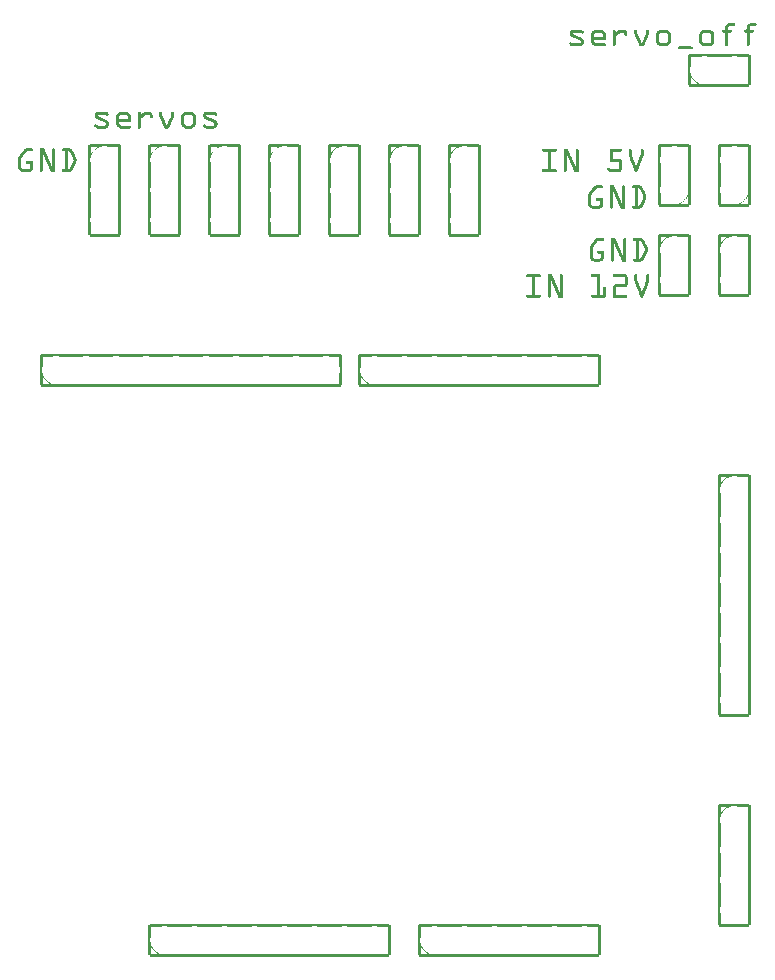
<source format=gto>
G04 MADE WITH FRITZING*
G04 WWW.FRITZING.ORG*
G04 DOUBLE SIDED*
G04 HOLES PLATED*
G04 CONTOUR ON CENTER OF CONTOUR VECTOR*
%ASAXBY*%
%FSLAX23Y23*%
%MOIN*%
%OFA0B0*%
%SFA1.0B1.0*%
%ADD10R,0.001000X0.001000*%
%LNSILK1*%
G90*
G70*
G54D10*
X2405Y3424D02*
X2419Y3424D01*
X2478Y3424D02*
X2491Y3424D01*
X2401Y3423D02*
X2421Y3423D01*
X2473Y3423D02*
X2493Y3423D01*
X2399Y3422D02*
X2422Y3422D01*
X2471Y3422D02*
X2494Y3422D01*
X2397Y3421D02*
X2423Y3421D01*
X2469Y3421D02*
X2495Y3421D01*
X2396Y3420D02*
X2423Y3420D01*
X2468Y3420D02*
X2495Y3420D01*
X2395Y3419D02*
X2423Y3419D01*
X2467Y3419D02*
X2495Y3419D01*
X2394Y3418D02*
X2423Y3418D01*
X2466Y3418D02*
X2495Y3418D01*
X2393Y3417D02*
X2423Y3417D01*
X2465Y3417D02*
X2495Y3417D01*
X2392Y3416D02*
X2422Y3416D01*
X2464Y3416D02*
X2494Y3416D01*
X2392Y3415D02*
X2421Y3415D01*
X2464Y3415D02*
X2493Y3415D01*
X2391Y3414D02*
X2406Y3414D01*
X2463Y3414D02*
X2478Y3414D01*
X2391Y3413D02*
X2402Y3413D01*
X2463Y3413D02*
X2474Y3413D01*
X2390Y3412D02*
X2401Y3412D01*
X2462Y3412D02*
X2473Y3412D01*
X2390Y3411D02*
X2400Y3411D01*
X2462Y3411D02*
X2472Y3411D01*
X2390Y3410D02*
X2399Y3410D01*
X2462Y3410D02*
X2472Y3410D01*
X2390Y3409D02*
X2399Y3409D01*
X2462Y3409D02*
X2471Y3409D01*
X2389Y3408D02*
X2399Y3408D01*
X2462Y3408D02*
X2471Y3408D01*
X2389Y3407D02*
X2398Y3407D01*
X2462Y3407D02*
X2471Y3407D01*
X2389Y3406D02*
X2398Y3406D01*
X2462Y3406D02*
X2471Y3406D01*
X2389Y3405D02*
X2398Y3405D01*
X2462Y3405D02*
X2471Y3405D01*
X2389Y3404D02*
X2398Y3404D01*
X2462Y3404D02*
X2471Y3404D01*
X2389Y3403D02*
X2399Y3403D01*
X2461Y3403D02*
X2471Y3403D01*
X1880Y3402D02*
X1911Y3402D01*
X1957Y3402D02*
X1979Y3402D01*
X2018Y3402D02*
X2022Y3402D01*
X2037Y3402D02*
X2055Y3402D01*
X2090Y3402D02*
X2095Y3402D01*
X2130Y3402D02*
X2134Y3402D01*
X2173Y3402D02*
X2195Y3402D01*
X2318Y3402D02*
X2340Y3402D01*
X2382Y3402D02*
X2411Y3402D01*
X2454Y3402D02*
X2483Y3402D01*
X1878Y3401D02*
X1913Y3401D01*
X1955Y3401D02*
X1981Y3401D01*
X2017Y3401D02*
X2024Y3401D01*
X2036Y3401D02*
X2057Y3401D01*
X2089Y3401D02*
X2096Y3401D01*
X2129Y3401D02*
X2135Y3401D01*
X2171Y3401D02*
X2198Y3401D01*
X2316Y3401D02*
X2342Y3401D01*
X2381Y3401D02*
X2412Y3401D01*
X2453Y3401D02*
X2484Y3401D01*
X1877Y3400D02*
X1914Y3400D01*
X1953Y3400D02*
X1982Y3400D01*
X2016Y3400D02*
X2024Y3400D01*
X2035Y3400D02*
X2058Y3400D01*
X2088Y3400D02*
X2096Y3400D01*
X2128Y3400D02*
X2136Y3400D01*
X2170Y3400D02*
X2199Y3400D01*
X2314Y3400D02*
X2344Y3400D01*
X2380Y3400D02*
X2413Y3400D01*
X2452Y3400D02*
X2485Y3400D01*
X1876Y3399D02*
X1916Y3399D01*
X1952Y3399D02*
X1984Y3399D01*
X2016Y3399D02*
X2024Y3399D01*
X2034Y3399D02*
X2059Y3399D01*
X2088Y3399D02*
X2097Y3399D01*
X2128Y3399D02*
X2136Y3399D01*
X2169Y3399D02*
X2200Y3399D01*
X2313Y3399D02*
X2345Y3399D01*
X2380Y3399D02*
X2413Y3399D01*
X2452Y3399D02*
X2485Y3399D01*
X1875Y3398D02*
X1916Y3398D01*
X1951Y3398D02*
X1985Y3398D01*
X2016Y3398D02*
X2025Y3398D01*
X2033Y3398D02*
X2060Y3398D01*
X2088Y3398D02*
X2097Y3398D01*
X2128Y3398D02*
X2137Y3398D01*
X2167Y3398D02*
X2202Y3398D01*
X2312Y3398D02*
X2346Y3398D01*
X2379Y3398D02*
X2413Y3398D01*
X2452Y3398D02*
X2485Y3398D01*
X1874Y3397D02*
X1917Y3397D01*
X1950Y3397D02*
X1986Y3397D01*
X2016Y3397D02*
X2025Y3397D01*
X2032Y3397D02*
X2061Y3397D01*
X2088Y3397D02*
X2097Y3397D01*
X2128Y3397D02*
X2137Y3397D01*
X2166Y3397D02*
X2203Y3397D01*
X2311Y3397D02*
X2347Y3397D01*
X2380Y3397D02*
X2413Y3397D01*
X2452Y3397D02*
X2485Y3397D01*
X1874Y3396D02*
X1918Y3396D01*
X1948Y3396D02*
X1987Y3396D01*
X2016Y3396D02*
X2025Y3396D01*
X2030Y3396D02*
X2062Y3396D01*
X2088Y3396D02*
X2097Y3396D01*
X2128Y3396D02*
X2137Y3396D01*
X2165Y3396D02*
X2204Y3396D01*
X2310Y3396D02*
X2348Y3396D01*
X2380Y3396D02*
X2413Y3396D01*
X2452Y3396D02*
X2485Y3396D01*
X1873Y3395D02*
X1919Y3395D01*
X1947Y3395D02*
X1988Y3395D01*
X2016Y3395D02*
X2025Y3395D01*
X2029Y3395D02*
X2063Y3395D01*
X2088Y3395D02*
X2097Y3395D01*
X2128Y3395D02*
X2137Y3395D01*
X2164Y3395D02*
X2205Y3395D01*
X2309Y3395D02*
X2349Y3395D01*
X2380Y3395D02*
X2412Y3395D01*
X2453Y3395D02*
X2485Y3395D01*
X1873Y3394D02*
X1919Y3394D01*
X1947Y3394D02*
X1989Y3394D01*
X2016Y3394D02*
X2025Y3394D01*
X2028Y3394D02*
X2063Y3394D01*
X2088Y3394D02*
X2097Y3394D01*
X2128Y3394D02*
X2137Y3394D01*
X2163Y3394D02*
X2206Y3394D01*
X2308Y3394D02*
X2350Y3394D01*
X2381Y3394D02*
X2411Y3394D01*
X2454Y3394D02*
X2484Y3394D01*
X1873Y3393D02*
X1919Y3393D01*
X1946Y3393D02*
X1990Y3393D01*
X2016Y3393D02*
X2025Y3393D01*
X2027Y3393D02*
X2063Y3393D01*
X2088Y3393D02*
X2097Y3393D01*
X2128Y3393D02*
X2137Y3393D01*
X2163Y3393D02*
X2206Y3393D01*
X2307Y3393D02*
X2351Y3393D01*
X2384Y3393D02*
X2409Y3393D01*
X2456Y3393D02*
X2481Y3393D01*
X1872Y3392D02*
X1882Y3392D01*
X1909Y3392D02*
X1918Y3392D01*
X1945Y3392D02*
X1958Y3392D01*
X1977Y3392D02*
X1990Y3392D01*
X2016Y3392D02*
X2040Y3392D01*
X2053Y3392D02*
X2064Y3392D01*
X2088Y3392D02*
X2097Y3392D01*
X2128Y3392D02*
X2137Y3392D01*
X2162Y3392D02*
X2175Y3392D01*
X2194Y3392D02*
X2207Y3392D01*
X2307Y3392D02*
X2320Y3392D01*
X2339Y3392D02*
X2352Y3392D01*
X2389Y3392D02*
X2398Y3392D01*
X2462Y3392D02*
X2471Y3392D01*
X1872Y3391D02*
X1881Y3391D01*
X1910Y3391D02*
X1918Y3391D01*
X1945Y3391D02*
X1957Y3391D01*
X1979Y3391D02*
X1991Y3391D01*
X2016Y3391D02*
X2039Y3391D01*
X2054Y3391D02*
X2064Y3391D01*
X2088Y3391D02*
X2097Y3391D01*
X2128Y3391D02*
X2137Y3391D01*
X2162Y3391D02*
X2174Y3391D01*
X2196Y3391D02*
X2208Y3391D01*
X2306Y3391D02*
X2318Y3391D01*
X2340Y3391D02*
X2352Y3391D01*
X2389Y3391D02*
X2398Y3391D01*
X2462Y3391D02*
X2471Y3391D01*
X1872Y3390D02*
X1881Y3390D01*
X1912Y3390D02*
X1917Y3390D01*
X1944Y3390D02*
X1956Y3390D01*
X1980Y3390D02*
X1991Y3390D01*
X2016Y3390D02*
X2038Y3390D01*
X2055Y3390D02*
X2064Y3390D01*
X2088Y3390D02*
X2097Y3390D01*
X2127Y3390D02*
X2137Y3390D01*
X2161Y3390D02*
X2173Y3390D01*
X2197Y3390D02*
X2208Y3390D01*
X2306Y3390D02*
X2317Y3390D01*
X2341Y3390D02*
X2353Y3390D01*
X2389Y3390D02*
X2398Y3390D01*
X2462Y3390D02*
X2471Y3390D01*
X1872Y3389D02*
X1881Y3389D01*
X1913Y3389D02*
X1916Y3389D01*
X1944Y3389D02*
X1955Y3389D01*
X1981Y3389D02*
X1991Y3389D01*
X2016Y3389D02*
X2037Y3389D01*
X2055Y3389D02*
X2064Y3389D01*
X2088Y3389D02*
X2098Y3389D01*
X2127Y3389D02*
X2137Y3389D01*
X2161Y3389D02*
X2171Y3389D01*
X2198Y3389D02*
X2208Y3389D01*
X2305Y3389D02*
X2316Y3389D01*
X2342Y3389D02*
X2353Y3389D01*
X2389Y3389D02*
X2398Y3389D01*
X2462Y3389D02*
X2471Y3389D01*
X1872Y3388D02*
X1882Y3388D01*
X1944Y3388D02*
X1954Y3388D01*
X1982Y3388D02*
X1992Y3388D01*
X2016Y3388D02*
X2036Y3388D01*
X2055Y3388D02*
X2064Y3388D01*
X2088Y3388D02*
X2098Y3388D01*
X2126Y3388D02*
X2136Y3388D01*
X2161Y3388D02*
X2171Y3388D01*
X2199Y3388D02*
X2209Y3388D01*
X2305Y3388D02*
X2315Y3388D01*
X2343Y3388D02*
X2353Y3388D01*
X2389Y3388D02*
X2398Y3388D01*
X2462Y3388D02*
X2471Y3388D01*
X1873Y3387D02*
X1884Y3387D01*
X1944Y3387D02*
X1953Y3387D01*
X1982Y3387D02*
X1992Y3387D01*
X2016Y3387D02*
X2035Y3387D01*
X2055Y3387D02*
X2064Y3387D01*
X2088Y3387D02*
X2098Y3387D01*
X2126Y3387D02*
X2136Y3387D01*
X2160Y3387D02*
X2170Y3387D01*
X2199Y3387D02*
X2209Y3387D01*
X2305Y3387D02*
X2314Y3387D01*
X2344Y3387D02*
X2353Y3387D01*
X2389Y3387D02*
X2398Y3387D01*
X2462Y3387D02*
X2471Y3387D01*
X1873Y3386D02*
X1886Y3386D01*
X1943Y3386D02*
X1953Y3386D01*
X1983Y3386D02*
X1992Y3386D01*
X2016Y3386D02*
X2033Y3386D01*
X2055Y3386D02*
X2064Y3386D01*
X2089Y3386D02*
X2099Y3386D01*
X2126Y3386D02*
X2136Y3386D01*
X2160Y3386D02*
X2169Y3386D01*
X2200Y3386D02*
X2209Y3386D01*
X2305Y3386D02*
X2314Y3386D01*
X2344Y3386D02*
X2353Y3386D01*
X2389Y3386D02*
X2398Y3386D01*
X2462Y3386D02*
X2471Y3386D01*
X1873Y3385D02*
X1889Y3385D01*
X1943Y3385D02*
X1952Y3385D01*
X1983Y3385D02*
X1992Y3385D01*
X2016Y3385D02*
X2032Y3385D01*
X2055Y3385D02*
X2064Y3385D01*
X2089Y3385D02*
X2099Y3385D01*
X2125Y3385D02*
X2135Y3385D01*
X2160Y3385D02*
X2169Y3385D01*
X2200Y3385D02*
X2209Y3385D01*
X2305Y3385D02*
X2314Y3385D01*
X2344Y3385D02*
X2353Y3385D01*
X2389Y3385D02*
X2398Y3385D01*
X2462Y3385D02*
X2471Y3385D01*
X1874Y3384D02*
X1891Y3384D01*
X1943Y3384D02*
X1952Y3384D01*
X1983Y3384D02*
X1992Y3384D01*
X2016Y3384D02*
X2031Y3384D01*
X2055Y3384D02*
X2064Y3384D01*
X2090Y3384D02*
X2100Y3384D01*
X2125Y3384D02*
X2135Y3384D01*
X2160Y3384D02*
X2169Y3384D01*
X2200Y3384D02*
X2209Y3384D01*
X2305Y3384D02*
X2314Y3384D01*
X2344Y3384D02*
X2353Y3384D01*
X2389Y3384D02*
X2398Y3384D01*
X2462Y3384D02*
X2471Y3384D01*
X1874Y3383D02*
X1893Y3383D01*
X1943Y3383D02*
X1952Y3383D01*
X1983Y3383D02*
X1992Y3383D01*
X2016Y3383D02*
X2030Y3383D01*
X2056Y3383D02*
X2064Y3383D01*
X2090Y3383D02*
X2100Y3383D01*
X2124Y3383D02*
X2134Y3383D01*
X2160Y3383D02*
X2169Y3383D01*
X2200Y3383D02*
X2209Y3383D01*
X2305Y3383D02*
X2314Y3383D01*
X2344Y3383D02*
X2353Y3383D01*
X2389Y3383D02*
X2398Y3383D01*
X2462Y3383D02*
X2471Y3383D01*
X1875Y3382D02*
X1896Y3382D01*
X1943Y3382D02*
X1952Y3382D01*
X1983Y3382D02*
X1992Y3382D01*
X2016Y3382D02*
X2029Y3382D01*
X2056Y3382D02*
X2063Y3382D01*
X2091Y3382D02*
X2101Y3382D01*
X2124Y3382D02*
X2134Y3382D01*
X2160Y3382D02*
X2169Y3382D01*
X2200Y3382D02*
X2209Y3382D01*
X2305Y3382D02*
X2314Y3382D01*
X2344Y3382D02*
X2353Y3382D01*
X2389Y3382D02*
X2398Y3382D01*
X2462Y3382D02*
X2471Y3382D01*
X1876Y3381D02*
X1898Y3381D01*
X1943Y3381D02*
X1952Y3381D01*
X1983Y3381D02*
X1992Y3381D01*
X2016Y3381D02*
X2028Y3381D01*
X2058Y3381D02*
X2062Y3381D01*
X2091Y3381D02*
X2101Y3381D01*
X2123Y3381D02*
X2133Y3381D01*
X2160Y3381D02*
X2169Y3381D01*
X2200Y3381D02*
X2209Y3381D01*
X2305Y3381D02*
X2314Y3381D01*
X2344Y3381D02*
X2353Y3381D01*
X2389Y3381D02*
X2398Y3381D01*
X2462Y3381D02*
X2471Y3381D01*
X1877Y3380D02*
X1900Y3380D01*
X1943Y3380D02*
X1952Y3380D01*
X1983Y3380D02*
X1992Y3380D01*
X2016Y3380D02*
X2026Y3380D01*
X2091Y3380D02*
X2101Y3380D01*
X2123Y3380D02*
X2133Y3380D01*
X2160Y3380D02*
X2169Y3380D01*
X2200Y3380D02*
X2209Y3380D01*
X2305Y3380D02*
X2314Y3380D01*
X2344Y3380D02*
X2353Y3380D01*
X2389Y3380D02*
X2398Y3380D01*
X2462Y3380D02*
X2471Y3380D01*
X1879Y3379D02*
X1903Y3379D01*
X1943Y3379D02*
X1952Y3379D01*
X1983Y3379D02*
X1992Y3379D01*
X2016Y3379D02*
X2025Y3379D01*
X2092Y3379D02*
X2102Y3379D01*
X2123Y3379D02*
X2133Y3379D01*
X2160Y3379D02*
X2169Y3379D01*
X2200Y3379D02*
X2209Y3379D01*
X2305Y3379D02*
X2314Y3379D01*
X2344Y3379D02*
X2353Y3379D01*
X2389Y3379D02*
X2398Y3379D01*
X2462Y3379D02*
X2471Y3379D01*
X1881Y3378D02*
X1905Y3378D01*
X1943Y3378D02*
X1952Y3378D01*
X1983Y3378D02*
X1992Y3378D01*
X2016Y3378D02*
X2025Y3378D01*
X2092Y3378D02*
X2102Y3378D01*
X2122Y3378D02*
X2132Y3378D01*
X2160Y3378D02*
X2169Y3378D01*
X2200Y3378D02*
X2209Y3378D01*
X2305Y3378D02*
X2314Y3378D01*
X2344Y3378D02*
X2353Y3378D01*
X2389Y3378D02*
X2398Y3378D01*
X2462Y3378D02*
X2471Y3378D01*
X1883Y3377D02*
X1907Y3377D01*
X1943Y3377D02*
X1992Y3377D01*
X2016Y3377D02*
X2025Y3377D01*
X2093Y3377D02*
X2103Y3377D01*
X2122Y3377D02*
X2132Y3377D01*
X2160Y3377D02*
X2169Y3377D01*
X2200Y3377D02*
X2209Y3377D01*
X2305Y3377D02*
X2314Y3377D01*
X2344Y3377D02*
X2353Y3377D01*
X2389Y3377D02*
X2398Y3377D01*
X2462Y3377D02*
X2471Y3377D01*
X1885Y3376D02*
X1910Y3376D01*
X1943Y3376D02*
X1992Y3376D01*
X2016Y3376D02*
X2025Y3376D01*
X2093Y3376D02*
X2103Y3376D01*
X2121Y3376D02*
X2131Y3376D01*
X2160Y3376D02*
X2169Y3376D01*
X2200Y3376D02*
X2209Y3376D01*
X2305Y3376D02*
X2314Y3376D01*
X2344Y3376D02*
X2353Y3376D01*
X2389Y3376D02*
X2398Y3376D01*
X2462Y3376D02*
X2471Y3376D01*
X1888Y3375D02*
X1912Y3375D01*
X1943Y3375D02*
X1992Y3375D01*
X2016Y3375D02*
X2025Y3375D01*
X2094Y3375D02*
X2104Y3375D01*
X2121Y3375D02*
X2131Y3375D01*
X2160Y3375D02*
X2169Y3375D01*
X2200Y3375D02*
X2209Y3375D01*
X2305Y3375D02*
X2314Y3375D01*
X2344Y3375D02*
X2353Y3375D01*
X2389Y3375D02*
X2398Y3375D01*
X2462Y3375D02*
X2471Y3375D01*
X1890Y3374D02*
X1913Y3374D01*
X1943Y3374D02*
X1992Y3374D01*
X2016Y3374D02*
X2025Y3374D01*
X2094Y3374D02*
X2104Y3374D01*
X2120Y3374D02*
X2130Y3374D01*
X2160Y3374D02*
X2169Y3374D01*
X2200Y3374D02*
X2209Y3374D01*
X2305Y3374D02*
X2314Y3374D01*
X2344Y3374D02*
X2353Y3374D01*
X2389Y3374D02*
X2398Y3374D01*
X2462Y3374D02*
X2471Y3374D01*
X1892Y3373D02*
X1914Y3373D01*
X1943Y3373D02*
X1992Y3373D01*
X2016Y3373D02*
X2025Y3373D01*
X2095Y3373D02*
X2105Y3373D01*
X2120Y3373D02*
X2130Y3373D01*
X2160Y3373D02*
X2169Y3373D01*
X2200Y3373D02*
X2209Y3373D01*
X2305Y3373D02*
X2314Y3373D01*
X2344Y3373D02*
X2353Y3373D01*
X2389Y3373D02*
X2398Y3373D01*
X2462Y3373D02*
X2471Y3373D01*
X1894Y3372D02*
X1915Y3372D01*
X1943Y3372D02*
X1992Y3372D01*
X2016Y3372D02*
X2025Y3372D01*
X2095Y3372D02*
X2105Y3372D01*
X2119Y3372D02*
X2129Y3372D01*
X2160Y3372D02*
X2169Y3372D01*
X2200Y3372D02*
X2209Y3372D01*
X2305Y3372D02*
X2314Y3372D01*
X2344Y3372D02*
X2353Y3372D01*
X2389Y3372D02*
X2398Y3372D01*
X2462Y3372D02*
X2471Y3372D01*
X1897Y3371D02*
X1916Y3371D01*
X1943Y3371D02*
X1992Y3371D01*
X2016Y3371D02*
X2025Y3371D01*
X2095Y3371D02*
X2105Y3371D01*
X2119Y3371D02*
X2129Y3371D01*
X2160Y3371D02*
X2169Y3371D01*
X2200Y3371D02*
X2209Y3371D01*
X2305Y3371D02*
X2314Y3371D01*
X2344Y3371D02*
X2353Y3371D01*
X2389Y3371D02*
X2398Y3371D01*
X2462Y3371D02*
X2471Y3371D01*
X1899Y3370D02*
X1917Y3370D01*
X1943Y3370D02*
X1991Y3370D01*
X2016Y3370D02*
X2025Y3370D01*
X2096Y3370D02*
X2106Y3370D01*
X2119Y3370D02*
X2129Y3370D01*
X2160Y3370D02*
X2169Y3370D01*
X2200Y3370D02*
X2209Y3370D01*
X2305Y3370D02*
X2314Y3370D01*
X2344Y3370D02*
X2353Y3370D01*
X2389Y3370D02*
X2398Y3370D01*
X2462Y3370D02*
X2471Y3370D01*
X1901Y3369D02*
X1918Y3369D01*
X1943Y3369D02*
X1991Y3369D01*
X2016Y3369D02*
X2025Y3369D01*
X2096Y3369D02*
X2106Y3369D01*
X2118Y3369D02*
X2128Y3369D01*
X2160Y3369D02*
X2169Y3369D01*
X2200Y3369D02*
X2209Y3369D01*
X2305Y3369D02*
X2314Y3369D01*
X2344Y3369D02*
X2353Y3369D01*
X2389Y3369D02*
X2398Y3369D01*
X2462Y3369D02*
X2471Y3369D01*
X1904Y3368D02*
X1918Y3368D01*
X1943Y3368D02*
X1989Y3368D01*
X2016Y3368D02*
X2025Y3368D01*
X2097Y3368D02*
X2107Y3368D01*
X2118Y3368D02*
X2128Y3368D01*
X2160Y3368D02*
X2169Y3368D01*
X2200Y3368D02*
X2209Y3368D01*
X2305Y3368D02*
X2314Y3368D01*
X2344Y3368D02*
X2353Y3368D01*
X2389Y3368D02*
X2398Y3368D01*
X2462Y3368D02*
X2471Y3368D01*
X1906Y3367D02*
X1919Y3367D01*
X1943Y3367D02*
X1953Y3367D01*
X2016Y3367D02*
X2025Y3367D01*
X2097Y3367D02*
X2107Y3367D01*
X2117Y3367D02*
X2127Y3367D01*
X2160Y3367D02*
X2169Y3367D01*
X2200Y3367D02*
X2209Y3367D01*
X2305Y3367D02*
X2314Y3367D01*
X2344Y3367D02*
X2353Y3367D01*
X2389Y3367D02*
X2398Y3367D01*
X2462Y3367D02*
X2471Y3367D01*
X1908Y3366D02*
X1919Y3366D01*
X1943Y3366D02*
X1952Y3366D01*
X2016Y3366D02*
X2025Y3366D01*
X2098Y3366D02*
X2108Y3366D01*
X2117Y3366D02*
X2127Y3366D01*
X2160Y3366D02*
X2169Y3366D01*
X2200Y3366D02*
X2209Y3366D01*
X2305Y3366D02*
X2314Y3366D01*
X2344Y3366D02*
X2353Y3366D01*
X2389Y3366D02*
X2398Y3366D01*
X2462Y3366D02*
X2471Y3366D01*
X1909Y3365D02*
X1919Y3365D01*
X1943Y3365D02*
X1952Y3365D01*
X2016Y3365D02*
X2025Y3365D01*
X2098Y3365D02*
X2108Y3365D01*
X2116Y3365D02*
X2126Y3365D01*
X2160Y3365D02*
X2169Y3365D01*
X2200Y3365D02*
X2209Y3365D01*
X2305Y3365D02*
X2314Y3365D01*
X2344Y3365D02*
X2353Y3365D01*
X2389Y3365D02*
X2398Y3365D01*
X2462Y3365D02*
X2471Y3365D01*
X1910Y3364D02*
X1919Y3364D01*
X1943Y3364D02*
X1952Y3364D01*
X2016Y3364D02*
X2025Y3364D01*
X2098Y3364D02*
X2108Y3364D01*
X2116Y3364D02*
X2126Y3364D01*
X2160Y3364D02*
X2169Y3364D01*
X2200Y3364D02*
X2209Y3364D01*
X2305Y3364D02*
X2314Y3364D01*
X2344Y3364D02*
X2353Y3364D01*
X2389Y3364D02*
X2398Y3364D01*
X2462Y3364D02*
X2471Y3364D01*
X1910Y3363D02*
X1920Y3363D01*
X1943Y3363D02*
X1953Y3363D01*
X2016Y3363D02*
X2025Y3363D01*
X2099Y3363D02*
X2109Y3363D01*
X2116Y3363D02*
X2126Y3363D01*
X2160Y3363D02*
X2169Y3363D01*
X2200Y3363D02*
X2209Y3363D01*
X2305Y3363D02*
X2314Y3363D01*
X2344Y3363D02*
X2353Y3363D01*
X2389Y3363D02*
X2398Y3363D01*
X2462Y3363D02*
X2471Y3363D01*
X1910Y3362D02*
X1920Y3362D01*
X1944Y3362D02*
X1953Y3362D01*
X2016Y3362D02*
X2025Y3362D01*
X2099Y3362D02*
X2109Y3362D01*
X2115Y3362D02*
X2125Y3362D01*
X2160Y3362D02*
X2170Y3362D01*
X2199Y3362D02*
X2209Y3362D01*
X2305Y3362D02*
X2314Y3362D01*
X2344Y3362D02*
X2353Y3362D01*
X2389Y3362D02*
X2398Y3362D01*
X2462Y3362D02*
X2471Y3362D01*
X1910Y3361D02*
X1920Y3361D01*
X1944Y3361D02*
X1954Y3361D01*
X2016Y3361D02*
X2025Y3361D01*
X2100Y3361D02*
X2110Y3361D01*
X2115Y3361D02*
X2125Y3361D01*
X2160Y3361D02*
X2171Y3361D01*
X2198Y3361D02*
X2209Y3361D01*
X2305Y3361D02*
X2315Y3361D01*
X2343Y3361D02*
X2353Y3361D01*
X2389Y3361D02*
X2398Y3361D01*
X2462Y3361D02*
X2471Y3361D01*
X1874Y3360D02*
X1877Y3360D01*
X1910Y3360D02*
X1920Y3360D01*
X1944Y3360D02*
X1955Y3360D01*
X2016Y3360D02*
X2025Y3360D01*
X2100Y3360D02*
X2110Y3360D01*
X2114Y3360D02*
X2124Y3360D01*
X2161Y3360D02*
X2171Y3360D01*
X2197Y3360D02*
X2208Y3360D01*
X2305Y3360D02*
X2316Y3360D01*
X2342Y3360D02*
X2353Y3360D01*
X2389Y3360D02*
X2398Y3360D01*
X2462Y3360D02*
X2471Y3360D01*
X1873Y3359D02*
X1879Y3359D01*
X1910Y3359D02*
X1919Y3359D01*
X1944Y3359D02*
X1956Y3359D01*
X2016Y3359D02*
X2025Y3359D01*
X2101Y3359D02*
X2111Y3359D01*
X2114Y3359D02*
X2124Y3359D01*
X2161Y3359D02*
X2173Y3359D01*
X2196Y3359D02*
X2208Y3359D01*
X2306Y3359D02*
X2317Y3359D01*
X2341Y3359D02*
X2353Y3359D01*
X2389Y3359D02*
X2398Y3359D01*
X2462Y3359D02*
X2471Y3359D01*
X1872Y3358D02*
X1880Y3358D01*
X1909Y3358D02*
X1919Y3358D01*
X1945Y3358D02*
X1957Y3358D01*
X2016Y3358D02*
X2025Y3358D01*
X2101Y3358D02*
X2111Y3358D01*
X2113Y3358D02*
X2123Y3358D01*
X2161Y3358D02*
X2174Y3358D01*
X2195Y3358D02*
X2208Y3358D01*
X2306Y3358D02*
X2318Y3358D01*
X2340Y3358D02*
X2352Y3358D01*
X2389Y3358D02*
X2398Y3358D01*
X2462Y3358D02*
X2471Y3358D01*
X1871Y3357D02*
X1882Y3357D01*
X1908Y3357D02*
X1919Y3357D01*
X1945Y3357D02*
X1958Y3357D01*
X2016Y3357D02*
X2025Y3357D01*
X2102Y3357D02*
X2123Y3357D01*
X2162Y3357D02*
X2175Y3357D01*
X2194Y3357D02*
X2207Y3357D01*
X2306Y3357D02*
X2320Y3357D01*
X2338Y3357D02*
X2352Y3357D01*
X2389Y3357D02*
X2398Y3357D01*
X2462Y3357D02*
X2471Y3357D01*
X1871Y3356D02*
X1919Y3356D01*
X1946Y3356D02*
X1988Y3356D01*
X2016Y3356D02*
X2025Y3356D01*
X2102Y3356D02*
X2122Y3356D01*
X2163Y3356D02*
X2206Y3356D01*
X2307Y3356D02*
X2351Y3356D01*
X2389Y3356D02*
X2398Y3356D01*
X2462Y3356D02*
X2471Y3356D01*
X1871Y3355D02*
X1918Y3355D01*
X1946Y3355D02*
X1990Y3355D01*
X2016Y3355D02*
X2025Y3355D01*
X2102Y3355D02*
X2122Y3355D01*
X2163Y3355D02*
X2206Y3355D01*
X2308Y3355D02*
X2350Y3355D01*
X2389Y3355D02*
X2398Y3355D01*
X2462Y3355D02*
X2471Y3355D01*
X1871Y3354D02*
X1918Y3354D01*
X1947Y3354D02*
X1991Y3354D01*
X2016Y3354D02*
X2025Y3354D01*
X2103Y3354D02*
X2122Y3354D01*
X2164Y3354D02*
X2205Y3354D01*
X2309Y3354D02*
X2349Y3354D01*
X2389Y3354D02*
X2398Y3354D01*
X2462Y3354D02*
X2471Y3354D01*
X1872Y3353D02*
X1917Y3353D01*
X1948Y3353D02*
X1992Y3353D01*
X2016Y3353D02*
X2025Y3353D01*
X2103Y3353D02*
X2121Y3353D01*
X2165Y3353D02*
X2204Y3353D01*
X2310Y3353D02*
X2348Y3353D01*
X2389Y3353D02*
X2398Y3353D01*
X2462Y3353D02*
X2471Y3353D01*
X1873Y3352D02*
X1916Y3352D01*
X1949Y3352D02*
X1992Y3352D01*
X2016Y3352D02*
X2025Y3352D01*
X2104Y3352D02*
X2121Y3352D01*
X2166Y3352D02*
X2203Y3352D01*
X2311Y3352D02*
X2347Y3352D01*
X2389Y3352D02*
X2398Y3352D01*
X2462Y3352D02*
X2471Y3352D01*
X1874Y3351D02*
X1915Y3351D01*
X1951Y3351D02*
X1992Y3351D01*
X2016Y3351D02*
X2025Y3351D01*
X2104Y3351D02*
X2120Y3351D01*
X2167Y3351D02*
X2201Y3351D01*
X2312Y3351D02*
X2346Y3351D01*
X2389Y3351D02*
X2398Y3351D01*
X2462Y3351D02*
X2471Y3351D01*
X1875Y3350D02*
X1914Y3350D01*
X1952Y3350D02*
X1992Y3350D01*
X2016Y3350D02*
X2024Y3350D01*
X2105Y3350D02*
X2120Y3350D01*
X2169Y3350D02*
X2200Y3350D01*
X2313Y3350D02*
X2345Y3350D01*
X2389Y3350D02*
X2398Y3350D01*
X2462Y3350D02*
X2470Y3350D01*
X1876Y3349D02*
X1913Y3349D01*
X1953Y3349D02*
X1992Y3349D01*
X2016Y3349D02*
X2024Y3349D01*
X2105Y3349D02*
X2119Y3349D01*
X2170Y3349D02*
X2199Y3349D01*
X2315Y3349D02*
X2343Y3349D01*
X2390Y3349D02*
X2398Y3349D01*
X2462Y3349D02*
X2470Y3349D01*
X1878Y3348D02*
X1912Y3348D01*
X1955Y3348D02*
X1991Y3348D01*
X2017Y3348D02*
X2023Y3348D01*
X2106Y3348D02*
X2119Y3348D01*
X2172Y3348D02*
X2197Y3348D01*
X2316Y3348D02*
X2342Y3348D01*
X2391Y3348D02*
X2397Y3348D01*
X2463Y3348D02*
X2469Y3348D01*
X1881Y3347D02*
X1909Y3347D01*
X1957Y3347D02*
X1990Y3347D01*
X2018Y3347D02*
X2022Y3347D01*
X2107Y3347D02*
X2118Y3347D01*
X2174Y3347D02*
X2195Y3347D01*
X2318Y3347D02*
X2340Y3347D01*
X2392Y3347D02*
X2396Y3347D01*
X2464Y3347D02*
X2468Y3347D01*
X2237Y3346D02*
X2277Y3346D01*
X2234Y3345D02*
X2279Y3345D01*
X2233Y3344D02*
X2280Y3344D01*
X2233Y3343D02*
X2281Y3343D01*
X2233Y3342D02*
X2281Y3342D01*
X2232Y3341D02*
X2281Y3341D01*
X2233Y3340D02*
X2281Y3340D01*
X2233Y3339D02*
X2281Y3339D01*
X2234Y3338D02*
X2280Y3338D01*
X2235Y3337D02*
X2279Y3337D01*
X2271Y3322D02*
X2470Y3322D01*
X2271Y3321D02*
X2470Y3321D01*
X2271Y3320D02*
X2470Y3320D01*
X2271Y3319D02*
X2470Y3319D01*
X2271Y3318D02*
X2470Y3318D01*
X2266Y3317D02*
X2475Y3317D01*
X2266Y3316D02*
X2475Y3316D01*
X2266Y3315D02*
X2475Y3315D01*
X2266Y3314D02*
X2319Y3314D01*
X2322Y3314D02*
X2419Y3314D01*
X2422Y3314D02*
X2475Y3314D01*
X2266Y3313D02*
X2311Y3313D01*
X2330Y3313D02*
X2411Y3313D01*
X2430Y3313D02*
X2475Y3313D01*
X2266Y3312D02*
X2275Y3312D01*
X2466Y3312D02*
X2475Y3312D01*
X2266Y3311D02*
X2275Y3311D01*
X2466Y3311D02*
X2475Y3311D01*
X2266Y3310D02*
X2275Y3310D01*
X2466Y3310D02*
X2475Y3310D01*
X2266Y3309D02*
X2275Y3309D01*
X2466Y3309D02*
X2475Y3309D01*
X2266Y3308D02*
X2275Y3308D01*
X2466Y3308D02*
X2475Y3308D01*
X2266Y3307D02*
X2275Y3307D01*
X2466Y3307D02*
X2475Y3307D01*
X2266Y3306D02*
X2275Y3306D01*
X2466Y3306D02*
X2475Y3306D01*
X2266Y3305D02*
X2275Y3305D01*
X2466Y3305D02*
X2475Y3305D01*
X2266Y3304D02*
X2275Y3304D01*
X2466Y3304D02*
X2475Y3304D01*
X2266Y3303D02*
X2275Y3303D01*
X2466Y3303D02*
X2475Y3303D01*
X2266Y3302D02*
X2275Y3302D01*
X2466Y3302D02*
X2475Y3302D01*
X2266Y3301D02*
X2275Y3301D01*
X2466Y3301D02*
X2475Y3301D01*
X2266Y3300D02*
X2275Y3300D01*
X2466Y3300D02*
X2475Y3300D01*
X2266Y3299D02*
X2275Y3299D01*
X2466Y3299D02*
X2475Y3299D01*
X2266Y3298D02*
X2275Y3298D01*
X2466Y3298D02*
X2475Y3298D01*
X2266Y3297D02*
X2275Y3297D01*
X2466Y3297D02*
X2475Y3297D01*
X2266Y3296D02*
X2275Y3296D01*
X2466Y3296D02*
X2475Y3296D01*
X2266Y3295D02*
X2275Y3295D01*
X2466Y3295D02*
X2475Y3295D01*
X2266Y3294D02*
X2275Y3294D01*
X2466Y3294D02*
X2475Y3294D01*
X2266Y3293D02*
X2275Y3293D01*
X2466Y3293D02*
X2475Y3293D01*
X2266Y3292D02*
X2275Y3292D01*
X2466Y3292D02*
X2475Y3292D01*
X2266Y3291D02*
X2275Y3291D01*
X2466Y3291D02*
X2475Y3291D01*
X2266Y3290D02*
X2275Y3290D01*
X2466Y3290D02*
X2475Y3290D01*
X2266Y3289D02*
X2275Y3289D01*
X2466Y3289D02*
X2475Y3289D01*
X2266Y3288D02*
X2275Y3288D01*
X2466Y3288D02*
X2475Y3288D01*
X2266Y3287D02*
X2275Y3287D01*
X2466Y3287D02*
X2475Y3287D01*
X2266Y3286D02*
X2275Y3286D01*
X2466Y3286D02*
X2475Y3286D01*
X2266Y3285D02*
X2275Y3285D01*
X2466Y3285D02*
X2475Y3285D01*
X2266Y3284D02*
X2275Y3284D01*
X2466Y3284D02*
X2475Y3284D01*
X2266Y3283D02*
X2275Y3283D01*
X2466Y3283D02*
X2475Y3283D01*
X2266Y3282D02*
X2275Y3282D01*
X2466Y3282D02*
X2475Y3282D01*
X2266Y3281D02*
X2275Y3281D01*
X2466Y3281D02*
X2475Y3281D01*
X2266Y3280D02*
X2275Y3280D01*
X2466Y3280D02*
X2475Y3280D01*
X2266Y3279D02*
X2275Y3279D01*
X2466Y3279D02*
X2475Y3279D01*
X2266Y3278D02*
X2275Y3278D01*
X2466Y3278D02*
X2475Y3278D01*
X2266Y3277D02*
X2274Y3277D01*
X2467Y3277D02*
X2475Y3277D01*
X2266Y3276D02*
X2274Y3276D01*
X2467Y3276D02*
X2475Y3276D01*
X2266Y3275D02*
X2274Y3275D01*
X2467Y3275D02*
X2475Y3275D01*
X2266Y3274D02*
X2274Y3274D01*
X2467Y3274D02*
X2475Y3274D01*
X2266Y3273D02*
X2274Y3273D01*
X2467Y3273D02*
X2475Y3273D01*
X2266Y3272D02*
X2274Y3272D01*
X2467Y3272D02*
X2475Y3272D01*
X2266Y3271D02*
X2274Y3271D01*
X2467Y3271D02*
X2475Y3271D01*
X2266Y3270D02*
X2274Y3270D01*
X2467Y3270D02*
X2475Y3270D01*
X2266Y3269D02*
X2273Y3269D01*
X2468Y3269D02*
X2475Y3269D01*
X2266Y3268D02*
X2273Y3268D01*
X2468Y3268D02*
X2475Y3268D01*
X2266Y3267D02*
X2273Y3267D01*
X2468Y3267D02*
X2475Y3267D01*
X2266Y3266D02*
X2273Y3266D01*
X2468Y3266D02*
X2475Y3266D01*
X2266Y3265D02*
X2274Y3265D01*
X2467Y3265D02*
X2475Y3265D01*
X2266Y3264D02*
X2274Y3264D01*
X2467Y3264D02*
X2475Y3264D01*
X2266Y3263D02*
X2274Y3263D01*
X2467Y3263D02*
X2475Y3263D01*
X2266Y3262D02*
X2274Y3262D01*
X2467Y3262D02*
X2475Y3262D01*
X2266Y3261D02*
X2274Y3261D01*
X2467Y3261D02*
X2475Y3261D01*
X2266Y3260D02*
X2274Y3260D01*
X2467Y3260D02*
X2475Y3260D01*
X2266Y3259D02*
X2274Y3259D01*
X2467Y3259D02*
X2475Y3259D01*
X2266Y3258D02*
X2274Y3258D01*
X2467Y3258D02*
X2475Y3258D01*
X2266Y3257D02*
X2275Y3257D01*
X2466Y3257D02*
X2475Y3257D01*
X2266Y3256D02*
X2275Y3256D01*
X2466Y3256D02*
X2475Y3256D01*
X2266Y3255D02*
X2275Y3255D01*
X2466Y3255D02*
X2475Y3255D01*
X2266Y3254D02*
X2275Y3254D01*
X2466Y3254D02*
X2475Y3254D01*
X2266Y3253D02*
X2275Y3253D01*
X2466Y3253D02*
X2475Y3253D01*
X2266Y3252D02*
X2275Y3252D01*
X2466Y3252D02*
X2475Y3252D01*
X2266Y3251D02*
X2275Y3251D01*
X2466Y3251D02*
X2475Y3251D01*
X2266Y3250D02*
X2276Y3250D01*
X2466Y3250D02*
X2475Y3250D01*
X2266Y3249D02*
X2277Y3249D01*
X2466Y3249D02*
X2475Y3249D01*
X2266Y3248D02*
X2278Y3248D01*
X2466Y3248D02*
X2475Y3248D01*
X2266Y3247D02*
X2278Y3247D01*
X2466Y3247D02*
X2475Y3247D01*
X2266Y3246D02*
X2279Y3246D01*
X2466Y3246D02*
X2475Y3246D01*
X2266Y3245D02*
X2279Y3245D01*
X2466Y3245D02*
X2475Y3245D01*
X2266Y3244D02*
X2280Y3244D01*
X2466Y3244D02*
X2475Y3244D01*
X2266Y3243D02*
X2275Y3243D01*
X2277Y3243D02*
X2280Y3243D01*
X2466Y3243D02*
X2475Y3243D01*
X2266Y3242D02*
X2275Y3242D01*
X2278Y3242D02*
X2281Y3242D01*
X2466Y3242D02*
X2475Y3242D01*
X2266Y3241D02*
X2275Y3241D01*
X2279Y3241D02*
X2282Y3241D01*
X2466Y3241D02*
X2475Y3241D01*
X2266Y3240D02*
X2275Y3240D01*
X2280Y3240D02*
X2282Y3240D01*
X2466Y3240D02*
X2475Y3240D01*
X2266Y3239D02*
X2275Y3239D01*
X2281Y3239D02*
X2283Y3239D01*
X2466Y3239D02*
X2475Y3239D01*
X2266Y3238D02*
X2275Y3238D01*
X2282Y3238D02*
X2284Y3238D01*
X2466Y3238D02*
X2475Y3238D01*
X2266Y3237D02*
X2275Y3237D01*
X2283Y3237D02*
X2285Y3237D01*
X2466Y3237D02*
X2475Y3237D01*
X2266Y3236D02*
X2275Y3236D01*
X2284Y3236D02*
X2286Y3236D01*
X2466Y3236D02*
X2475Y3236D01*
X2266Y3235D02*
X2275Y3235D01*
X2285Y3235D02*
X2286Y3235D01*
X2466Y3235D02*
X2475Y3235D01*
X2266Y3234D02*
X2275Y3234D01*
X2286Y3234D02*
X2287Y3234D01*
X2466Y3234D02*
X2475Y3234D01*
X2266Y3233D02*
X2275Y3233D01*
X2287Y3233D02*
X2289Y3233D01*
X2466Y3233D02*
X2475Y3233D01*
X2266Y3232D02*
X2275Y3232D01*
X2288Y3232D02*
X2290Y3232D01*
X2466Y3232D02*
X2475Y3232D01*
X2266Y3231D02*
X2275Y3231D01*
X2289Y3231D02*
X2291Y3231D01*
X2466Y3231D02*
X2475Y3231D01*
X2266Y3230D02*
X2275Y3230D01*
X2290Y3230D02*
X2292Y3230D01*
X2466Y3230D02*
X2475Y3230D01*
X2266Y3229D02*
X2275Y3229D01*
X2291Y3229D02*
X2294Y3229D01*
X2466Y3229D02*
X2475Y3229D01*
X2266Y3228D02*
X2275Y3228D01*
X2292Y3228D02*
X2295Y3228D01*
X2466Y3228D02*
X2475Y3228D01*
X2266Y3227D02*
X2275Y3227D01*
X2293Y3227D02*
X2297Y3227D01*
X2466Y3227D02*
X2475Y3227D01*
X2266Y3226D02*
X2275Y3226D01*
X2294Y3226D02*
X2299Y3226D01*
X2466Y3226D02*
X2475Y3226D01*
X2266Y3225D02*
X2275Y3225D01*
X2295Y3225D02*
X2301Y3225D01*
X2466Y3225D02*
X2475Y3225D01*
X2266Y3224D02*
X2275Y3224D01*
X2296Y3224D02*
X2302Y3224D01*
X2466Y3224D02*
X2475Y3224D01*
X2266Y3223D02*
X2275Y3223D01*
X2297Y3223D02*
X2303Y3223D01*
X2466Y3223D02*
X2475Y3223D01*
X2266Y3222D02*
X2310Y3222D01*
X2331Y3222D02*
X2410Y3222D01*
X2431Y3222D02*
X2475Y3222D01*
X2266Y3221D02*
X2316Y3221D01*
X2325Y3221D02*
X2416Y3221D01*
X2425Y3221D02*
X2475Y3221D01*
X2266Y3220D02*
X2475Y3220D01*
X2266Y3219D02*
X2475Y3219D01*
X2266Y3218D02*
X2475Y3218D01*
X2271Y3217D02*
X2470Y3217D01*
X2271Y3216D02*
X2470Y3216D01*
X2271Y3215D02*
X2470Y3215D01*
X2271Y3214D02*
X2470Y3214D01*
X2271Y3213D02*
X2470Y3213D01*
X302Y3129D02*
X322Y3129D01*
X379Y3129D02*
X391Y3129D01*
X457Y3129D02*
X466Y3129D01*
X595Y3129D02*
X607Y3129D01*
X663Y3129D02*
X684Y3129D01*
X297Y3128D02*
X328Y3128D01*
X373Y3128D02*
X396Y3128D01*
X435Y3128D02*
X439Y3128D01*
X454Y3128D02*
X472Y3128D01*
X507Y3128D02*
X512Y3128D01*
X547Y3128D02*
X551Y3128D01*
X590Y3128D02*
X612Y3128D01*
X658Y3128D02*
X689Y3128D01*
X295Y3127D02*
X330Y3127D01*
X371Y3127D02*
X398Y3127D01*
X434Y3127D02*
X440Y3127D01*
X453Y3127D02*
X474Y3127D01*
X506Y3127D02*
X513Y3127D01*
X545Y3127D02*
X552Y3127D01*
X588Y3127D02*
X614Y3127D01*
X656Y3127D02*
X691Y3127D01*
X294Y3126D02*
X331Y3126D01*
X370Y3126D02*
X399Y3126D01*
X433Y3126D02*
X441Y3126D01*
X452Y3126D02*
X475Y3126D01*
X505Y3126D02*
X513Y3126D01*
X545Y3126D02*
X553Y3126D01*
X587Y3126D02*
X616Y3126D01*
X655Y3126D02*
X693Y3126D01*
X293Y3125D02*
X332Y3125D01*
X369Y3125D02*
X401Y3125D01*
X433Y3125D02*
X441Y3125D01*
X451Y3125D02*
X476Y3125D01*
X505Y3125D02*
X514Y3125D01*
X545Y3125D02*
X553Y3125D01*
X585Y3125D02*
X617Y3125D01*
X654Y3125D02*
X694Y3125D01*
X292Y3124D02*
X333Y3124D01*
X367Y3124D02*
X402Y3124D01*
X432Y3124D02*
X442Y3124D01*
X449Y3124D02*
X477Y3124D01*
X505Y3124D02*
X514Y3124D01*
X544Y3124D02*
X553Y3124D01*
X584Y3124D02*
X618Y3124D01*
X653Y3124D02*
X695Y3124D01*
X291Y3123D02*
X334Y3123D01*
X366Y3123D02*
X403Y3123D01*
X432Y3123D02*
X442Y3123D01*
X448Y3123D02*
X478Y3123D01*
X505Y3123D02*
X514Y3123D01*
X544Y3123D02*
X553Y3123D01*
X583Y3123D02*
X620Y3123D01*
X652Y3123D02*
X696Y3123D01*
X290Y3122D02*
X335Y3122D01*
X365Y3122D02*
X404Y3122D01*
X432Y3122D02*
X442Y3122D01*
X447Y3122D02*
X479Y3122D01*
X505Y3122D02*
X514Y3122D01*
X544Y3122D02*
X553Y3122D01*
X582Y3122D02*
X621Y3122D01*
X652Y3122D02*
X696Y3122D01*
X290Y3121D02*
X335Y3121D01*
X364Y3121D02*
X405Y3121D01*
X432Y3121D02*
X442Y3121D01*
X446Y3121D02*
X479Y3121D01*
X505Y3121D02*
X514Y3121D01*
X544Y3121D02*
X553Y3121D01*
X581Y3121D02*
X622Y3121D01*
X651Y3121D02*
X697Y3121D01*
X290Y3120D02*
X336Y3120D01*
X363Y3120D02*
X406Y3120D01*
X432Y3120D02*
X442Y3120D01*
X445Y3120D02*
X480Y3120D01*
X505Y3120D02*
X514Y3120D01*
X544Y3120D02*
X553Y3120D01*
X580Y3120D02*
X623Y3120D01*
X651Y3120D02*
X697Y3120D01*
X289Y3119D02*
X335Y3119D01*
X363Y3119D02*
X407Y3119D01*
X432Y3119D02*
X442Y3119D01*
X444Y3119D02*
X480Y3119D01*
X505Y3119D02*
X514Y3119D01*
X544Y3119D02*
X553Y3119D01*
X580Y3119D02*
X623Y3119D01*
X651Y3119D02*
X697Y3119D01*
X289Y3118D02*
X299Y3118D01*
X326Y3118D02*
X335Y3118D01*
X362Y3118D02*
X375Y3118D01*
X394Y3118D02*
X407Y3118D01*
X432Y3118D02*
X457Y3118D01*
X470Y3118D02*
X481Y3118D01*
X505Y3118D02*
X514Y3118D01*
X544Y3118D02*
X553Y3118D01*
X579Y3118D02*
X592Y3118D01*
X611Y3118D02*
X624Y3118D01*
X651Y3118D02*
X660Y3118D01*
X687Y3118D02*
X697Y3118D01*
X289Y3117D02*
X298Y3117D01*
X327Y3117D02*
X335Y3117D01*
X362Y3117D02*
X374Y3117D01*
X396Y3117D02*
X408Y3117D01*
X432Y3117D02*
X456Y3117D01*
X471Y3117D02*
X481Y3117D01*
X505Y3117D02*
X514Y3117D01*
X544Y3117D02*
X553Y3117D01*
X578Y3117D02*
X590Y3117D01*
X613Y3117D02*
X624Y3117D01*
X650Y3117D02*
X660Y3117D01*
X688Y3117D02*
X696Y3117D01*
X289Y3116D02*
X298Y3116D01*
X328Y3116D02*
X334Y3116D01*
X361Y3116D02*
X372Y3116D01*
X397Y3116D02*
X408Y3116D01*
X432Y3116D02*
X455Y3116D01*
X472Y3116D02*
X481Y3116D01*
X505Y3116D02*
X514Y3116D01*
X544Y3116D02*
X553Y3116D01*
X578Y3116D02*
X589Y3116D01*
X614Y3116D02*
X625Y3116D01*
X650Y3116D02*
X659Y3116D01*
X690Y3116D02*
X695Y3116D01*
X289Y3115D02*
X298Y3115D01*
X330Y3115D02*
X332Y3115D01*
X361Y3115D02*
X371Y3115D01*
X398Y3115D02*
X408Y3115D01*
X432Y3115D02*
X454Y3115D01*
X472Y3115D02*
X481Y3115D01*
X505Y3115D02*
X514Y3115D01*
X544Y3115D02*
X553Y3115D01*
X578Y3115D02*
X588Y3115D01*
X615Y3115D02*
X625Y3115D01*
X651Y3115D02*
X660Y3115D01*
X691Y3115D02*
X694Y3115D01*
X289Y3114D02*
X299Y3114D01*
X361Y3114D02*
X370Y3114D01*
X399Y3114D02*
X409Y3114D01*
X432Y3114D02*
X452Y3114D01*
X472Y3114D02*
X481Y3114D01*
X505Y3114D02*
X515Y3114D01*
X543Y3114D02*
X553Y3114D01*
X577Y3114D02*
X587Y3114D01*
X616Y3114D02*
X625Y3114D01*
X651Y3114D02*
X661Y3114D01*
X290Y3113D02*
X301Y3113D01*
X360Y3113D02*
X370Y3113D01*
X399Y3113D02*
X409Y3113D01*
X432Y3113D02*
X451Y3113D01*
X472Y3113D02*
X481Y3113D01*
X505Y3113D02*
X515Y3113D01*
X543Y3113D02*
X553Y3113D01*
X577Y3113D02*
X587Y3113D01*
X616Y3113D02*
X626Y3113D01*
X651Y3113D02*
X662Y3113D01*
X290Y3112D02*
X303Y3112D01*
X360Y3112D02*
X369Y3112D01*
X400Y3112D02*
X409Y3112D01*
X432Y3112D02*
X450Y3112D01*
X472Y3112D02*
X481Y3112D01*
X506Y3112D02*
X516Y3112D01*
X542Y3112D02*
X552Y3112D01*
X577Y3112D02*
X586Y3112D01*
X616Y3112D02*
X626Y3112D01*
X651Y3112D02*
X665Y3112D01*
X290Y3111D02*
X306Y3111D01*
X360Y3111D02*
X369Y3111D01*
X400Y3111D02*
X409Y3111D01*
X432Y3111D02*
X449Y3111D01*
X472Y3111D02*
X481Y3111D01*
X506Y3111D02*
X516Y3111D01*
X542Y3111D02*
X552Y3111D01*
X577Y3111D02*
X586Y3111D01*
X617Y3111D02*
X626Y3111D01*
X652Y3111D02*
X667Y3111D01*
X291Y3110D02*
X308Y3110D01*
X360Y3110D02*
X369Y3110D01*
X400Y3110D02*
X409Y3110D01*
X432Y3110D02*
X448Y3110D01*
X472Y3110D02*
X481Y3110D01*
X507Y3110D02*
X517Y3110D01*
X542Y3110D02*
X551Y3110D01*
X577Y3110D02*
X586Y3110D01*
X617Y3110D02*
X626Y3110D01*
X652Y3110D02*
X669Y3110D01*
X291Y3109D02*
X310Y3109D01*
X360Y3109D02*
X369Y3109D01*
X400Y3109D02*
X409Y3109D01*
X432Y3109D02*
X447Y3109D01*
X473Y3109D02*
X481Y3109D01*
X507Y3109D02*
X517Y3109D01*
X541Y3109D02*
X551Y3109D01*
X577Y3109D02*
X586Y3109D01*
X617Y3109D02*
X626Y3109D01*
X653Y3109D02*
X672Y3109D01*
X292Y3108D02*
X313Y3108D01*
X360Y3108D02*
X369Y3108D01*
X400Y3108D02*
X409Y3108D01*
X432Y3108D02*
X445Y3108D01*
X473Y3108D02*
X480Y3108D01*
X507Y3108D02*
X517Y3108D01*
X541Y3108D02*
X551Y3108D01*
X577Y3108D02*
X586Y3108D01*
X617Y3108D02*
X626Y3108D01*
X653Y3108D02*
X674Y3108D01*
X293Y3107D02*
X315Y3107D01*
X360Y3107D02*
X369Y3107D01*
X400Y3107D02*
X409Y3107D01*
X432Y3107D02*
X444Y3107D01*
X475Y3107D02*
X479Y3107D01*
X508Y3107D02*
X518Y3107D01*
X540Y3107D02*
X550Y3107D01*
X577Y3107D02*
X586Y3107D01*
X617Y3107D02*
X626Y3107D01*
X654Y3107D02*
X676Y3107D01*
X294Y3106D02*
X317Y3106D01*
X360Y3106D02*
X369Y3106D01*
X400Y3106D02*
X409Y3106D01*
X432Y3106D02*
X443Y3106D01*
X508Y3106D02*
X518Y3106D01*
X540Y3106D02*
X550Y3106D01*
X577Y3106D02*
X586Y3106D01*
X617Y3106D02*
X626Y3106D01*
X655Y3106D02*
X679Y3106D01*
X296Y3105D02*
X320Y3105D01*
X360Y3105D02*
X369Y3105D01*
X400Y3105D02*
X409Y3105D01*
X432Y3105D02*
X442Y3105D01*
X509Y3105D02*
X519Y3105D01*
X539Y3105D02*
X549Y3105D01*
X577Y3105D02*
X586Y3105D01*
X617Y3105D02*
X626Y3105D01*
X657Y3105D02*
X681Y3105D01*
X298Y3104D02*
X322Y3104D01*
X360Y3104D02*
X369Y3104D01*
X400Y3104D02*
X409Y3104D01*
X432Y3104D02*
X442Y3104D01*
X509Y3104D02*
X519Y3104D01*
X539Y3104D02*
X549Y3104D01*
X577Y3104D02*
X586Y3104D01*
X617Y3104D02*
X626Y3104D01*
X659Y3104D02*
X683Y3104D01*
X300Y3103D02*
X324Y3103D01*
X360Y3103D02*
X409Y3103D01*
X432Y3103D02*
X442Y3103D01*
X510Y3103D02*
X520Y3103D01*
X538Y3103D02*
X548Y3103D01*
X577Y3103D02*
X586Y3103D01*
X617Y3103D02*
X626Y3103D01*
X661Y3103D02*
X686Y3103D01*
X302Y3102D02*
X327Y3102D01*
X360Y3102D02*
X409Y3102D01*
X432Y3102D02*
X442Y3102D01*
X510Y3102D02*
X520Y3102D01*
X538Y3102D02*
X548Y3102D01*
X577Y3102D02*
X586Y3102D01*
X617Y3102D02*
X626Y3102D01*
X664Y3102D02*
X688Y3102D01*
X305Y3101D02*
X329Y3101D01*
X360Y3101D02*
X409Y3101D01*
X432Y3101D02*
X442Y3101D01*
X511Y3101D02*
X521Y3101D01*
X538Y3101D02*
X548Y3101D01*
X577Y3101D02*
X586Y3101D01*
X617Y3101D02*
X626Y3101D01*
X666Y3101D02*
X690Y3101D01*
X307Y3100D02*
X330Y3100D01*
X360Y3100D02*
X409Y3100D01*
X432Y3100D02*
X442Y3100D01*
X511Y3100D02*
X521Y3100D01*
X537Y3100D02*
X547Y3100D01*
X577Y3100D02*
X586Y3100D01*
X617Y3100D02*
X626Y3100D01*
X668Y3100D02*
X691Y3100D01*
X309Y3099D02*
X331Y3099D01*
X360Y3099D02*
X409Y3099D01*
X432Y3099D02*
X442Y3099D01*
X511Y3099D02*
X521Y3099D01*
X537Y3099D02*
X547Y3099D01*
X577Y3099D02*
X586Y3099D01*
X617Y3099D02*
X626Y3099D01*
X671Y3099D02*
X693Y3099D01*
X311Y3098D02*
X332Y3098D01*
X360Y3098D02*
X409Y3098D01*
X432Y3098D02*
X442Y3098D01*
X512Y3098D02*
X522Y3098D01*
X536Y3098D02*
X546Y3098D01*
X577Y3098D02*
X586Y3098D01*
X617Y3098D02*
X626Y3098D01*
X673Y3098D02*
X694Y3098D01*
X314Y3097D02*
X333Y3097D01*
X360Y3097D02*
X409Y3097D01*
X432Y3097D02*
X442Y3097D01*
X512Y3097D02*
X522Y3097D01*
X536Y3097D02*
X546Y3097D01*
X577Y3097D02*
X586Y3097D01*
X617Y3097D02*
X626Y3097D01*
X675Y3097D02*
X694Y3097D01*
X316Y3096D02*
X334Y3096D01*
X360Y3096D02*
X408Y3096D01*
X432Y3096D02*
X442Y3096D01*
X513Y3096D02*
X523Y3096D01*
X535Y3096D02*
X545Y3096D01*
X577Y3096D02*
X586Y3096D01*
X617Y3096D02*
X626Y3096D01*
X677Y3096D02*
X695Y3096D01*
X318Y3095D02*
X334Y3095D01*
X360Y3095D02*
X407Y3095D01*
X432Y3095D02*
X442Y3095D01*
X513Y3095D02*
X523Y3095D01*
X535Y3095D02*
X545Y3095D01*
X577Y3095D02*
X586Y3095D01*
X617Y3095D02*
X626Y3095D01*
X680Y3095D02*
X696Y3095D01*
X321Y3094D02*
X335Y3094D01*
X360Y3094D02*
X406Y3094D01*
X432Y3094D02*
X442Y3094D01*
X514Y3094D02*
X524Y3094D01*
X534Y3094D02*
X545Y3094D01*
X577Y3094D02*
X586Y3094D01*
X617Y3094D02*
X626Y3094D01*
X682Y3094D02*
X696Y3094D01*
X323Y3093D02*
X335Y3093D01*
X360Y3093D02*
X369Y3093D01*
X432Y3093D02*
X442Y3093D01*
X514Y3093D02*
X524Y3093D01*
X534Y3093D02*
X544Y3093D01*
X577Y3093D02*
X586Y3093D01*
X617Y3093D02*
X626Y3093D01*
X684Y3093D02*
X697Y3093D01*
X325Y3092D02*
X336Y3092D01*
X360Y3092D02*
X369Y3092D01*
X432Y3092D02*
X442Y3092D01*
X514Y3092D02*
X524Y3092D01*
X534Y3092D02*
X544Y3092D01*
X577Y3092D02*
X586Y3092D01*
X617Y3092D02*
X626Y3092D01*
X686Y3092D02*
X697Y3092D01*
X326Y3091D02*
X336Y3091D01*
X360Y3091D02*
X369Y3091D01*
X432Y3091D02*
X442Y3091D01*
X515Y3091D02*
X525Y3091D01*
X533Y3091D02*
X543Y3091D01*
X577Y3091D02*
X586Y3091D01*
X617Y3091D02*
X626Y3091D01*
X688Y3091D02*
X697Y3091D01*
X327Y3090D02*
X336Y3090D01*
X360Y3090D02*
X369Y3090D01*
X432Y3090D02*
X442Y3090D01*
X515Y3090D02*
X525Y3090D01*
X533Y3090D02*
X543Y3090D01*
X577Y3090D02*
X586Y3090D01*
X617Y3090D02*
X626Y3090D01*
X688Y3090D02*
X698Y3090D01*
X327Y3089D02*
X336Y3089D01*
X360Y3089D02*
X369Y3089D01*
X432Y3089D02*
X442Y3089D01*
X516Y3089D02*
X526Y3089D01*
X532Y3089D02*
X542Y3089D01*
X577Y3089D02*
X586Y3089D01*
X616Y3089D02*
X626Y3089D01*
X688Y3089D02*
X698Y3089D01*
X327Y3088D02*
X336Y3088D01*
X360Y3088D02*
X370Y3088D01*
X432Y3088D02*
X442Y3088D01*
X516Y3088D02*
X526Y3088D01*
X532Y3088D02*
X542Y3088D01*
X577Y3088D02*
X587Y3088D01*
X616Y3088D02*
X626Y3088D01*
X689Y3088D02*
X698Y3088D01*
X327Y3087D02*
X336Y3087D01*
X360Y3087D02*
X371Y3087D01*
X432Y3087D02*
X442Y3087D01*
X517Y3087D02*
X527Y3087D01*
X531Y3087D02*
X541Y3087D01*
X577Y3087D02*
X587Y3087D01*
X615Y3087D02*
X625Y3087D01*
X689Y3087D02*
X698Y3087D01*
X291Y3086D02*
X294Y3086D01*
X327Y3086D02*
X336Y3086D01*
X361Y3086D02*
X371Y3086D01*
X432Y3086D02*
X442Y3086D01*
X517Y3086D02*
X527Y3086D01*
X531Y3086D02*
X541Y3086D01*
X578Y3086D02*
X588Y3086D01*
X614Y3086D02*
X625Y3086D01*
X652Y3086D02*
X655Y3086D01*
X688Y3086D02*
X698Y3086D01*
X289Y3085D02*
X296Y3085D01*
X327Y3085D02*
X336Y3085D01*
X361Y3085D02*
X373Y3085D01*
X432Y3085D02*
X442Y3085D01*
X518Y3085D02*
X527Y3085D01*
X531Y3085D02*
X541Y3085D01*
X578Y3085D02*
X590Y3085D01*
X613Y3085D02*
X625Y3085D01*
X651Y3085D02*
X657Y3085D01*
X688Y3085D02*
X698Y3085D01*
X289Y3084D02*
X297Y3084D01*
X326Y3084D02*
X336Y3084D01*
X361Y3084D02*
X374Y3084D01*
X432Y3084D02*
X442Y3084D01*
X518Y3084D02*
X528Y3084D01*
X530Y3084D02*
X540Y3084D01*
X578Y3084D02*
X591Y3084D01*
X612Y3084D02*
X624Y3084D01*
X650Y3084D02*
X659Y3084D01*
X687Y3084D02*
X697Y3084D01*
X288Y3083D02*
X299Y3083D01*
X325Y3083D02*
X336Y3083D01*
X362Y3083D02*
X375Y3083D01*
X432Y3083D02*
X442Y3083D01*
X518Y3083D02*
X540Y3083D01*
X579Y3083D02*
X592Y3083D01*
X611Y3083D02*
X624Y3083D01*
X650Y3083D02*
X660Y3083D01*
X686Y3083D02*
X697Y3083D01*
X288Y3082D02*
X335Y3082D01*
X363Y3082D02*
X405Y3082D01*
X432Y3082D02*
X442Y3082D01*
X519Y3082D02*
X539Y3082D01*
X579Y3082D02*
X623Y3082D01*
X649Y3082D02*
X697Y3082D01*
X288Y3081D02*
X335Y3081D01*
X363Y3081D02*
X407Y3081D01*
X432Y3081D02*
X442Y3081D01*
X519Y3081D02*
X539Y3081D01*
X580Y3081D02*
X622Y3081D01*
X649Y3081D02*
X696Y3081D01*
X288Y3080D02*
X334Y3080D01*
X364Y3080D02*
X408Y3080D01*
X432Y3080D02*
X442Y3080D01*
X520Y3080D02*
X538Y3080D01*
X581Y3080D02*
X621Y3080D01*
X649Y3080D02*
X696Y3080D01*
X289Y3079D02*
X334Y3079D01*
X365Y3079D02*
X409Y3079D01*
X432Y3079D02*
X442Y3079D01*
X520Y3079D02*
X538Y3079D01*
X582Y3079D02*
X620Y3079D01*
X650Y3079D02*
X695Y3079D01*
X289Y3078D02*
X333Y3078D01*
X366Y3078D02*
X409Y3078D01*
X432Y3078D02*
X442Y3078D01*
X521Y3078D02*
X538Y3078D01*
X583Y3078D02*
X619Y3078D01*
X651Y3078D02*
X694Y3078D01*
X290Y3077D02*
X332Y3077D01*
X367Y3077D02*
X409Y3077D01*
X432Y3077D02*
X441Y3077D01*
X521Y3077D02*
X537Y3077D01*
X584Y3077D02*
X618Y3077D01*
X652Y3077D02*
X694Y3077D01*
X292Y3076D02*
X331Y3076D01*
X369Y3076D02*
X409Y3076D01*
X433Y3076D02*
X441Y3076D01*
X521Y3076D02*
X537Y3076D01*
X586Y3076D02*
X617Y3076D01*
X653Y3076D02*
X693Y3076D01*
X293Y3075D02*
X330Y3075D01*
X370Y3075D02*
X408Y3075D01*
X433Y3075D02*
X441Y3075D01*
X522Y3075D02*
X536Y3075D01*
X587Y3075D02*
X616Y3075D01*
X655Y3075D02*
X691Y3075D01*
X295Y3074D02*
X328Y3074D01*
X372Y3074D02*
X408Y3074D01*
X434Y3074D02*
X440Y3074D01*
X523Y3074D02*
X536Y3074D01*
X589Y3074D02*
X614Y3074D01*
X657Y3074D02*
X690Y3074D01*
X298Y3073D02*
X326Y3073D01*
X374Y3073D02*
X406Y3073D01*
X435Y3073D02*
X439Y3073D01*
X524Y3073D02*
X534Y3073D01*
X591Y3073D02*
X612Y3073D01*
X660Y3073D02*
X687Y3073D01*
X272Y3022D02*
X371Y3022D01*
X472Y3022D02*
X571Y3022D01*
X672Y3022D02*
X770Y3022D01*
X872Y3022D02*
X970Y3022D01*
X1071Y3022D02*
X1170Y3022D01*
X1271Y3022D02*
X1370Y3022D01*
X1471Y3022D02*
X1570Y3022D01*
X2171Y3022D02*
X2270Y3022D01*
X2371Y3022D02*
X2470Y3022D01*
X272Y3021D02*
X371Y3021D01*
X472Y3021D02*
X571Y3021D01*
X672Y3021D02*
X771Y3021D01*
X871Y3021D02*
X970Y3021D01*
X1071Y3021D02*
X1170Y3021D01*
X1271Y3021D02*
X1370Y3021D01*
X1471Y3021D02*
X1570Y3021D01*
X2171Y3021D02*
X2270Y3021D01*
X2371Y3021D02*
X2470Y3021D01*
X272Y3020D02*
X371Y3020D01*
X472Y3020D02*
X571Y3020D01*
X672Y3020D02*
X771Y3020D01*
X871Y3020D02*
X970Y3020D01*
X1071Y3020D02*
X1170Y3020D01*
X1271Y3020D02*
X1370Y3020D01*
X1471Y3020D02*
X1570Y3020D01*
X2171Y3020D02*
X2270Y3020D01*
X2371Y3020D02*
X2470Y3020D01*
X272Y3019D02*
X371Y3019D01*
X472Y3019D02*
X571Y3019D01*
X672Y3019D02*
X771Y3019D01*
X871Y3019D02*
X970Y3019D01*
X1071Y3019D02*
X1170Y3019D01*
X1271Y3019D02*
X1370Y3019D01*
X1471Y3019D02*
X1570Y3019D01*
X2171Y3019D02*
X2270Y3019D01*
X2371Y3019D02*
X2470Y3019D01*
X272Y3018D02*
X371Y3018D01*
X472Y3018D02*
X571Y3018D01*
X672Y3018D02*
X771Y3018D01*
X871Y3018D02*
X970Y3018D01*
X1071Y3018D02*
X1170Y3018D01*
X1271Y3018D02*
X1370Y3018D01*
X1471Y3018D02*
X1570Y3018D01*
X2171Y3018D02*
X2270Y3018D01*
X2371Y3018D02*
X2470Y3018D01*
X267Y3017D02*
X376Y3017D01*
X467Y3017D02*
X576Y3017D01*
X667Y3017D02*
X775Y3017D01*
X867Y3017D02*
X975Y3017D01*
X1066Y3017D02*
X1175Y3017D01*
X1266Y3017D02*
X1375Y3017D01*
X1466Y3017D02*
X1575Y3017D01*
X2166Y3017D02*
X2275Y3017D01*
X2366Y3017D02*
X2475Y3017D01*
X267Y3016D02*
X376Y3016D01*
X467Y3016D02*
X576Y3016D01*
X667Y3016D02*
X776Y3016D01*
X866Y3016D02*
X975Y3016D01*
X1066Y3016D02*
X1175Y3016D01*
X1266Y3016D02*
X1375Y3016D01*
X1466Y3016D02*
X1575Y3016D01*
X2166Y3016D02*
X2275Y3016D01*
X2366Y3016D02*
X2475Y3016D01*
X267Y3015D02*
X376Y3015D01*
X467Y3015D02*
X576Y3015D01*
X667Y3015D02*
X776Y3015D01*
X866Y3015D02*
X975Y3015D01*
X1066Y3015D02*
X1175Y3015D01*
X1266Y3015D02*
X1375Y3015D01*
X1466Y3015D02*
X1575Y3015D01*
X2166Y3015D02*
X2275Y3015D01*
X2366Y3015D02*
X2475Y3015D01*
X267Y3014D02*
X320Y3014D01*
X323Y3014D02*
X376Y3014D01*
X467Y3014D02*
X520Y3014D01*
X523Y3014D02*
X576Y3014D01*
X667Y3014D02*
X720Y3014D01*
X722Y3014D02*
X776Y3014D01*
X866Y3014D02*
X920Y3014D01*
X922Y3014D02*
X975Y3014D01*
X1066Y3014D02*
X1119Y3014D01*
X1122Y3014D02*
X1175Y3014D01*
X1266Y3014D02*
X1319Y3014D01*
X1322Y3014D02*
X1375Y3014D01*
X1466Y3014D02*
X1519Y3014D01*
X1522Y3014D02*
X1575Y3014D01*
X2166Y3014D02*
X2219Y3014D01*
X2222Y3014D02*
X2275Y3014D01*
X2366Y3014D02*
X2419Y3014D01*
X2422Y3014D02*
X2475Y3014D01*
X267Y3013D02*
X311Y3013D01*
X331Y3013D02*
X376Y3013D01*
X467Y3013D02*
X511Y3013D01*
X531Y3013D02*
X576Y3013D01*
X667Y3013D02*
X711Y3013D01*
X731Y3013D02*
X776Y3013D01*
X866Y3013D02*
X911Y3013D01*
X931Y3013D02*
X975Y3013D01*
X1066Y3013D02*
X1111Y3013D01*
X1131Y3013D02*
X1175Y3013D01*
X1266Y3013D02*
X1311Y3013D01*
X1331Y3013D02*
X1375Y3013D01*
X1466Y3013D02*
X1511Y3013D01*
X1531Y3013D02*
X1575Y3013D01*
X2166Y3013D02*
X2211Y3013D01*
X2230Y3013D02*
X2275Y3013D01*
X2366Y3013D02*
X2411Y3013D01*
X2430Y3013D02*
X2475Y3013D01*
X267Y3012D02*
X276Y3012D01*
X298Y3012D02*
X304Y3012D01*
X367Y3012D02*
X376Y3012D01*
X467Y3012D02*
X476Y3012D01*
X498Y3012D02*
X504Y3012D01*
X567Y3012D02*
X576Y3012D01*
X667Y3012D02*
X676Y3012D01*
X698Y3012D02*
X704Y3012D01*
X767Y3012D02*
X776Y3012D01*
X866Y3012D02*
X876Y3012D01*
X898Y3012D02*
X904Y3012D01*
X966Y3012D02*
X975Y3012D01*
X1066Y3012D02*
X1075Y3012D01*
X1097Y3012D02*
X1104Y3012D01*
X1166Y3012D02*
X1175Y3012D01*
X1266Y3012D02*
X1275Y3012D01*
X1297Y3012D02*
X1303Y3012D01*
X1366Y3012D02*
X1375Y3012D01*
X1466Y3012D02*
X1475Y3012D01*
X1497Y3012D02*
X1503Y3012D01*
X1566Y3012D02*
X1575Y3012D01*
X2166Y3012D02*
X2175Y3012D01*
X2266Y3012D02*
X2275Y3012D01*
X2366Y3012D02*
X2375Y3012D01*
X2466Y3012D02*
X2475Y3012D01*
X267Y3011D02*
X276Y3011D01*
X297Y3011D02*
X303Y3011D01*
X367Y3011D02*
X376Y3011D01*
X467Y3011D02*
X476Y3011D01*
X497Y3011D02*
X503Y3011D01*
X567Y3011D02*
X576Y3011D01*
X667Y3011D02*
X676Y3011D01*
X697Y3011D02*
X703Y3011D01*
X767Y3011D02*
X776Y3011D01*
X866Y3011D02*
X876Y3011D01*
X897Y3011D02*
X903Y3011D01*
X966Y3011D02*
X975Y3011D01*
X1066Y3011D02*
X1075Y3011D01*
X1096Y3011D02*
X1103Y3011D01*
X1166Y3011D02*
X1175Y3011D01*
X1266Y3011D02*
X1275Y3011D01*
X1296Y3011D02*
X1302Y3011D01*
X1366Y3011D02*
X1375Y3011D01*
X1466Y3011D02*
X1475Y3011D01*
X1496Y3011D02*
X1502Y3011D01*
X1566Y3011D02*
X1575Y3011D01*
X2166Y3011D02*
X2175Y3011D01*
X2266Y3011D02*
X2275Y3011D01*
X2366Y3011D02*
X2375Y3011D01*
X2466Y3011D02*
X2475Y3011D01*
X267Y3010D02*
X276Y3010D01*
X296Y3010D02*
X302Y3010D01*
X367Y3010D02*
X376Y3010D01*
X467Y3010D02*
X476Y3010D01*
X496Y3010D02*
X502Y3010D01*
X567Y3010D02*
X576Y3010D01*
X667Y3010D02*
X676Y3010D01*
X696Y3010D02*
X702Y3010D01*
X767Y3010D02*
X776Y3010D01*
X866Y3010D02*
X876Y3010D01*
X896Y3010D02*
X902Y3010D01*
X966Y3010D02*
X975Y3010D01*
X1066Y3010D02*
X1075Y3010D01*
X1095Y3010D02*
X1101Y3010D01*
X1166Y3010D02*
X1175Y3010D01*
X1266Y3010D02*
X1275Y3010D01*
X1295Y3010D02*
X1301Y3010D01*
X1366Y3010D02*
X1375Y3010D01*
X1466Y3010D02*
X1475Y3010D01*
X1495Y3010D02*
X1501Y3010D01*
X1566Y3010D02*
X1575Y3010D01*
X2166Y3010D02*
X2175Y3010D01*
X2266Y3010D02*
X2275Y3010D01*
X2366Y3010D02*
X2375Y3010D01*
X2466Y3010D02*
X2475Y3010D01*
X267Y3009D02*
X276Y3009D01*
X295Y3009D02*
X300Y3009D01*
X367Y3009D02*
X376Y3009D01*
X467Y3009D02*
X476Y3009D01*
X495Y3009D02*
X500Y3009D01*
X567Y3009D02*
X576Y3009D01*
X667Y3009D02*
X676Y3009D01*
X695Y3009D02*
X700Y3009D01*
X767Y3009D02*
X776Y3009D01*
X866Y3009D02*
X876Y3009D01*
X895Y3009D02*
X900Y3009D01*
X966Y3009D02*
X975Y3009D01*
X1066Y3009D02*
X1075Y3009D01*
X1094Y3009D02*
X1099Y3009D01*
X1166Y3009D02*
X1175Y3009D01*
X1266Y3009D02*
X1275Y3009D01*
X1294Y3009D02*
X1299Y3009D01*
X1366Y3009D02*
X1375Y3009D01*
X1466Y3009D02*
X1475Y3009D01*
X1494Y3009D02*
X1499Y3009D01*
X1566Y3009D02*
X1575Y3009D01*
X2166Y3009D02*
X2175Y3009D01*
X2266Y3009D02*
X2275Y3009D01*
X2366Y3009D02*
X2375Y3009D01*
X2466Y3009D02*
X2475Y3009D01*
X267Y3008D02*
X276Y3008D01*
X294Y3008D02*
X298Y3008D01*
X367Y3008D02*
X376Y3008D01*
X467Y3008D02*
X476Y3008D01*
X494Y3008D02*
X498Y3008D01*
X567Y3008D02*
X576Y3008D01*
X667Y3008D02*
X676Y3008D01*
X694Y3008D02*
X698Y3008D01*
X767Y3008D02*
X776Y3008D01*
X866Y3008D02*
X876Y3008D01*
X894Y3008D02*
X898Y3008D01*
X966Y3008D02*
X975Y3008D01*
X1066Y3008D02*
X1075Y3008D01*
X1093Y3008D02*
X1098Y3008D01*
X1166Y3008D02*
X1175Y3008D01*
X1266Y3008D02*
X1275Y3008D01*
X1293Y3008D02*
X1298Y3008D01*
X1366Y3008D02*
X1375Y3008D01*
X1466Y3008D02*
X1475Y3008D01*
X1493Y3008D02*
X1497Y3008D01*
X1566Y3008D02*
X1575Y3008D01*
X2166Y3008D02*
X2175Y3008D01*
X2266Y3008D02*
X2275Y3008D01*
X2366Y3008D02*
X2375Y3008D01*
X2466Y3008D02*
X2475Y3008D01*
X267Y3007D02*
X276Y3007D01*
X293Y3007D02*
X296Y3007D01*
X367Y3007D02*
X376Y3007D01*
X467Y3007D02*
X476Y3007D01*
X493Y3007D02*
X496Y3007D01*
X567Y3007D02*
X576Y3007D01*
X667Y3007D02*
X676Y3007D01*
X693Y3007D02*
X696Y3007D01*
X767Y3007D02*
X776Y3007D01*
X866Y3007D02*
X876Y3007D01*
X893Y3007D02*
X896Y3007D01*
X966Y3007D02*
X975Y3007D01*
X1066Y3007D02*
X1075Y3007D01*
X1092Y3007D02*
X1096Y3007D01*
X1166Y3007D02*
X1175Y3007D01*
X1266Y3007D02*
X1275Y3007D01*
X1292Y3007D02*
X1296Y3007D01*
X1366Y3007D02*
X1375Y3007D01*
X1466Y3007D02*
X1475Y3007D01*
X1492Y3007D02*
X1496Y3007D01*
X1566Y3007D02*
X1575Y3007D01*
X2166Y3007D02*
X2175Y3007D01*
X2266Y3007D02*
X2275Y3007D01*
X2366Y3007D02*
X2375Y3007D01*
X2466Y3007D02*
X2475Y3007D01*
X60Y3006D02*
X80Y3006D01*
X107Y3006D02*
X119Y3006D01*
X149Y3006D02*
X153Y3006D01*
X182Y3006D02*
X205Y3006D01*
X267Y3006D02*
X276Y3006D01*
X292Y3006D02*
X295Y3006D01*
X367Y3006D02*
X376Y3006D01*
X467Y3006D02*
X476Y3006D01*
X492Y3006D02*
X495Y3006D01*
X567Y3006D02*
X576Y3006D01*
X667Y3006D02*
X676Y3006D01*
X692Y3006D02*
X694Y3006D01*
X767Y3006D02*
X776Y3006D01*
X866Y3006D02*
X876Y3006D01*
X892Y3006D02*
X894Y3006D01*
X966Y3006D02*
X975Y3006D01*
X1066Y3006D02*
X1075Y3006D01*
X1091Y3006D02*
X1094Y3006D01*
X1166Y3006D02*
X1175Y3006D01*
X1266Y3006D02*
X1275Y3006D01*
X1291Y3006D02*
X1294Y3006D01*
X1366Y3006D02*
X1375Y3006D01*
X1466Y3006D02*
X1475Y3006D01*
X1491Y3006D02*
X1494Y3006D01*
X1566Y3006D02*
X1575Y3006D01*
X2166Y3006D02*
X2175Y3006D01*
X2266Y3006D02*
X2275Y3006D01*
X2366Y3006D02*
X2375Y3006D01*
X2466Y3006D02*
X2475Y3006D01*
X58Y3005D02*
X82Y3005D01*
X107Y3005D02*
X120Y3005D01*
X148Y3005D02*
X154Y3005D01*
X181Y3005D02*
X208Y3005D01*
X267Y3005D02*
X276Y3005D01*
X291Y3005D02*
X293Y3005D01*
X367Y3005D02*
X376Y3005D01*
X467Y3005D02*
X476Y3005D01*
X491Y3005D02*
X493Y3005D01*
X567Y3005D02*
X576Y3005D01*
X667Y3005D02*
X676Y3005D01*
X691Y3005D02*
X693Y3005D01*
X767Y3005D02*
X776Y3005D01*
X866Y3005D02*
X876Y3005D01*
X891Y3005D02*
X893Y3005D01*
X966Y3005D02*
X975Y3005D01*
X1066Y3005D02*
X1075Y3005D01*
X1090Y3005D02*
X1093Y3005D01*
X1166Y3005D02*
X1175Y3005D01*
X1266Y3005D02*
X1275Y3005D01*
X1290Y3005D02*
X1293Y3005D01*
X1366Y3005D02*
X1375Y3005D01*
X1466Y3005D02*
X1475Y3005D01*
X1490Y3005D02*
X1493Y3005D01*
X1566Y3005D02*
X1575Y3005D01*
X1782Y3005D02*
X1826Y3005D01*
X1852Y3005D02*
X1865Y3005D01*
X1894Y3005D02*
X1899Y3005D01*
X2007Y3005D02*
X2043Y3005D01*
X2071Y3005D02*
X2076Y3005D01*
X2111Y3005D02*
X2115Y3005D01*
X2166Y3005D02*
X2175Y3005D01*
X2266Y3005D02*
X2275Y3005D01*
X2366Y3005D02*
X2375Y3005D01*
X2466Y3005D02*
X2475Y3005D01*
X56Y3004D02*
X83Y3004D01*
X107Y3004D02*
X120Y3004D01*
X147Y3004D02*
X155Y3004D01*
X180Y3004D02*
X210Y3004D01*
X267Y3004D02*
X276Y3004D01*
X290Y3004D02*
X292Y3004D01*
X367Y3004D02*
X376Y3004D01*
X467Y3004D02*
X476Y3004D01*
X490Y3004D02*
X492Y3004D01*
X567Y3004D02*
X576Y3004D01*
X667Y3004D02*
X676Y3004D01*
X690Y3004D02*
X692Y3004D01*
X767Y3004D02*
X776Y3004D01*
X866Y3004D02*
X876Y3004D01*
X890Y3004D02*
X892Y3004D01*
X966Y3004D02*
X975Y3004D01*
X1066Y3004D02*
X1075Y3004D01*
X1089Y3004D02*
X1092Y3004D01*
X1166Y3004D02*
X1175Y3004D01*
X1266Y3004D02*
X1275Y3004D01*
X1289Y3004D02*
X1292Y3004D01*
X1366Y3004D02*
X1375Y3004D01*
X1466Y3004D02*
X1475Y3004D01*
X1489Y3004D02*
X1492Y3004D01*
X1566Y3004D02*
X1575Y3004D01*
X1781Y3004D02*
X1827Y3004D01*
X1852Y3004D02*
X1865Y3004D01*
X1893Y3004D02*
X1900Y3004D01*
X2007Y3004D02*
X2044Y3004D01*
X2070Y3004D02*
X2077Y3004D01*
X2110Y3004D02*
X2116Y3004D01*
X2166Y3004D02*
X2175Y3004D01*
X2266Y3004D02*
X2275Y3004D01*
X2366Y3004D02*
X2375Y3004D01*
X2466Y3004D02*
X2475Y3004D01*
X55Y3003D02*
X83Y3003D01*
X107Y3003D02*
X121Y3003D01*
X147Y3003D02*
X155Y3003D01*
X179Y3003D02*
X211Y3003D01*
X267Y3003D02*
X276Y3003D01*
X289Y3003D02*
X291Y3003D01*
X367Y3003D02*
X376Y3003D01*
X467Y3003D02*
X476Y3003D01*
X489Y3003D02*
X491Y3003D01*
X567Y3003D02*
X576Y3003D01*
X667Y3003D02*
X676Y3003D01*
X689Y3003D02*
X690Y3003D01*
X767Y3003D02*
X776Y3003D01*
X866Y3003D02*
X876Y3003D01*
X889Y3003D02*
X890Y3003D01*
X966Y3003D02*
X975Y3003D01*
X1066Y3003D02*
X1075Y3003D01*
X1088Y3003D02*
X1090Y3003D01*
X1166Y3003D02*
X1175Y3003D01*
X1266Y3003D02*
X1275Y3003D01*
X1288Y3003D02*
X1290Y3003D01*
X1366Y3003D02*
X1375Y3003D01*
X1466Y3003D02*
X1475Y3003D01*
X1488Y3003D02*
X1490Y3003D01*
X1566Y3003D02*
X1575Y3003D01*
X1780Y3003D02*
X1828Y3003D01*
X1852Y3003D02*
X1866Y3003D01*
X1892Y3003D02*
X1900Y3003D01*
X2007Y3003D02*
X2045Y3003D01*
X2070Y3003D02*
X2077Y3003D01*
X2109Y3003D02*
X2117Y3003D01*
X2166Y3003D02*
X2175Y3003D01*
X2266Y3003D02*
X2275Y3003D01*
X2366Y3003D02*
X2375Y3003D01*
X2466Y3003D02*
X2475Y3003D01*
X54Y3002D02*
X83Y3002D01*
X107Y3002D02*
X121Y3002D01*
X147Y3002D02*
X156Y3002D01*
X179Y3002D02*
X212Y3002D01*
X267Y3002D02*
X276Y3002D01*
X288Y3002D02*
X289Y3002D01*
X367Y3002D02*
X376Y3002D01*
X467Y3002D02*
X476Y3002D01*
X488Y3002D02*
X489Y3002D01*
X567Y3002D02*
X576Y3002D01*
X667Y3002D02*
X676Y3002D01*
X688Y3002D02*
X689Y3002D01*
X767Y3002D02*
X776Y3002D01*
X866Y3002D02*
X876Y3002D01*
X888Y3002D02*
X889Y3002D01*
X966Y3002D02*
X975Y3002D01*
X1066Y3002D02*
X1075Y3002D01*
X1087Y3002D02*
X1089Y3002D01*
X1166Y3002D02*
X1175Y3002D01*
X1266Y3002D02*
X1275Y3002D01*
X1287Y3002D02*
X1289Y3002D01*
X1366Y3002D02*
X1375Y3002D01*
X1466Y3002D02*
X1475Y3002D01*
X1487Y3002D02*
X1489Y3002D01*
X1566Y3002D02*
X1575Y3002D01*
X1780Y3002D02*
X1828Y3002D01*
X1852Y3002D02*
X1866Y3002D01*
X1892Y3002D02*
X1901Y3002D01*
X2007Y3002D02*
X2045Y3002D01*
X2069Y3002D02*
X2078Y3002D01*
X2109Y3002D02*
X2118Y3002D01*
X2166Y3002D02*
X2175Y3002D01*
X2266Y3002D02*
X2275Y3002D01*
X2366Y3002D02*
X2375Y3002D01*
X2466Y3002D02*
X2475Y3002D01*
X53Y3001D02*
X83Y3001D01*
X107Y3001D02*
X122Y3001D01*
X147Y3001D02*
X156Y3001D01*
X179Y3001D02*
X213Y3001D01*
X267Y3001D02*
X276Y3001D01*
X287Y3001D02*
X288Y3001D01*
X367Y3001D02*
X376Y3001D01*
X467Y3001D02*
X476Y3001D01*
X487Y3001D02*
X488Y3001D01*
X567Y3001D02*
X576Y3001D01*
X667Y3001D02*
X676Y3001D01*
X687Y3001D02*
X688Y3001D01*
X767Y3001D02*
X776Y3001D01*
X866Y3001D02*
X876Y3001D01*
X887Y3001D02*
X888Y3001D01*
X966Y3001D02*
X975Y3001D01*
X1066Y3001D02*
X1075Y3001D01*
X1086Y3001D02*
X1088Y3001D01*
X1166Y3001D02*
X1175Y3001D01*
X1266Y3001D02*
X1275Y3001D01*
X1286Y3001D02*
X1288Y3001D01*
X1366Y3001D02*
X1375Y3001D01*
X1466Y3001D02*
X1475Y3001D01*
X1486Y3001D02*
X1488Y3001D01*
X1566Y3001D02*
X1575Y3001D01*
X1780Y3001D02*
X1829Y3001D01*
X1852Y3001D02*
X1867Y3001D01*
X1892Y3001D02*
X1901Y3001D01*
X2007Y3001D02*
X2045Y3001D01*
X2069Y3001D02*
X2078Y3001D01*
X2109Y3001D02*
X2118Y3001D01*
X2166Y3001D02*
X2175Y3001D01*
X2266Y3001D02*
X2275Y3001D01*
X2366Y3001D02*
X2375Y3001D01*
X2466Y3001D02*
X2475Y3001D01*
X52Y3000D02*
X83Y3000D01*
X107Y3000D02*
X122Y3000D01*
X147Y3000D02*
X156Y3000D01*
X179Y3000D02*
X214Y3000D01*
X267Y3000D02*
X276Y3000D01*
X286Y3000D02*
X287Y3000D01*
X367Y3000D02*
X376Y3000D01*
X467Y3000D02*
X476Y3000D01*
X486Y3000D02*
X487Y3000D01*
X567Y3000D02*
X576Y3000D01*
X667Y3000D02*
X676Y3000D01*
X686Y3000D02*
X687Y3000D01*
X767Y3000D02*
X776Y3000D01*
X866Y3000D02*
X876Y3000D01*
X886Y3000D02*
X887Y3000D01*
X966Y3000D02*
X975Y3000D01*
X1066Y3000D02*
X1075Y3000D01*
X1085Y3000D02*
X1087Y3000D01*
X1166Y3000D02*
X1175Y3000D01*
X1266Y3000D02*
X1275Y3000D01*
X1285Y3000D02*
X1287Y3000D01*
X1366Y3000D02*
X1375Y3000D01*
X1466Y3000D02*
X1475Y3000D01*
X1485Y3000D02*
X1487Y3000D01*
X1566Y3000D02*
X1575Y3000D01*
X1780Y3000D02*
X1828Y3000D01*
X1852Y3000D02*
X1867Y3000D01*
X1892Y3000D02*
X1901Y3000D01*
X2007Y3000D02*
X2045Y3000D01*
X2069Y3000D02*
X2078Y3000D01*
X2109Y3000D02*
X2118Y3000D01*
X2166Y3000D02*
X2175Y3000D01*
X2266Y3000D02*
X2275Y3000D01*
X2366Y3000D02*
X2375Y3000D01*
X2466Y3000D02*
X2475Y3000D01*
X51Y2999D02*
X83Y2999D01*
X107Y2999D02*
X122Y2999D01*
X147Y2999D02*
X156Y2999D01*
X180Y2999D02*
X215Y2999D01*
X267Y2999D02*
X276Y2999D01*
X285Y2999D02*
X286Y2999D01*
X367Y2999D02*
X376Y2999D01*
X467Y2999D02*
X476Y2999D01*
X485Y2999D02*
X486Y2999D01*
X567Y2999D02*
X576Y2999D01*
X667Y2999D02*
X676Y2999D01*
X685Y2999D02*
X686Y2999D01*
X767Y2999D02*
X776Y2999D01*
X866Y2999D02*
X876Y2999D01*
X885Y2999D02*
X886Y2999D01*
X966Y2999D02*
X975Y2999D01*
X1066Y2999D02*
X1075Y2999D01*
X1084Y2999D02*
X1086Y2999D01*
X1166Y2999D02*
X1175Y2999D01*
X1266Y2999D02*
X1275Y2999D01*
X1284Y2999D02*
X1286Y2999D01*
X1366Y2999D02*
X1375Y2999D01*
X1466Y2999D02*
X1475Y2999D01*
X1484Y2999D02*
X1486Y2999D01*
X1566Y2999D02*
X1575Y2999D01*
X1780Y2999D02*
X1828Y2999D01*
X1852Y2999D02*
X1867Y2999D01*
X1892Y2999D02*
X1901Y2999D01*
X2007Y2999D02*
X2045Y2999D01*
X2069Y2999D02*
X2078Y2999D01*
X2109Y2999D02*
X2118Y2999D01*
X2166Y2999D02*
X2175Y2999D01*
X2266Y2999D02*
X2275Y2999D01*
X2366Y2999D02*
X2375Y2999D01*
X2466Y2999D02*
X2475Y2999D01*
X50Y2998D02*
X82Y2998D01*
X107Y2998D02*
X123Y2998D01*
X147Y2998D02*
X156Y2998D01*
X181Y2998D02*
X215Y2998D01*
X267Y2998D02*
X276Y2998D01*
X284Y2998D02*
X286Y2998D01*
X367Y2998D02*
X376Y2998D01*
X467Y2998D02*
X476Y2998D01*
X484Y2998D02*
X485Y2998D01*
X567Y2998D02*
X576Y2998D01*
X667Y2998D02*
X676Y2998D01*
X684Y2998D02*
X685Y2998D01*
X767Y2998D02*
X776Y2998D01*
X866Y2998D02*
X876Y2998D01*
X884Y2998D02*
X885Y2998D01*
X966Y2998D02*
X975Y2998D01*
X1066Y2998D02*
X1075Y2998D01*
X1083Y2998D02*
X1085Y2998D01*
X1166Y2998D02*
X1175Y2998D01*
X1266Y2998D02*
X1275Y2998D01*
X1283Y2998D02*
X1285Y2998D01*
X1366Y2998D02*
X1375Y2998D01*
X1466Y2998D02*
X1475Y2998D01*
X1483Y2998D02*
X1485Y2998D01*
X1566Y2998D02*
X1575Y2998D01*
X1781Y2998D02*
X1828Y2998D01*
X1852Y2998D02*
X1868Y2998D01*
X1892Y2998D02*
X1901Y2998D01*
X2007Y2998D02*
X2044Y2998D01*
X2069Y2998D02*
X2078Y2998D01*
X2109Y2998D02*
X2118Y2998D01*
X2166Y2998D02*
X2175Y2998D01*
X2266Y2998D02*
X2275Y2998D01*
X2366Y2998D02*
X2375Y2998D01*
X2466Y2998D02*
X2475Y2998D01*
X50Y2997D02*
X81Y2997D01*
X107Y2997D02*
X123Y2997D01*
X147Y2997D02*
X156Y2997D01*
X182Y2997D02*
X216Y2997D01*
X267Y2997D02*
X276Y2997D01*
X283Y2997D02*
X285Y2997D01*
X367Y2997D02*
X376Y2997D01*
X467Y2997D02*
X476Y2997D01*
X483Y2997D02*
X485Y2997D01*
X567Y2997D02*
X576Y2997D01*
X667Y2997D02*
X676Y2997D01*
X683Y2997D02*
X685Y2997D01*
X767Y2997D02*
X776Y2997D01*
X866Y2997D02*
X876Y2997D01*
X883Y2997D02*
X884Y2997D01*
X966Y2997D02*
X975Y2997D01*
X1066Y2997D02*
X1075Y2997D01*
X1082Y2997D02*
X1084Y2997D01*
X1166Y2997D02*
X1175Y2997D01*
X1266Y2997D02*
X1275Y2997D01*
X1282Y2997D02*
X1284Y2997D01*
X1366Y2997D02*
X1375Y2997D01*
X1466Y2997D02*
X1475Y2997D01*
X1482Y2997D02*
X1484Y2997D01*
X1566Y2997D02*
X1575Y2997D01*
X1782Y2997D02*
X1827Y2997D01*
X1852Y2997D02*
X1868Y2997D01*
X1892Y2997D02*
X1901Y2997D01*
X2007Y2997D02*
X2044Y2997D01*
X2069Y2997D02*
X2078Y2997D01*
X2109Y2997D02*
X2118Y2997D01*
X2166Y2997D02*
X2175Y2997D01*
X2266Y2997D02*
X2275Y2997D01*
X2366Y2997D02*
X2375Y2997D01*
X2466Y2997D02*
X2475Y2997D01*
X49Y2996D02*
X61Y2996D01*
X107Y2996D02*
X124Y2996D01*
X147Y2996D02*
X156Y2996D01*
X189Y2996D02*
X198Y2996D01*
X205Y2996D02*
X216Y2996D01*
X267Y2996D02*
X276Y2996D01*
X282Y2996D02*
X284Y2996D01*
X367Y2996D02*
X376Y2996D01*
X467Y2996D02*
X476Y2996D01*
X482Y2996D02*
X484Y2996D01*
X567Y2996D02*
X576Y2996D01*
X667Y2996D02*
X676Y2996D01*
X682Y2996D02*
X684Y2996D01*
X767Y2996D02*
X776Y2996D01*
X866Y2996D02*
X876Y2996D01*
X882Y2996D02*
X884Y2996D01*
X966Y2996D02*
X975Y2996D01*
X1066Y2996D02*
X1075Y2996D01*
X1081Y2996D02*
X1084Y2996D01*
X1166Y2996D02*
X1175Y2996D01*
X1266Y2996D02*
X1275Y2996D01*
X1281Y2996D02*
X1284Y2996D01*
X1366Y2996D02*
X1375Y2996D01*
X1466Y2996D02*
X1475Y2996D01*
X1481Y2996D02*
X1484Y2996D01*
X1566Y2996D02*
X1575Y2996D01*
X1784Y2996D02*
X1825Y2996D01*
X1852Y2996D02*
X1869Y2996D01*
X1892Y2996D02*
X1901Y2996D01*
X2007Y2996D02*
X2042Y2996D01*
X2069Y2996D02*
X2078Y2996D01*
X2109Y2996D02*
X2118Y2996D01*
X2166Y2996D02*
X2175Y2996D01*
X2266Y2996D02*
X2275Y2996D01*
X2366Y2996D02*
X2375Y2996D01*
X2466Y2996D02*
X2475Y2996D01*
X48Y2995D02*
X60Y2995D01*
X107Y2995D02*
X124Y2995D01*
X147Y2995D02*
X156Y2995D01*
X189Y2995D02*
X198Y2995D01*
X206Y2995D02*
X217Y2995D01*
X267Y2995D02*
X276Y2995D01*
X281Y2995D02*
X283Y2995D01*
X367Y2995D02*
X376Y2995D01*
X467Y2995D02*
X476Y2995D01*
X481Y2995D02*
X483Y2995D01*
X567Y2995D02*
X576Y2995D01*
X667Y2995D02*
X676Y2995D01*
X681Y2995D02*
X683Y2995D01*
X767Y2995D02*
X776Y2995D01*
X866Y2995D02*
X876Y2995D01*
X881Y2995D02*
X883Y2995D01*
X966Y2995D02*
X975Y2995D01*
X1066Y2995D02*
X1075Y2995D01*
X1080Y2995D02*
X1083Y2995D01*
X1166Y2995D02*
X1175Y2995D01*
X1266Y2995D02*
X1275Y2995D01*
X1280Y2995D02*
X1283Y2995D01*
X1366Y2995D02*
X1375Y2995D01*
X1466Y2995D02*
X1475Y2995D01*
X1480Y2995D02*
X1483Y2995D01*
X1566Y2995D02*
X1575Y2995D01*
X1800Y2995D02*
X1809Y2995D01*
X1852Y2995D02*
X1869Y2995D01*
X1892Y2995D02*
X1901Y2995D01*
X2007Y2995D02*
X2016Y2995D01*
X2069Y2995D02*
X2078Y2995D01*
X2109Y2995D02*
X2118Y2995D01*
X2166Y2995D02*
X2175Y2995D01*
X2266Y2995D02*
X2275Y2995D01*
X2366Y2995D02*
X2375Y2995D01*
X2466Y2995D02*
X2475Y2995D01*
X47Y2994D02*
X59Y2994D01*
X107Y2994D02*
X125Y2994D01*
X147Y2994D02*
X156Y2994D01*
X189Y2994D02*
X198Y2994D01*
X207Y2994D02*
X217Y2994D01*
X267Y2994D02*
X276Y2994D01*
X280Y2994D02*
X282Y2994D01*
X367Y2994D02*
X376Y2994D01*
X467Y2994D02*
X476Y2994D01*
X480Y2994D02*
X482Y2994D01*
X567Y2994D02*
X576Y2994D01*
X667Y2994D02*
X676Y2994D01*
X680Y2994D02*
X682Y2994D01*
X767Y2994D02*
X776Y2994D01*
X866Y2994D02*
X876Y2994D01*
X880Y2994D02*
X882Y2994D01*
X966Y2994D02*
X975Y2994D01*
X1066Y2994D02*
X1075Y2994D01*
X1079Y2994D02*
X1082Y2994D01*
X1166Y2994D02*
X1175Y2994D01*
X1266Y2994D02*
X1275Y2994D01*
X1279Y2994D02*
X1282Y2994D01*
X1366Y2994D02*
X1375Y2994D01*
X1466Y2994D02*
X1475Y2994D01*
X1479Y2994D02*
X1482Y2994D01*
X1566Y2994D02*
X1575Y2994D01*
X1800Y2994D02*
X1809Y2994D01*
X1852Y2994D02*
X1870Y2994D01*
X1892Y2994D02*
X1901Y2994D01*
X2007Y2994D02*
X2016Y2994D01*
X2069Y2994D02*
X2078Y2994D01*
X2109Y2994D02*
X2118Y2994D01*
X2166Y2994D02*
X2175Y2994D01*
X2266Y2994D02*
X2275Y2994D01*
X2366Y2994D02*
X2375Y2994D01*
X2466Y2994D02*
X2475Y2994D01*
X46Y2993D02*
X58Y2993D01*
X107Y2993D02*
X125Y2993D01*
X147Y2993D02*
X156Y2993D01*
X189Y2993D02*
X198Y2993D01*
X207Y2993D02*
X218Y2993D01*
X267Y2993D02*
X276Y2993D01*
X279Y2993D02*
X282Y2993D01*
X367Y2993D02*
X376Y2993D01*
X467Y2993D02*
X476Y2993D01*
X479Y2993D02*
X482Y2993D01*
X567Y2993D02*
X576Y2993D01*
X667Y2993D02*
X676Y2993D01*
X679Y2993D02*
X682Y2993D01*
X767Y2993D02*
X776Y2993D01*
X866Y2993D02*
X876Y2993D01*
X879Y2993D02*
X882Y2993D01*
X966Y2993D02*
X975Y2993D01*
X1066Y2993D02*
X1075Y2993D01*
X1078Y2993D02*
X1082Y2993D01*
X1166Y2993D02*
X1175Y2993D01*
X1266Y2993D02*
X1275Y2993D01*
X1278Y2993D02*
X1281Y2993D01*
X1366Y2993D02*
X1375Y2993D01*
X1466Y2993D02*
X1475Y2993D01*
X1478Y2993D02*
X1481Y2993D01*
X1566Y2993D02*
X1575Y2993D01*
X1800Y2993D02*
X1809Y2993D01*
X1852Y2993D02*
X1870Y2993D01*
X1892Y2993D02*
X1901Y2993D01*
X2007Y2993D02*
X2016Y2993D01*
X2069Y2993D02*
X2078Y2993D01*
X2109Y2993D02*
X2118Y2993D01*
X2166Y2993D02*
X2175Y2993D01*
X2266Y2993D02*
X2275Y2993D01*
X2366Y2993D02*
X2375Y2993D01*
X2466Y2993D02*
X2475Y2993D01*
X46Y2992D02*
X57Y2992D01*
X107Y2992D02*
X125Y2992D01*
X147Y2992D02*
X156Y2992D01*
X189Y2992D02*
X198Y2992D01*
X208Y2992D02*
X218Y2992D01*
X267Y2992D02*
X276Y2992D01*
X278Y2992D02*
X281Y2992D01*
X367Y2992D02*
X376Y2992D01*
X467Y2992D02*
X476Y2992D01*
X478Y2992D02*
X481Y2992D01*
X567Y2992D02*
X576Y2992D01*
X667Y2992D02*
X676Y2992D01*
X678Y2992D02*
X681Y2992D01*
X767Y2992D02*
X776Y2992D01*
X866Y2992D02*
X876Y2992D01*
X878Y2992D02*
X881Y2992D01*
X966Y2992D02*
X975Y2992D01*
X1066Y2992D02*
X1075Y2992D01*
X1077Y2992D02*
X1081Y2992D01*
X1166Y2992D02*
X1175Y2992D01*
X1266Y2992D02*
X1275Y2992D01*
X1277Y2992D02*
X1281Y2992D01*
X1366Y2992D02*
X1375Y2992D01*
X1466Y2992D02*
X1475Y2992D01*
X1477Y2992D02*
X1481Y2992D01*
X1566Y2992D02*
X1575Y2992D01*
X1800Y2992D02*
X1809Y2992D01*
X1852Y2992D02*
X1871Y2992D01*
X1892Y2992D02*
X1901Y2992D01*
X2007Y2992D02*
X2016Y2992D01*
X2069Y2992D02*
X2078Y2992D01*
X2109Y2992D02*
X2118Y2992D01*
X2166Y2992D02*
X2175Y2992D01*
X2266Y2992D02*
X2275Y2992D01*
X2366Y2992D02*
X2375Y2992D01*
X2466Y2992D02*
X2475Y2992D01*
X45Y2991D02*
X57Y2991D01*
X107Y2991D02*
X126Y2991D01*
X147Y2991D02*
X156Y2991D01*
X189Y2991D02*
X198Y2991D01*
X208Y2991D02*
X219Y2991D01*
X267Y2991D02*
X281Y2991D01*
X367Y2991D02*
X376Y2991D01*
X467Y2991D02*
X480Y2991D01*
X567Y2991D02*
X576Y2991D01*
X667Y2991D02*
X680Y2991D01*
X767Y2991D02*
X776Y2991D01*
X866Y2991D02*
X880Y2991D01*
X966Y2991D02*
X975Y2991D01*
X1066Y2991D02*
X1080Y2991D01*
X1166Y2991D02*
X1175Y2991D01*
X1266Y2991D02*
X1280Y2991D01*
X1366Y2991D02*
X1375Y2991D01*
X1466Y2991D02*
X1480Y2991D01*
X1566Y2991D02*
X1575Y2991D01*
X1800Y2991D02*
X1809Y2991D01*
X1852Y2991D02*
X1871Y2991D01*
X1892Y2991D02*
X1901Y2991D01*
X2007Y2991D02*
X2016Y2991D01*
X2069Y2991D02*
X2078Y2991D01*
X2109Y2991D02*
X2118Y2991D01*
X2166Y2991D02*
X2175Y2991D01*
X2266Y2991D02*
X2275Y2991D01*
X2366Y2991D02*
X2375Y2991D01*
X2466Y2991D02*
X2475Y2991D01*
X44Y2990D02*
X56Y2990D01*
X107Y2990D02*
X126Y2990D01*
X147Y2990D02*
X156Y2990D01*
X189Y2990D02*
X198Y2990D01*
X209Y2990D02*
X219Y2990D01*
X267Y2990D02*
X280Y2990D01*
X367Y2990D02*
X376Y2990D01*
X467Y2990D02*
X480Y2990D01*
X567Y2990D02*
X576Y2990D01*
X667Y2990D02*
X680Y2990D01*
X767Y2990D02*
X776Y2990D01*
X866Y2990D02*
X880Y2990D01*
X966Y2990D02*
X975Y2990D01*
X1066Y2990D02*
X1080Y2990D01*
X1166Y2990D02*
X1175Y2990D01*
X1266Y2990D02*
X1280Y2990D01*
X1366Y2990D02*
X1375Y2990D01*
X1466Y2990D02*
X1480Y2990D01*
X1566Y2990D02*
X1575Y2990D01*
X1800Y2990D02*
X1809Y2990D01*
X1852Y2990D02*
X1871Y2990D01*
X1892Y2990D02*
X1901Y2990D01*
X2007Y2990D02*
X2016Y2990D01*
X2069Y2990D02*
X2078Y2990D01*
X2109Y2990D02*
X2118Y2990D01*
X2166Y2990D02*
X2175Y2990D01*
X2266Y2990D02*
X2275Y2990D01*
X2366Y2990D02*
X2375Y2990D01*
X2466Y2990D02*
X2475Y2990D01*
X43Y2989D02*
X55Y2989D01*
X107Y2989D02*
X127Y2989D01*
X147Y2989D02*
X156Y2989D01*
X189Y2989D02*
X198Y2989D01*
X209Y2989D02*
X220Y2989D01*
X267Y2989D02*
X279Y2989D01*
X367Y2989D02*
X376Y2989D01*
X467Y2989D02*
X479Y2989D01*
X567Y2989D02*
X576Y2989D01*
X667Y2989D02*
X679Y2989D01*
X767Y2989D02*
X776Y2989D01*
X866Y2989D02*
X879Y2989D01*
X966Y2989D02*
X975Y2989D01*
X1066Y2989D02*
X1079Y2989D01*
X1166Y2989D02*
X1175Y2989D01*
X1266Y2989D02*
X1279Y2989D01*
X1366Y2989D02*
X1375Y2989D01*
X1466Y2989D02*
X1479Y2989D01*
X1566Y2989D02*
X1575Y2989D01*
X1800Y2989D02*
X1809Y2989D01*
X1852Y2989D02*
X1872Y2989D01*
X1892Y2989D02*
X1901Y2989D01*
X2007Y2989D02*
X2016Y2989D01*
X2069Y2989D02*
X2078Y2989D01*
X2109Y2989D02*
X2118Y2989D01*
X2166Y2989D02*
X2175Y2989D01*
X2266Y2989D02*
X2275Y2989D01*
X2366Y2989D02*
X2375Y2989D01*
X2466Y2989D02*
X2475Y2989D01*
X43Y2988D02*
X54Y2988D01*
X107Y2988D02*
X127Y2988D01*
X147Y2988D02*
X156Y2988D01*
X189Y2988D02*
X198Y2988D01*
X210Y2988D02*
X220Y2988D01*
X267Y2988D02*
X279Y2988D01*
X367Y2988D02*
X376Y2988D01*
X467Y2988D02*
X479Y2988D01*
X567Y2988D02*
X576Y2988D01*
X667Y2988D02*
X679Y2988D01*
X767Y2988D02*
X776Y2988D01*
X866Y2988D02*
X879Y2988D01*
X966Y2988D02*
X975Y2988D01*
X1066Y2988D02*
X1079Y2988D01*
X1166Y2988D02*
X1175Y2988D01*
X1266Y2988D02*
X1279Y2988D01*
X1366Y2988D02*
X1375Y2988D01*
X1466Y2988D02*
X1479Y2988D01*
X1566Y2988D02*
X1575Y2988D01*
X1800Y2988D02*
X1809Y2988D01*
X1852Y2988D02*
X1872Y2988D01*
X1892Y2988D02*
X1901Y2988D01*
X2007Y2988D02*
X2016Y2988D01*
X2069Y2988D02*
X2078Y2988D01*
X2109Y2988D02*
X2118Y2988D01*
X2166Y2988D02*
X2175Y2988D01*
X2266Y2988D02*
X2275Y2988D01*
X2366Y2988D02*
X2375Y2988D01*
X2466Y2988D02*
X2475Y2988D01*
X42Y2987D02*
X54Y2987D01*
X107Y2987D02*
X116Y2987D01*
X118Y2987D02*
X128Y2987D01*
X147Y2987D02*
X156Y2987D01*
X189Y2987D02*
X198Y2987D01*
X210Y2987D02*
X221Y2987D01*
X267Y2987D02*
X278Y2987D01*
X367Y2987D02*
X376Y2987D01*
X467Y2987D02*
X478Y2987D01*
X567Y2987D02*
X576Y2987D01*
X667Y2987D02*
X678Y2987D01*
X767Y2987D02*
X776Y2987D01*
X866Y2987D02*
X878Y2987D01*
X966Y2987D02*
X975Y2987D01*
X1066Y2987D02*
X1078Y2987D01*
X1166Y2987D02*
X1175Y2987D01*
X1266Y2987D02*
X1278Y2987D01*
X1366Y2987D02*
X1375Y2987D01*
X1466Y2987D02*
X1478Y2987D01*
X1566Y2987D02*
X1575Y2987D01*
X1800Y2987D02*
X1809Y2987D01*
X1852Y2987D02*
X1873Y2987D01*
X1892Y2987D02*
X1901Y2987D01*
X2007Y2987D02*
X2016Y2987D01*
X2069Y2987D02*
X2078Y2987D01*
X2109Y2987D02*
X2118Y2987D01*
X2166Y2987D02*
X2175Y2987D01*
X2266Y2987D02*
X2275Y2987D01*
X2366Y2987D02*
X2375Y2987D01*
X2466Y2987D02*
X2475Y2987D01*
X41Y2986D02*
X53Y2986D01*
X107Y2986D02*
X116Y2986D01*
X118Y2986D02*
X128Y2986D01*
X147Y2986D02*
X156Y2986D01*
X189Y2986D02*
X198Y2986D01*
X211Y2986D02*
X221Y2986D01*
X267Y2986D02*
X278Y2986D01*
X367Y2986D02*
X376Y2986D01*
X467Y2986D02*
X478Y2986D01*
X567Y2986D02*
X576Y2986D01*
X667Y2986D02*
X678Y2986D01*
X767Y2986D02*
X776Y2986D01*
X866Y2986D02*
X878Y2986D01*
X966Y2986D02*
X975Y2986D01*
X1066Y2986D02*
X1078Y2986D01*
X1166Y2986D02*
X1175Y2986D01*
X1266Y2986D02*
X1278Y2986D01*
X1366Y2986D02*
X1375Y2986D01*
X1466Y2986D02*
X1477Y2986D01*
X1566Y2986D02*
X1575Y2986D01*
X1800Y2986D02*
X1809Y2986D01*
X1852Y2986D02*
X1861Y2986D01*
X1863Y2986D02*
X1873Y2986D01*
X1892Y2986D02*
X1901Y2986D01*
X2007Y2986D02*
X2016Y2986D01*
X2069Y2986D02*
X2078Y2986D01*
X2109Y2986D02*
X2118Y2986D01*
X2166Y2986D02*
X2175Y2986D01*
X2266Y2986D02*
X2275Y2986D01*
X2366Y2986D02*
X2375Y2986D01*
X2466Y2986D02*
X2475Y2986D01*
X40Y2985D02*
X52Y2985D01*
X107Y2985D02*
X116Y2985D01*
X118Y2985D02*
X129Y2985D01*
X147Y2985D02*
X156Y2985D01*
X189Y2985D02*
X198Y2985D01*
X211Y2985D02*
X222Y2985D01*
X267Y2985D02*
X277Y2985D01*
X367Y2985D02*
X376Y2985D01*
X467Y2985D02*
X477Y2985D01*
X567Y2985D02*
X576Y2985D01*
X667Y2985D02*
X677Y2985D01*
X767Y2985D02*
X776Y2985D01*
X866Y2985D02*
X877Y2985D01*
X966Y2985D02*
X975Y2985D01*
X1066Y2985D02*
X1077Y2985D01*
X1166Y2985D02*
X1175Y2985D01*
X1266Y2985D02*
X1277Y2985D01*
X1366Y2985D02*
X1375Y2985D01*
X1466Y2985D02*
X1476Y2985D01*
X1566Y2985D02*
X1575Y2985D01*
X1800Y2985D02*
X1809Y2985D01*
X1852Y2985D02*
X1861Y2985D01*
X1863Y2985D02*
X1874Y2985D01*
X1892Y2985D02*
X1901Y2985D01*
X2007Y2985D02*
X2016Y2985D01*
X2069Y2985D02*
X2078Y2985D01*
X2109Y2985D02*
X2118Y2985D01*
X2166Y2985D02*
X2175Y2985D01*
X2266Y2985D02*
X2275Y2985D01*
X2366Y2985D02*
X2375Y2985D01*
X2466Y2985D02*
X2475Y2985D01*
X39Y2984D02*
X51Y2984D01*
X107Y2984D02*
X116Y2984D01*
X119Y2984D02*
X129Y2984D01*
X147Y2984D02*
X156Y2984D01*
X189Y2984D02*
X198Y2984D01*
X212Y2984D02*
X222Y2984D01*
X267Y2984D02*
X276Y2984D01*
X367Y2984D02*
X376Y2984D01*
X467Y2984D02*
X476Y2984D01*
X567Y2984D02*
X576Y2984D01*
X667Y2984D02*
X676Y2984D01*
X767Y2984D02*
X776Y2984D01*
X866Y2984D02*
X876Y2984D01*
X966Y2984D02*
X975Y2984D01*
X1066Y2984D02*
X1076Y2984D01*
X1166Y2984D02*
X1175Y2984D01*
X1266Y2984D02*
X1276Y2984D01*
X1366Y2984D02*
X1375Y2984D01*
X1466Y2984D02*
X1475Y2984D01*
X1566Y2984D02*
X1575Y2984D01*
X1800Y2984D02*
X1809Y2984D01*
X1852Y2984D02*
X1861Y2984D01*
X1864Y2984D02*
X1874Y2984D01*
X1892Y2984D02*
X1901Y2984D01*
X2007Y2984D02*
X2016Y2984D01*
X2069Y2984D02*
X2078Y2984D01*
X2108Y2984D02*
X2118Y2984D01*
X2166Y2984D02*
X2175Y2984D01*
X2266Y2984D02*
X2275Y2984D01*
X2366Y2984D02*
X2375Y2984D01*
X2466Y2984D02*
X2475Y2984D01*
X39Y2983D02*
X50Y2983D01*
X107Y2983D02*
X116Y2983D01*
X119Y2983D02*
X129Y2983D01*
X147Y2983D02*
X156Y2983D01*
X189Y2983D02*
X198Y2983D01*
X212Y2983D02*
X223Y2983D01*
X267Y2983D02*
X276Y2983D01*
X367Y2983D02*
X376Y2983D01*
X467Y2983D02*
X476Y2983D01*
X567Y2983D02*
X576Y2983D01*
X667Y2983D02*
X676Y2983D01*
X767Y2983D02*
X776Y2983D01*
X866Y2983D02*
X876Y2983D01*
X966Y2983D02*
X975Y2983D01*
X1066Y2983D02*
X1075Y2983D01*
X1166Y2983D02*
X1175Y2983D01*
X1266Y2983D02*
X1275Y2983D01*
X1366Y2983D02*
X1375Y2983D01*
X1466Y2983D02*
X1475Y2983D01*
X1566Y2983D02*
X1575Y2983D01*
X1800Y2983D02*
X1809Y2983D01*
X1852Y2983D02*
X1861Y2983D01*
X1864Y2983D02*
X1874Y2983D01*
X1892Y2983D02*
X1901Y2983D01*
X2007Y2983D02*
X2016Y2983D01*
X2069Y2983D02*
X2079Y2983D01*
X2108Y2983D02*
X2118Y2983D01*
X2166Y2983D02*
X2175Y2983D01*
X2266Y2983D02*
X2275Y2983D01*
X2366Y2983D02*
X2375Y2983D01*
X2466Y2983D02*
X2475Y2983D01*
X38Y2982D02*
X50Y2982D01*
X107Y2982D02*
X116Y2982D01*
X120Y2982D02*
X130Y2982D01*
X147Y2982D02*
X156Y2982D01*
X189Y2982D02*
X198Y2982D01*
X213Y2982D02*
X223Y2982D01*
X267Y2982D02*
X276Y2982D01*
X367Y2982D02*
X376Y2982D01*
X467Y2982D02*
X476Y2982D01*
X567Y2982D02*
X576Y2982D01*
X667Y2982D02*
X676Y2982D01*
X767Y2982D02*
X776Y2982D01*
X866Y2982D02*
X876Y2982D01*
X966Y2982D02*
X975Y2982D01*
X1066Y2982D02*
X1075Y2982D01*
X1166Y2982D02*
X1175Y2982D01*
X1266Y2982D02*
X1275Y2982D01*
X1366Y2982D02*
X1375Y2982D01*
X1466Y2982D02*
X1475Y2982D01*
X1566Y2982D02*
X1575Y2982D01*
X1800Y2982D02*
X1809Y2982D01*
X1852Y2982D02*
X1861Y2982D01*
X1865Y2982D02*
X1875Y2982D01*
X1892Y2982D02*
X1901Y2982D01*
X2007Y2982D02*
X2016Y2982D01*
X2069Y2982D02*
X2079Y2982D01*
X2108Y2982D02*
X2117Y2982D01*
X2166Y2982D02*
X2175Y2982D01*
X2266Y2982D02*
X2275Y2982D01*
X2366Y2982D02*
X2375Y2982D01*
X2466Y2982D02*
X2475Y2982D01*
X37Y2981D02*
X49Y2981D01*
X107Y2981D02*
X116Y2981D01*
X120Y2981D02*
X130Y2981D01*
X147Y2981D02*
X156Y2981D01*
X189Y2981D02*
X198Y2981D01*
X213Y2981D02*
X224Y2981D01*
X267Y2981D02*
X276Y2981D01*
X367Y2981D02*
X376Y2981D01*
X467Y2981D02*
X476Y2981D01*
X567Y2981D02*
X576Y2981D01*
X667Y2981D02*
X676Y2981D01*
X767Y2981D02*
X776Y2981D01*
X866Y2981D02*
X876Y2981D01*
X966Y2981D02*
X975Y2981D01*
X1066Y2981D02*
X1075Y2981D01*
X1166Y2981D02*
X1175Y2981D01*
X1266Y2981D02*
X1275Y2981D01*
X1366Y2981D02*
X1375Y2981D01*
X1466Y2981D02*
X1475Y2981D01*
X1566Y2981D02*
X1575Y2981D01*
X1800Y2981D02*
X1809Y2981D01*
X1852Y2981D02*
X1861Y2981D01*
X1865Y2981D02*
X1875Y2981D01*
X1892Y2981D02*
X1901Y2981D01*
X2007Y2981D02*
X2016Y2981D01*
X2070Y2981D02*
X2080Y2981D01*
X2107Y2981D02*
X2117Y2981D01*
X2166Y2981D02*
X2175Y2981D01*
X2266Y2981D02*
X2275Y2981D01*
X2366Y2981D02*
X2375Y2981D01*
X2466Y2981D02*
X2475Y2981D01*
X37Y2980D02*
X48Y2980D01*
X107Y2980D02*
X116Y2980D01*
X121Y2980D02*
X131Y2980D01*
X147Y2980D02*
X156Y2980D01*
X189Y2980D02*
X198Y2980D01*
X214Y2980D02*
X224Y2980D01*
X267Y2980D02*
X276Y2980D01*
X367Y2980D02*
X376Y2980D01*
X467Y2980D02*
X476Y2980D01*
X567Y2980D02*
X576Y2980D01*
X667Y2980D02*
X676Y2980D01*
X767Y2980D02*
X776Y2980D01*
X866Y2980D02*
X876Y2980D01*
X966Y2980D02*
X975Y2980D01*
X1066Y2980D02*
X1075Y2980D01*
X1166Y2980D02*
X1175Y2980D01*
X1266Y2980D02*
X1275Y2980D01*
X1366Y2980D02*
X1375Y2980D01*
X1466Y2980D02*
X1475Y2980D01*
X1566Y2980D02*
X1575Y2980D01*
X1800Y2980D02*
X1809Y2980D01*
X1852Y2980D02*
X1861Y2980D01*
X1866Y2980D02*
X1876Y2980D01*
X1892Y2980D02*
X1901Y2980D01*
X2007Y2980D02*
X2016Y2980D01*
X2070Y2980D02*
X2080Y2980D01*
X2107Y2980D02*
X2117Y2980D01*
X2166Y2980D02*
X2175Y2980D01*
X2266Y2980D02*
X2275Y2980D01*
X2366Y2980D02*
X2375Y2980D01*
X2466Y2980D02*
X2475Y2980D01*
X36Y2979D02*
X47Y2979D01*
X107Y2979D02*
X116Y2979D01*
X121Y2979D02*
X131Y2979D01*
X147Y2979D02*
X156Y2979D01*
X189Y2979D02*
X198Y2979D01*
X215Y2979D02*
X225Y2979D01*
X267Y2979D02*
X276Y2979D01*
X367Y2979D02*
X376Y2979D01*
X467Y2979D02*
X476Y2979D01*
X567Y2979D02*
X576Y2979D01*
X667Y2979D02*
X675Y2979D01*
X767Y2979D02*
X776Y2979D01*
X866Y2979D02*
X875Y2979D01*
X967Y2979D02*
X975Y2979D01*
X1066Y2979D02*
X1075Y2979D01*
X1166Y2979D02*
X1175Y2979D01*
X1266Y2979D02*
X1275Y2979D01*
X1366Y2979D02*
X1375Y2979D01*
X1466Y2979D02*
X1475Y2979D01*
X1566Y2979D02*
X1575Y2979D01*
X1800Y2979D02*
X1809Y2979D01*
X1852Y2979D02*
X1861Y2979D01*
X1866Y2979D02*
X1876Y2979D01*
X1892Y2979D02*
X1901Y2979D01*
X2007Y2979D02*
X2016Y2979D01*
X2070Y2979D02*
X2080Y2979D01*
X2106Y2979D02*
X2116Y2979D01*
X2166Y2979D02*
X2175Y2979D01*
X2266Y2979D02*
X2275Y2979D01*
X2366Y2979D02*
X2375Y2979D01*
X2466Y2979D02*
X2475Y2979D01*
X36Y2978D02*
X47Y2978D01*
X107Y2978D02*
X116Y2978D01*
X122Y2978D02*
X132Y2978D01*
X147Y2978D02*
X156Y2978D01*
X189Y2978D02*
X198Y2978D01*
X215Y2978D02*
X225Y2978D01*
X267Y2978D02*
X275Y2978D01*
X367Y2978D02*
X376Y2978D01*
X467Y2978D02*
X475Y2978D01*
X567Y2978D02*
X576Y2978D01*
X667Y2978D02*
X675Y2978D01*
X767Y2978D02*
X776Y2978D01*
X866Y2978D02*
X875Y2978D01*
X967Y2978D02*
X975Y2978D01*
X1066Y2978D02*
X1075Y2978D01*
X1167Y2978D02*
X1175Y2978D01*
X1266Y2978D02*
X1275Y2978D01*
X1367Y2978D02*
X1375Y2978D01*
X1466Y2978D02*
X1475Y2978D01*
X1567Y2978D02*
X1575Y2978D01*
X1800Y2978D02*
X1809Y2978D01*
X1852Y2978D02*
X1861Y2978D01*
X1867Y2978D02*
X1877Y2978D01*
X1892Y2978D02*
X1901Y2978D01*
X2007Y2978D02*
X2016Y2978D01*
X2071Y2978D02*
X2081Y2978D01*
X2106Y2978D02*
X2116Y2978D01*
X2166Y2978D02*
X2175Y2978D01*
X2266Y2978D02*
X2275Y2978D01*
X2366Y2978D02*
X2375Y2978D01*
X2466Y2978D02*
X2475Y2978D01*
X36Y2977D02*
X46Y2977D01*
X107Y2977D02*
X116Y2977D01*
X122Y2977D02*
X132Y2977D01*
X147Y2977D02*
X156Y2977D01*
X189Y2977D02*
X198Y2977D01*
X216Y2977D02*
X226Y2977D01*
X267Y2977D02*
X275Y2977D01*
X367Y2977D02*
X376Y2977D01*
X467Y2977D02*
X475Y2977D01*
X567Y2977D02*
X576Y2977D01*
X667Y2977D02*
X675Y2977D01*
X767Y2977D02*
X776Y2977D01*
X866Y2977D02*
X875Y2977D01*
X967Y2977D02*
X975Y2977D01*
X1066Y2977D02*
X1075Y2977D01*
X1167Y2977D02*
X1175Y2977D01*
X1266Y2977D02*
X1275Y2977D01*
X1367Y2977D02*
X1375Y2977D01*
X1466Y2977D02*
X1475Y2977D01*
X1567Y2977D02*
X1575Y2977D01*
X1800Y2977D02*
X1809Y2977D01*
X1852Y2977D02*
X1861Y2977D01*
X1867Y2977D02*
X1877Y2977D01*
X1892Y2977D02*
X1901Y2977D01*
X2007Y2977D02*
X2016Y2977D01*
X2071Y2977D02*
X2081Y2977D01*
X2106Y2977D02*
X2115Y2977D01*
X2166Y2977D02*
X2174Y2977D01*
X2267Y2977D02*
X2275Y2977D01*
X2366Y2977D02*
X2374Y2977D01*
X2467Y2977D02*
X2475Y2977D01*
X35Y2976D02*
X45Y2976D01*
X107Y2976D02*
X116Y2976D01*
X122Y2976D02*
X132Y2976D01*
X147Y2976D02*
X156Y2976D01*
X189Y2976D02*
X198Y2976D01*
X216Y2976D02*
X226Y2976D01*
X267Y2976D02*
X275Y2976D01*
X367Y2976D02*
X376Y2976D01*
X467Y2976D02*
X475Y2976D01*
X567Y2976D02*
X576Y2976D01*
X667Y2976D02*
X675Y2976D01*
X767Y2976D02*
X776Y2976D01*
X866Y2976D02*
X875Y2976D01*
X967Y2976D02*
X975Y2976D01*
X1066Y2976D02*
X1075Y2976D01*
X1167Y2976D02*
X1175Y2976D01*
X1266Y2976D02*
X1275Y2976D01*
X1367Y2976D02*
X1375Y2976D01*
X1466Y2976D02*
X1475Y2976D01*
X1567Y2976D02*
X1575Y2976D01*
X1800Y2976D02*
X1809Y2976D01*
X1852Y2976D02*
X1861Y2976D01*
X1867Y2976D02*
X1878Y2976D01*
X1892Y2976D02*
X1901Y2976D01*
X2007Y2976D02*
X2016Y2976D01*
X2072Y2976D02*
X2081Y2976D01*
X2105Y2976D02*
X2115Y2976D01*
X2166Y2976D02*
X2174Y2976D01*
X2267Y2976D02*
X2275Y2976D01*
X2366Y2976D02*
X2374Y2976D01*
X2467Y2976D02*
X2475Y2976D01*
X35Y2975D02*
X45Y2975D01*
X107Y2975D02*
X116Y2975D01*
X123Y2975D02*
X133Y2975D01*
X147Y2975D02*
X156Y2975D01*
X189Y2975D02*
X198Y2975D01*
X217Y2975D02*
X227Y2975D01*
X267Y2975D02*
X275Y2975D01*
X368Y2975D02*
X376Y2975D01*
X467Y2975D02*
X475Y2975D01*
X568Y2975D02*
X576Y2975D01*
X667Y2975D02*
X675Y2975D01*
X767Y2975D02*
X776Y2975D01*
X866Y2975D02*
X875Y2975D01*
X967Y2975D02*
X975Y2975D01*
X1066Y2975D02*
X1075Y2975D01*
X1167Y2975D02*
X1175Y2975D01*
X1266Y2975D02*
X1274Y2975D01*
X1367Y2975D02*
X1375Y2975D01*
X1466Y2975D02*
X1474Y2975D01*
X1567Y2975D02*
X1575Y2975D01*
X1800Y2975D02*
X1809Y2975D01*
X1852Y2975D02*
X1861Y2975D01*
X1868Y2975D02*
X1878Y2975D01*
X1892Y2975D02*
X1901Y2975D01*
X2007Y2975D02*
X2016Y2975D01*
X2072Y2975D02*
X2082Y2975D01*
X2105Y2975D02*
X2115Y2975D01*
X2166Y2975D02*
X2174Y2975D01*
X2267Y2975D02*
X2275Y2975D01*
X2366Y2975D02*
X2374Y2975D01*
X2467Y2975D02*
X2475Y2975D01*
X35Y2974D02*
X44Y2974D01*
X107Y2974D02*
X116Y2974D01*
X123Y2974D02*
X133Y2974D01*
X147Y2974D02*
X156Y2974D01*
X189Y2974D02*
X198Y2974D01*
X217Y2974D02*
X227Y2974D01*
X267Y2974D02*
X275Y2974D01*
X368Y2974D02*
X376Y2974D01*
X467Y2974D02*
X475Y2974D01*
X568Y2974D02*
X576Y2974D01*
X667Y2974D02*
X674Y2974D01*
X768Y2974D02*
X776Y2974D01*
X866Y2974D02*
X874Y2974D01*
X968Y2974D02*
X975Y2974D01*
X1066Y2974D02*
X1074Y2974D01*
X1167Y2974D02*
X1175Y2974D01*
X1266Y2974D02*
X1274Y2974D01*
X1367Y2974D02*
X1375Y2974D01*
X1466Y2974D02*
X1474Y2974D01*
X1567Y2974D02*
X1575Y2974D01*
X1800Y2974D02*
X1809Y2974D01*
X1852Y2974D02*
X1861Y2974D01*
X1868Y2974D02*
X1878Y2974D01*
X1892Y2974D02*
X1901Y2974D01*
X2007Y2974D02*
X2016Y2974D01*
X2072Y2974D02*
X2082Y2974D01*
X2104Y2974D02*
X2114Y2974D01*
X2166Y2974D02*
X2174Y2974D01*
X2267Y2974D02*
X2275Y2974D01*
X2366Y2974D02*
X2374Y2974D01*
X2467Y2974D02*
X2475Y2974D01*
X35Y2973D02*
X44Y2973D01*
X107Y2973D02*
X116Y2973D01*
X124Y2973D02*
X134Y2973D01*
X147Y2973D02*
X156Y2973D01*
X189Y2973D02*
X198Y2973D01*
X217Y2973D02*
X227Y2973D01*
X267Y2973D02*
X274Y2973D01*
X368Y2973D02*
X376Y2973D01*
X467Y2973D02*
X474Y2973D01*
X568Y2973D02*
X576Y2973D01*
X667Y2973D02*
X674Y2973D01*
X768Y2973D02*
X776Y2973D01*
X866Y2973D02*
X874Y2973D01*
X968Y2973D02*
X975Y2973D01*
X1066Y2973D02*
X1074Y2973D01*
X1168Y2973D02*
X1175Y2973D01*
X1266Y2973D02*
X1274Y2973D01*
X1368Y2973D02*
X1375Y2973D01*
X1466Y2973D02*
X1474Y2973D01*
X1567Y2973D02*
X1575Y2973D01*
X1800Y2973D02*
X1809Y2973D01*
X1852Y2973D02*
X1861Y2973D01*
X1869Y2973D02*
X1879Y2973D01*
X1892Y2973D02*
X1901Y2973D01*
X2007Y2973D02*
X2016Y2973D01*
X2073Y2973D02*
X2083Y2973D01*
X2104Y2973D02*
X2114Y2973D01*
X2166Y2973D02*
X2174Y2973D01*
X2267Y2973D02*
X2275Y2973D01*
X2366Y2973D02*
X2374Y2973D01*
X2467Y2973D02*
X2475Y2973D01*
X35Y2972D02*
X44Y2972D01*
X107Y2972D02*
X116Y2972D01*
X124Y2972D02*
X134Y2972D01*
X147Y2972D02*
X156Y2972D01*
X189Y2972D02*
X198Y2972D01*
X218Y2972D02*
X227Y2972D01*
X267Y2972D02*
X274Y2972D01*
X368Y2972D02*
X376Y2972D01*
X467Y2972D02*
X474Y2972D01*
X568Y2972D02*
X576Y2972D01*
X667Y2972D02*
X674Y2972D01*
X768Y2972D02*
X776Y2972D01*
X866Y2972D02*
X874Y2972D01*
X968Y2972D02*
X975Y2972D01*
X1066Y2972D02*
X1074Y2972D01*
X1168Y2972D02*
X1175Y2972D01*
X1266Y2972D02*
X1274Y2972D01*
X1368Y2972D02*
X1375Y2972D01*
X1466Y2972D02*
X1474Y2972D01*
X1568Y2972D02*
X1575Y2972D01*
X1800Y2972D02*
X1809Y2972D01*
X1852Y2972D02*
X1861Y2972D01*
X1869Y2972D02*
X1879Y2972D01*
X1892Y2972D02*
X1901Y2972D01*
X2007Y2972D02*
X2016Y2972D01*
X2073Y2972D02*
X2083Y2972D01*
X2104Y2972D02*
X2113Y2972D01*
X2166Y2972D02*
X2174Y2972D01*
X2267Y2972D02*
X2275Y2972D01*
X2366Y2972D02*
X2374Y2972D01*
X2467Y2972D02*
X2475Y2972D01*
X35Y2971D02*
X44Y2971D01*
X107Y2971D02*
X116Y2971D01*
X125Y2971D02*
X135Y2971D01*
X147Y2971D02*
X156Y2971D01*
X189Y2971D02*
X198Y2971D01*
X218Y2971D02*
X228Y2971D01*
X267Y2971D02*
X274Y2971D01*
X368Y2971D02*
X376Y2971D01*
X467Y2971D02*
X474Y2971D01*
X568Y2971D02*
X576Y2971D01*
X667Y2971D02*
X674Y2971D01*
X768Y2971D02*
X776Y2971D01*
X866Y2971D02*
X874Y2971D01*
X968Y2971D02*
X975Y2971D01*
X1066Y2971D02*
X1074Y2971D01*
X1168Y2971D02*
X1175Y2971D01*
X1266Y2971D02*
X1274Y2971D01*
X1368Y2971D02*
X1375Y2971D01*
X1466Y2971D02*
X1474Y2971D01*
X1568Y2971D02*
X1575Y2971D01*
X1800Y2971D02*
X1809Y2971D01*
X1852Y2971D02*
X1861Y2971D01*
X1870Y2971D02*
X1880Y2971D01*
X1892Y2971D02*
X1901Y2971D01*
X2007Y2971D02*
X2040Y2971D01*
X2074Y2971D02*
X2083Y2971D01*
X2103Y2971D02*
X2113Y2971D01*
X2166Y2971D02*
X2174Y2971D01*
X2267Y2971D02*
X2275Y2971D01*
X2366Y2971D02*
X2374Y2971D01*
X2467Y2971D02*
X2475Y2971D01*
X35Y2970D02*
X44Y2970D01*
X107Y2970D02*
X116Y2970D01*
X125Y2970D02*
X135Y2970D01*
X147Y2970D02*
X156Y2970D01*
X189Y2970D02*
X198Y2970D01*
X218Y2970D02*
X228Y2970D01*
X267Y2970D02*
X274Y2970D01*
X368Y2970D02*
X376Y2970D01*
X467Y2970D02*
X474Y2970D01*
X568Y2970D02*
X576Y2970D01*
X667Y2970D02*
X674Y2970D01*
X768Y2970D02*
X776Y2970D01*
X866Y2970D02*
X874Y2970D01*
X968Y2970D02*
X975Y2970D01*
X1066Y2970D02*
X1074Y2970D01*
X1168Y2970D02*
X1175Y2970D01*
X1266Y2970D02*
X1274Y2970D01*
X1368Y2970D02*
X1375Y2970D01*
X1466Y2970D02*
X1474Y2970D01*
X1568Y2970D02*
X1575Y2970D01*
X1800Y2970D02*
X1809Y2970D01*
X1852Y2970D02*
X1861Y2970D01*
X1870Y2970D02*
X1880Y2970D01*
X1892Y2970D02*
X1901Y2970D01*
X2007Y2970D02*
X2041Y2970D01*
X2074Y2970D02*
X2084Y2970D01*
X2103Y2970D02*
X2113Y2970D01*
X2166Y2970D02*
X2174Y2970D01*
X2268Y2970D02*
X2275Y2970D01*
X2366Y2970D02*
X2373Y2970D01*
X2467Y2970D02*
X2475Y2970D01*
X35Y2969D02*
X44Y2969D01*
X107Y2969D02*
X116Y2969D01*
X125Y2969D02*
X136Y2969D01*
X147Y2969D02*
X156Y2969D01*
X189Y2969D02*
X198Y2969D01*
X219Y2969D02*
X228Y2969D01*
X267Y2969D02*
X274Y2969D01*
X368Y2969D02*
X376Y2969D01*
X467Y2969D02*
X474Y2969D01*
X568Y2969D02*
X576Y2969D01*
X667Y2969D02*
X674Y2969D01*
X768Y2969D02*
X776Y2969D01*
X866Y2969D02*
X874Y2969D01*
X968Y2969D02*
X975Y2969D01*
X1066Y2969D02*
X1074Y2969D01*
X1168Y2969D02*
X1175Y2969D01*
X1266Y2969D02*
X1274Y2969D01*
X1368Y2969D02*
X1375Y2969D01*
X1466Y2969D02*
X1474Y2969D01*
X1568Y2969D02*
X1575Y2969D01*
X1800Y2969D02*
X1809Y2969D01*
X1852Y2969D02*
X1861Y2969D01*
X1870Y2969D02*
X1881Y2969D01*
X1892Y2969D02*
X1901Y2969D01*
X2007Y2969D02*
X2042Y2969D01*
X2074Y2969D02*
X2084Y2969D01*
X2102Y2969D02*
X2112Y2969D01*
X2166Y2969D02*
X2173Y2969D01*
X2268Y2969D02*
X2275Y2969D01*
X2366Y2969D02*
X2373Y2969D01*
X2468Y2969D02*
X2475Y2969D01*
X35Y2968D02*
X44Y2968D01*
X107Y2968D02*
X116Y2968D01*
X126Y2968D02*
X136Y2968D01*
X147Y2968D02*
X156Y2968D01*
X189Y2968D02*
X198Y2968D01*
X219Y2968D02*
X228Y2968D01*
X267Y2968D02*
X274Y2968D01*
X368Y2968D02*
X376Y2968D01*
X467Y2968D02*
X474Y2968D01*
X568Y2968D02*
X576Y2968D01*
X667Y2968D02*
X674Y2968D01*
X768Y2968D02*
X776Y2968D01*
X866Y2968D02*
X874Y2968D01*
X968Y2968D02*
X975Y2968D01*
X1066Y2968D02*
X1074Y2968D01*
X1168Y2968D02*
X1175Y2968D01*
X1266Y2968D02*
X1274Y2968D01*
X1368Y2968D02*
X1375Y2968D01*
X1466Y2968D02*
X1474Y2968D01*
X1568Y2968D02*
X1575Y2968D01*
X1800Y2968D02*
X1809Y2968D01*
X1852Y2968D02*
X1861Y2968D01*
X1871Y2968D02*
X1881Y2968D01*
X1892Y2968D02*
X1901Y2968D01*
X2007Y2968D02*
X2043Y2968D01*
X2075Y2968D02*
X2085Y2968D01*
X2102Y2968D02*
X2112Y2968D01*
X2166Y2968D02*
X2173Y2968D01*
X2268Y2968D02*
X2275Y2968D01*
X2366Y2968D02*
X2373Y2968D01*
X2468Y2968D02*
X2475Y2968D01*
X35Y2967D02*
X44Y2967D01*
X107Y2967D02*
X116Y2967D01*
X126Y2967D02*
X136Y2967D01*
X147Y2967D02*
X156Y2967D01*
X189Y2967D02*
X198Y2967D01*
X219Y2967D02*
X228Y2967D01*
X267Y2967D02*
X274Y2967D01*
X368Y2967D02*
X376Y2967D01*
X467Y2967D02*
X474Y2967D01*
X568Y2967D02*
X576Y2967D01*
X667Y2967D02*
X674Y2967D01*
X768Y2967D02*
X776Y2967D01*
X866Y2967D02*
X874Y2967D01*
X968Y2967D02*
X975Y2967D01*
X1066Y2967D02*
X1074Y2967D01*
X1168Y2967D02*
X1175Y2967D01*
X1266Y2967D02*
X1274Y2967D01*
X1368Y2967D02*
X1375Y2967D01*
X1466Y2967D02*
X1474Y2967D01*
X1568Y2967D02*
X1575Y2967D01*
X1800Y2967D02*
X1809Y2967D01*
X1852Y2967D02*
X1861Y2967D01*
X1871Y2967D02*
X1881Y2967D01*
X1892Y2967D02*
X1901Y2967D01*
X2007Y2967D02*
X2044Y2967D01*
X2075Y2967D02*
X2085Y2967D01*
X2102Y2967D02*
X2112Y2967D01*
X2166Y2967D02*
X2173Y2967D01*
X2268Y2967D02*
X2275Y2967D01*
X2366Y2967D02*
X2373Y2967D01*
X2468Y2967D02*
X2475Y2967D01*
X35Y2966D02*
X44Y2966D01*
X107Y2966D02*
X116Y2966D01*
X127Y2966D02*
X137Y2966D01*
X147Y2966D02*
X156Y2966D01*
X189Y2966D02*
X198Y2966D01*
X219Y2966D02*
X228Y2966D01*
X267Y2966D02*
X274Y2966D01*
X368Y2966D02*
X376Y2966D01*
X467Y2966D02*
X474Y2966D01*
X568Y2966D02*
X576Y2966D01*
X667Y2966D02*
X674Y2966D01*
X768Y2966D02*
X776Y2966D01*
X866Y2966D02*
X874Y2966D01*
X968Y2966D02*
X975Y2966D01*
X1066Y2966D02*
X1074Y2966D01*
X1168Y2966D02*
X1175Y2966D01*
X1266Y2966D02*
X1274Y2966D01*
X1368Y2966D02*
X1375Y2966D01*
X1466Y2966D02*
X1474Y2966D01*
X1568Y2966D02*
X1575Y2966D01*
X1800Y2966D02*
X1809Y2966D01*
X1852Y2966D02*
X1861Y2966D01*
X1872Y2966D02*
X1882Y2966D01*
X1892Y2966D02*
X1901Y2966D01*
X2007Y2966D02*
X2045Y2966D01*
X2075Y2966D02*
X2085Y2966D01*
X2101Y2966D02*
X2111Y2966D01*
X2166Y2966D02*
X2173Y2966D01*
X2268Y2966D02*
X2275Y2966D01*
X2366Y2966D02*
X2373Y2966D01*
X2468Y2966D02*
X2475Y2966D01*
X35Y2965D02*
X44Y2965D01*
X107Y2965D02*
X116Y2965D01*
X127Y2965D02*
X137Y2965D01*
X147Y2965D02*
X156Y2965D01*
X189Y2965D02*
X198Y2965D01*
X218Y2965D02*
X228Y2965D01*
X267Y2965D02*
X274Y2965D01*
X368Y2965D02*
X376Y2965D01*
X467Y2965D02*
X474Y2965D01*
X568Y2965D02*
X576Y2965D01*
X667Y2965D02*
X674Y2965D01*
X768Y2965D02*
X776Y2965D01*
X866Y2965D02*
X874Y2965D01*
X968Y2965D02*
X975Y2965D01*
X1066Y2965D02*
X1074Y2965D01*
X1168Y2965D02*
X1175Y2965D01*
X1266Y2965D02*
X1274Y2965D01*
X1368Y2965D02*
X1375Y2965D01*
X1466Y2965D02*
X1474Y2965D01*
X1568Y2965D02*
X1575Y2965D01*
X1800Y2965D02*
X1809Y2965D01*
X1852Y2965D02*
X1861Y2965D01*
X1872Y2965D02*
X1882Y2965D01*
X1892Y2965D02*
X1901Y2965D01*
X2007Y2965D02*
X2045Y2965D01*
X2076Y2965D02*
X2086Y2965D01*
X2101Y2965D02*
X2111Y2965D01*
X2166Y2965D02*
X2174Y2965D01*
X2268Y2965D02*
X2275Y2965D01*
X2366Y2965D02*
X2373Y2965D01*
X2467Y2965D02*
X2475Y2965D01*
X35Y2964D02*
X44Y2964D01*
X64Y2964D02*
X83Y2964D01*
X107Y2964D02*
X116Y2964D01*
X128Y2964D02*
X138Y2964D01*
X147Y2964D02*
X156Y2964D01*
X189Y2964D02*
X198Y2964D01*
X218Y2964D02*
X228Y2964D01*
X267Y2964D02*
X274Y2964D01*
X368Y2964D02*
X376Y2964D01*
X467Y2964D02*
X474Y2964D01*
X568Y2964D02*
X576Y2964D01*
X667Y2964D02*
X674Y2964D01*
X768Y2964D02*
X776Y2964D01*
X866Y2964D02*
X874Y2964D01*
X968Y2964D02*
X975Y2964D01*
X1066Y2964D02*
X1074Y2964D01*
X1168Y2964D02*
X1175Y2964D01*
X1266Y2964D02*
X1274Y2964D01*
X1368Y2964D02*
X1375Y2964D01*
X1466Y2964D02*
X1474Y2964D01*
X1568Y2964D02*
X1575Y2964D01*
X1800Y2964D02*
X1809Y2964D01*
X1852Y2964D02*
X1861Y2964D01*
X1873Y2964D02*
X1883Y2964D01*
X1892Y2964D02*
X1901Y2964D01*
X2007Y2964D02*
X2045Y2964D01*
X2076Y2964D02*
X2086Y2964D01*
X2101Y2964D02*
X2110Y2964D01*
X2166Y2964D02*
X2174Y2964D01*
X2267Y2964D02*
X2275Y2964D01*
X2366Y2964D02*
X2374Y2964D01*
X2467Y2964D02*
X2475Y2964D01*
X35Y2963D02*
X44Y2963D01*
X61Y2963D02*
X83Y2963D01*
X107Y2963D02*
X116Y2963D01*
X128Y2963D02*
X138Y2963D01*
X147Y2963D02*
X156Y2963D01*
X189Y2963D02*
X198Y2963D01*
X218Y2963D02*
X227Y2963D01*
X267Y2963D02*
X274Y2963D01*
X368Y2963D02*
X376Y2963D01*
X467Y2963D02*
X474Y2963D01*
X568Y2963D02*
X576Y2963D01*
X667Y2963D02*
X674Y2963D01*
X768Y2963D02*
X776Y2963D01*
X866Y2963D02*
X874Y2963D01*
X968Y2963D02*
X975Y2963D01*
X1066Y2963D02*
X1074Y2963D01*
X1168Y2963D02*
X1175Y2963D01*
X1266Y2963D02*
X1274Y2963D01*
X1368Y2963D02*
X1375Y2963D01*
X1466Y2963D02*
X1474Y2963D01*
X1568Y2963D02*
X1575Y2963D01*
X1800Y2963D02*
X1809Y2963D01*
X1852Y2963D02*
X1861Y2963D01*
X1873Y2963D02*
X1883Y2963D01*
X1892Y2963D02*
X1901Y2963D01*
X2007Y2963D02*
X2045Y2963D01*
X2077Y2963D02*
X2087Y2963D01*
X2100Y2963D02*
X2110Y2963D01*
X2166Y2963D02*
X2174Y2963D01*
X2267Y2963D02*
X2275Y2963D01*
X2366Y2963D02*
X2374Y2963D01*
X2467Y2963D02*
X2475Y2963D01*
X35Y2962D02*
X44Y2962D01*
X60Y2962D02*
X83Y2962D01*
X107Y2962D02*
X116Y2962D01*
X129Y2962D02*
X139Y2962D01*
X147Y2962D02*
X156Y2962D01*
X189Y2962D02*
X198Y2962D01*
X217Y2962D02*
X227Y2962D01*
X267Y2962D02*
X274Y2962D01*
X368Y2962D02*
X376Y2962D01*
X467Y2962D02*
X474Y2962D01*
X568Y2962D02*
X576Y2962D01*
X667Y2962D02*
X674Y2962D01*
X768Y2962D02*
X776Y2962D01*
X866Y2962D02*
X874Y2962D01*
X968Y2962D02*
X975Y2962D01*
X1066Y2962D02*
X1074Y2962D01*
X1168Y2962D02*
X1175Y2962D01*
X1266Y2962D02*
X1274Y2962D01*
X1368Y2962D02*
X1375Y2962D01*
X1466Y2962D02*
X1474Y2962D01*
X1568Y2962D02*
X1575Y2962D01*
X1800Y2962D02*
X1809Y2962D01*
X1852Y2962D02*
X1861Y2962D01*
X1874Y2962D02*
X1884Y2962D01*
X1892Y2962D02*
X1901Y2962D01*
X2007Y2962D02*
X2045Y2962D01*
X2077Y2962D02*
X2087Y2962D01*
X2100Y2962D02*
X2110Y2962D01*
X2166Y2962D02*
X2174Y2962D01*
X2267Y2962D02*
X2275Y2962D01*
X2366Y2962D02*
X2374Y2962D01*
X2467Y2962D02*
X2475Y2962D01*
X35Y2961D02*
X44Y2961D01*
X60Y2961D02*
X83Y2961D01*
X107Y2961D02*
X116Y2961D01*
X129Y2961D02*
X139Y2961D01*
X147Y2961D02*
X156Y2961D01*
X189Y2961D02*
X198Y2961D01*
X217Y2961D02*
X227Y2961D01*
X267Y2961D02*
X275Y2961D01*
X368Y2961D02*
X376Y2961D01*
X467Y2961D02*
X475Y2961D01*
X568Y2961D02*
X576Y2961D01*
X667Y2961D02*
X674Y2961D01*
X768Y2961D02*
X776Y2961D01*
X866Y2961D02*
X874Y2961D01*
X968Y2961D02*
X975Y2961D01*
X1066Y2961D02*
X1074Y2961D01*
X1167Y2961D02*
X1175Y2961D01*
X1266Y2961D02*
X1274Y2961D01*
X1367Y2961D02*
X1375Y2961D01*
X1466Y2961D02*
X1474Y2961D01*
X1567Y2961D02*
X1575Y2961D01*
X1800Y2961D02*
X1809Y2961D01*
X1852Y2961D02*
X1861Y2961D01*
X1874Y2961D02*
X1884Y2961D01*
X1892Y2961D02*
X1901Y2961D01*
X2036Y2961D02*
X2045Y2961D01*
X2077Y2961D02*
X2087Y2961D01*
X2099Y2961D02*
X2109Y2961D01*
X2166Y2961D02*
X2174Y2961D01*
X2267Y2961D02*
X2275Y2961D01*
X2366Y2961D02*
X2374Y2961D01*
X2467Y2961D02*
X2475Y2961D01*
X35Y2960D02*
X44Y2960D01*
X60Y2960D02*
X83Y2960D01*
X107Y2960D02*
X116Y2960D01*
X129Y2960D02*
X140Y2960D01*
X147Y2960D02*
X156Y2960D01*
X189Y2960D02*
X198Y2960D01*
X217Y2960D02*
X227Y2960D01*
X267Y2960D02*
X275Y2960D01*
X368Y2960D02*
X376Y2960D01*
X467Y2960D02*
X475Y2960D01*
X568Y2960D02*
X576Y2960D01*
X667Y2960D02*
X675Y2960D01*
X767Y2960D02*
X776Y2960D01*
X866Y2960D02*
X875Y2960D01*
X967Y2960D02*
X975Y2960D01*
X1066Y2960D02*
X1074Y2960D01*
X1167Y2960D02*
X1175Y2960D01*
X1266Y2960D02*
X1274Y2960D01*
X1367Y2960D02*
X1375Y2960D01*
X1466Y2960D02*
X1474Y2960D01*
X1567Y2960D02*
X1575Y2960D01*
X1800Y2960D02*
X1809Y2960D01*
X1852Y2960D02*
X1861Y2960D01*
X1874Y2960D02*
X1885Y2960D01*
X1892Y2960D02*
X1901Y2960D01*
X2036Y2960D02*
X2045Y2960D01*
X2078Y2960D02*
X2088Y2960D01*
X2099Y2960D02*
X2109Y2960D01*
X2166Y2960D02*
X2174Y2960D01*
X2267Y2960D02*
X2275Y2960D01*
X2366Y2960D02*
X2374Y2960D01*
X2467Y2960D02*
X2475Y2960D01*
X35Y2959D02*
X44Y2959D01*
X59Y2959D02*
X83Y2959D01*
X107Y2959D02*
X116Y2959D01*
X130Y2959D02*
X140Y2959D01*
X147Y2959D02*
X156Y2959D01*
X189Y2959D02*
X198Y2959D01*
X216Y2959D02*
X226Y2959D01*
X267Y2959D02*
X275Y2959D01*
X367Y2959D02*
X376Y2959D01*
X467Y2959D02*
X475Y2959D01*
X567Y2959D02*
X576Y2959D01*
X667Y2959D02*
X675Y2959D01*
X767Y2959D02*
X776Y2959D01*
X866Y2959D02*
X875Y2959D01*
X967Y2959D02*
X975Y2959D01*
X1066Y2959D02*
X1075Y2959D01*
X1167Y2959D02*
X1175Y2959D01*
X1266Y2959D02*
X1275Y2959D01*
X1367Y2959D02*
X1375Y2959D01*
X1466Y2959D02*
X1475Y2959D01*
X1567Y2959D02*
X1575Y2959D01*
X1800Y2959D02*
X1809Y2959D01*
X1852Y2959D02*
X1861Y2959D01*
X1875Y2959D02*
X1885Y2959D01*
X1892Y2959D02*
X1901Y2959D01*
X2036Y2959D02*
X2045Y2959D01*
X2078Y2959D02*
X2088Y2959D01*
X2099Y2959D02*
X2108Y2959D01*
X2166Y2959D02*
X2174Y2959D01*
X2267Y2959D02*
X2275Y2959D01*
X2366Y2959D02*
X2374Y2959D01*
X2467Y2959D02*
X2475Y2959D01*
X35Y2958D02*
X44Y2958D01*
X60Y2958D02*
X83Y2958D01*
X107Y2958D02*
X116Y2958D01*
X130Y2958D02*
X140Y2958D01*
X147Y2958D02*
X156Y2958D01*
X189Y2958D02*
X198Y2958D01*
X216Y2958D02*
X226Y2958D01*
X267Y2958D02*
X275Y2958D01*
X367Y2958D02*
X376Y2958D01*
X467Y2958D02*
X475Y2958D01*
X567Y2958D02*
X576Y2958D01*
X667Y2958D02*
X675Y2958D01*
X767Y2958D02*
X776Y2958D01*
X866Y2958D02*
X875Y2958D01*
X967Y2958D02*
X975Y2958D01*
X1066Y2958D02*
X1075Y2958D01*
X1167Y2958D02*
X1175Y2958D01*
X1266Y2958D02*
X1275Y2958D01*
X1367Y2958D02*
X1375Y2958D01*
X1466Y2958D02*
X1475Y2958D01*
X1567Y2958D02*
X1575Y2958D01*
X1800Y2958D02*
X1809Y2958D01*
X1852Y2958D02*
X1861Y2958D01*
X1875Y2958D02*
X1885Y2958D01*
X1892Y2958D02*
X1901Y2958D01*
X2036Y2958D02*
X2045Y2958D01*
X2079Y2958D02*
X2089Y2958D01*
X2098Y2958D02*
X2108Y2958D01*
X2166Y2958D02*
X2174Y2958D01*
X2267Y2958D02*
X2275Y2958D01*
X2366Y2958D02*
X2374Y2958D01*
X2467Y2958D02*
X2475Y2958D01*
X35Y2957D02*
X44Y2957D01*
X60Y2957D02*
X83Y2957D01*
X107Y2957D02*
X116Y2957D01*
X131Y2957D02*
X141Y2957D01*
X147Y2957D02*
X156Y2957D01*
X189Y2957D02*
X198Y2957D01*
X215Y2957D02*
X225Y2957D01*
X267Y2957D02*
X275Y2957D01*
X367Y2957D02*
X376Y2957D01*
X467Y2957D02*
X475Y2957D01*
X567Y2957D02*
X576Y2957D01*
X667Y2957D02*
X675Y2957D01*
X767Y2957D02*
X776Y2957D01*
X866Y2957D02*
X875Y2957D01*
X967Y2957D02*
X975Y2957D01*
X1066Y2957D02*
X1075Y2957D01*
X1167Y2957D02*
X1175Y2957D01*
X1266Y2957D02*
X1275Y2957D01*
X1367Y2957D02*
X1375Y2957D01*
X1466Y2957D02*
X1475Y2957D01*
X1567Y2957D02*
X1575Y2957D01*
X1800Y2957D02*
X1809Y2957D01*
X1852Y2957D02*
X1861Y2957D01*
X1876Y2957D02*
X1886Y2957D01*
X1892Y2957D02*
X1901Y2957D01*
X2036Y2957D02*
X2045Y2957D01*
X2079Y2957D02*
X2089Y2957D01*
X2098Y2957D02*
X2108Y2957D01*
X2166Y2957D02*
X2175Y2957D01*
X2266Y2957D02*
X2275Y2957D01*
X2366Y2957D02*
X2375Y2957D01*
X2466Y2957D02*
X2475Y2957D01*
X35Y2956D02*
X44Y2956D01*
X60Y2956D02*
X83Y2956D01*
X107Y2956D02*
X116Y2956D01*
X131Y2956D02*
X141Y2956D01*
X147Y2956D02*
X156Y2956D01*
X189Y2956D02*
X198Y2956D01*
X215Y2956D02*
X225Y2956D01*
X267Y2956D02*
X276Y2956D01*
X367Y2956D02*
X376Y2956D01*
X467Y2956D02*
X475Y2956D01*
X567Y2956D02*
X576Y2956D01*
X667Y2956D02*
X675Y2956D01*
X767Y2956D02*
X776Y2956D01*
X866Y2956D02*
X875Y2956D01*
X967Y2956D02*
X975Y2956D01*
X1066Y2956D02*
X1075Y2956D01*
X1167Y2956D02*
X1175Y2956D01*
X1266Y2956D02*
X1275Y2956D01*
X1366Y2956D02*
X1375Y2956D01*
X1466Y2956D02*
X1475Y2956D01*
X1566Y2956D02*
X1575Y2956D01*
X1800Y2956D02*
X1809Y2956D01*
X1852Y2956D02*
X1861Y2956D01*
X1876Y2956D02*
X1886Y2956D01*
X1892Y2956D02*
X1901Y2956D01*
X2036Y2956D02*
X2045Y2956D01*
X2079Y2956D02*
X2089Y2956D01*
X2097Y2956D02*
X2107Y2956D01*
X2166Y2956D02*
X2175Y2956D01*
X2266Y2956D02*
X2275Y2956D01*
X2366Y2956D02*
X2375Y2956D01*
X2466Y2956D02*
X2475Y2956D01*
X35Y2955D02*
X44Y2955D01*
X61Y2955D02*
X83Y2955D01*
X107Y2955D02*
X116Y2955D01*
X132Y2955D02*
X142Y2955D01*
X147Y2955D02*
X156Y2955D01*
X189Y2955D02*
X198Y2955D01*
X214Y2955D02*
X224Y2955D01*
X267Y2955D02*
X276Y2955D01*
X367Y2955D02*
X376Y2955D01*
X467Y2955D02*
X476Y2955D01*
X567Y2955D02*
X576Y2955D01*
X667Y2955D02*
X676Y2955D01*
X767Y2955D02*
X776Y2955D01*
X866Y2955D02*
X876Y2955D01*
X966Y2955D02*
X975Y2955D01*
X1066Y2955D02*
X1075Y2955D01*
X1166Y2955D02*
X1175Y2955D01*
X1266Y2955D02*
X1275Y2955D01*
X1366Y2955D02*
X1375Y2955D01*
X1466Y2955D02*
X1475Y2955D01*
X1566Y2955D02*
X1575Y2955D01*
X1800Y2955D02*
X1809Y2955D01*
X1852Y2955D02*
X1861Y2955D01*
X1877Y2955D02*
X1887Y2955D01*
X1892Y2955D02*
X1901Y2955D01*
X2036Y2955D02*
X2045Y2955D01*
X2080Y2955D02*
X2090Y2955D01*
X2097Y2955D02*
X2107Y2955D01*
X2166Y2955D02*
X2175Y2955D01*
X2266Y2955D02*
X2275Y2955D01*
X2366Y2955D02*
X2375Y2955D01*
X2466Y2955D02*
X2475Y2955D01*
X35Y2954D02*
X44Y2954D01*
X64Y2954D02*
X83Y2954D01*
X107Y2954D02*
X116Y2954D01*
X132Y2954D02*
X142Y2954D01*
X147Y2954D02*
X156Y2954D01*
X189Y2954D02*
X198Y2954D01*
X214Y2954D02*
X224Y2954D01*
X267Y2954D02*
X276Y2954D01*
X367Y2954D02*
X376Y2954D01*
X467Y2954D02*
X476Y2954D01*
X567Y2954D02*
X576Y2954D01*
X667Y2954D02*
X676Y2954D01*
X767Y2954D02*
X776Y2954D01*
X866Y2954D02*
X876Y2954D01*
X966Y2954D02*
X975Y2954D01*
X1066Y2954D02*
X1075Y2954D01*
X1166Y2954D02*
X1175Y2954D01*
X1266Y2954D02*
X1275Y2954D01*
X1366Y2954D02*
X1375Y2954D01*
X1466Y2954D02*
X1475Y2954D01*
X1566Y2954D02*
X1575Y2954D01*
X1800Y2954D02*
X1809Y2954D01*
X1852Y2954D02*
X1861Y2954D01*
X1877Y2954D02*
X1887Y2954D01*
X1892Y2954D02*
X1901Y2954D01*
X2036Y2954D02*
X2045Y2954D01*
X2080Y2954D02*
X2090Y2954D01*
X2097Y2954D02*
X2106Y2954D01*
X2166Y2954D02*
X2175Y2954D01*
X2266Y2954D02*
X2275Y2954D01*
X2366Y2954D02*
X2375Y2954D01*
X2466Y2954D02*
X2475Y2954D01*
X35Y2953D02*
X44Y2953D01*
X74Y2953D02*
X83Y2953D01*
X107Y2953D02*
X116Y2953D01*
X132Y2953D02*
X143Y2953D01*
X147Y2953D02*
X156Y2953D01*
X189Y2953D02*
X198Y2953D01*
X213Y2953D02*
X223Y2953D01*
X267Y2953D02*
X276Y2953D01*
X367Y2953D02*
X376Y2953D01*
X467Y2953D02*
X476Y2953D01*
X567Y2953D02*
X576Y2953D01*
X667Y2953D02*
X676Y2953D01*
X767Y2953D02*
X776Y2953D01*
X866Y2953D02*
X876Y2953D01*
X966Y2953D02*
X975Y2953D01*
X1066Y2953D02*
X1075Y2953D01*
X1166Y2953D02*
X1175Y2953D01*
X1266Y2953D02*
X1275Y2953D01*
X1366Y2953D02*
X1375Y2953D01*
X1466Y2953D02*
X1475Y2953D01*
X1566Y2953D02*
X1575Y2953D01*
X1800Y2953D02*
X1809Y2953D01*
X1852Y2953D02*
X1861Y2953D01*
X1878Y2953D02*
X1888Y2953D01*
X1892Y2953D02*
X1901Y2953D01*
X2036Y2953D02*
X2045Y2953D01*
X2081Y2953D02*
X2090Y2953D01*
X2096Y2953D02*
X2106Y2953D01*
X2166Y2953D02*
X2175Y2953D01*
X2266Y2953D02*
X2275Y2953D01*
X2366Y2953D02*
X2375Y2953D01*
X2466Y2953D02*
X2475Y2953D01*
X35Y2952D02*
X44Y2952D01*
X74Y2952D02*
X83Y2952D01*
X107Y2952D02*
X116Y2952D01*
X133Y2952D02*
X143Y2952D01*
X147Y2952D02*
X156Y2952D01*
X189Y2952D02*
X198Y2952D01*
X212Y2952D02*
X223Y2952D01*
X267Y2952D02*
X276Y2952D01*
X367Y2952D02*
X376Y2952D01*
X467Y2952D02*
X476Y2952D01*
X567Y2952D02*
X576Y2952D01*
X667Y2952D02*
X676Y2952D01*
X767Y2952D02*
X776Y2952D01*
X866Y2952D02*
X876Y2952D01*
X966Y2952D02*
X975Y2952D01*
X1066Y2952D02*
X1075Y2952D01*
X1166Y2952D02*
X1175Y2952D01*
X1266Y2952D02*
X1275Y2952D01*
X1366Y2952D02*
X1375Y2952D01*
X1466Y2952D02*
X1475Y2952D01*
X1566Y2952D02*
X1575Y2952D01*
X1800Y2952D02*
X1809Y2952D01*
X1852Y2952D02*
X1861Y2952D01*
X1878Y2952D02*
X1888Y2952D01*
X1892Y2952D02*
X1901Y2952D01*
X2036Y2952D02*
X2045Y2952D01*
X2081Y2952D02*
X2091Y2952D01*
X2096Y2952D02*
X2106Y2952D01*
X2166Y2952D02*
X2175Y2952D01*
X2266Y2952D02*
X2275Y2952D01*
X2366Y2952D02*
X2375Y2952D01*
X2466Y2952D02*
X2475Y2952D01*
X35Y2951D02*
X44Y2951D01*
X74Y2951D02*
X83Y2951D01*
X107Y2951D02*
X116Y2951D01*
X133Y2951D02*
X143Y2951D01*
X147Y2951D02*
X156Y2951D01*
X189Y2951D02*
X198Y2951D01*
X212Y2951D02*
X222Y2951D01*
X267Y2951D02*
X276Y2951D01*
X367Y2951D02*
X376Y2951D01*
X467Y2951D02*
X476Y2951D01*
X567Y2951D02*
X576Y2951D01*
X667Y2951D02*
X676Y2951D01*
X767Y2951D02*
X776Y2951D01*
X866Y2951D02*
X876Y2951D01*
X966Y2951D02*
X975Y2951D01*
X1066Y2951D02*
X1075Y2951D01*
X1166Y2951D02*
X1175Y2951D01*
X1266Y2951D02*
X1275Y2951D01*
X1366Y2951D02*
X1375Y2951D01*
X1466Y2951D02*
X1475Y2951D01*
X1566Y2951D02*
X1575Y2951D01*
X1800Y2951D02*
X1809Y2951D01*
X1852Y2951D02*
X1861Y2951D01*
X1878Y2951D02*
X1888Y2951D01*
X1892Y2951D02*
X1901Y2951D01*
X2036Y2951D02*
X2045Y2951D01*
X2081Y2951D02*
X2091Y2951D01*
X2095Y2951D02*
X2105Y2951D01*
X2166Y2951D02*
X2175Y2951D01*
X2266Y2951D02*
X2275Y2951D01*
X2366Y2951D02*
X2375Y2951D01*
X2466Y2951D02*
X2475Y2951D01*
X35Y2950D02*
X44Y2950D01*
X74Y2950D02*
X83Y2950D01*
X107Y2950D02*
X116Y2950D01*
X134Y2950D02*
X144Y2950D01*
X147Y2950D02*
X156Y2950D01*
X189Y2950D02*
X198Y2950D01*
X211Y2950D02*
X222Y2950D01*
X267Y2950D02*
X276Y2950D01*
X367Y2950D02*
X376Y2950D01*
X467Y2950D02*
X476Y2950D01*
X567Y2950D02*
X576Y2950D01*
X667Y2950D02*
X676Y2950D01*
X767Y2950D02*
X776Y2950D01*
X866Y2950D02*
X876Y2950D01*
X966Y2950D02*
X975Y2950D01*
X1066Y2950D02*
X1075Y2950D01*
X1166Y2950D02*
X1175Y2950D01*
X1266Y2950D02*
X1275Y2950D01*
X1366Y2950D02*
X1375Y2950D01*
X1466Y2950D02*
X1475Y2950D01*
X1566Y2950D02*
X1575Y2950D01*
X1800Y2950D02*
X1809Y2950D01*
X1852Y2950D02*
X1861Y2950D01*
X1879Y2950D02*
X1889Y2950D01*
X1892Y2950D02*
X1901Y2950D01*
X2036Y2950D02*
X2045Y2950D01*
X2082Y2950D02*
X2092Y2950D01*
X2095Y2950D02*
X2105Y2950D01*
X2166Y2950D02*
X2175Y2950D01*
X2266Y2950D02*
X2275Y2950D01*
X2366Y2950D02*
X2375Y2950D01*
X2466Y2950D02*
X2475Y2950D01*
X35Y2949D02*
X44Y2949D01*
X74Y2949D02*
X83Y2949D01*
X107Y2949D02*
X116Y2949D01*
X134Y2949D02*
X144Y2949D01*
X147Y2949D02*
X156Y2949D01*
X189Y2949D02*
X198Y2949D01*
X211Y2949D02*
X221Y2949D01*
X267Y2949D02*
X276Y2949D01*
X367Y2949D02*
X376Y2949D01*
X467Y2949D02*
X476Y2949D01*
X567Y2949D02*
X576Y2949D01*
X667Y2949D02*
X676Y2949D01*
X767Y2949D02*
X776Y2949D01*
X866Y2949D02*
X876Y2949D01*
X966Y2949D02*
X975Y2949D01*
X1066Y2949D02*
X1075Y2949D01*
X1166Y2949D02*
X1175Y2949D01*
X1266Y2949D02*
X1275Y2949D01*
X1366Y2949D02*
X1375Y2949D01*
X1466Y2949D02*
X1475Y2949D01*
X1566Y2949D02*
X1575Y2949D01*
X1800Y2949D02*
X1809Y2949D01*
X1852Y2949D02*
X1861Y2949D01*
X1879Y2949D02*
X1889Y2949D01*
X1892Y2949D02*
X1901Y2949D01*
X2036Y2949D02*
X2045Y2949D01*
X2082Y2949D02*
X2092Y2949D01*
X2095Y2949D02*
X2105Y2949D01*
X2166Y2949D02*
X2175Y2949D01*
X2266Y2949D02*
X2275Y2949D01*
X2366Y2949D02*
X2375Y2949D01*
X2466Y2949D02*
X2475Y2949D01*
X35Y2948D02*
X44Y2948D01*
X74Y2948D02*
X83Y2948D01*
X107Y2948D02*
X116Y2948D01*
X135Y2948D02*
X145Y2948D01*
X147Y2948D02*
X156Y2948D01*
X189Y2948D02*
X198Y2948D01*
X210Y2948D02*
X221Y2948D01*
X267Y2948D02*
X276Y2948D01*
X367Y2948D02*
X376Y2948D01*
X467Y2948D02*
X476Y2948D01*
X567Y2948D02*
X576Y2948D01*
X667Y2948D02*
X676Y2948D01*
X767Y2948D02*
X776Y2948D01*
X866Y2948D02*
X876Y2948D01*
X966Y2948D02*
X975Y2948D01*
X1066Y2948D02*
X1075Y2948D01*
X1166Y2948D02*
X1175Y2948D01*
X1266Y2948D02*
X1275Y2948D01*
X1366Y2948D02*
X1375Y2948D01*
X1466Y2948D02*
X1475Y2948D01*
X1566Y2948D02*
X1575Y2948D01*
X1800Y2948D02*
X1809Y2948D01*
X1852Y2948D02*
X1861Y2948D01*
X1880Y2948D02*
X1890Y2948D01*
X1892Y2948D02*
X1901Y2948D01*
X2036Y2948D02*
X2045Y2948D01*
X2082Y2948D02*
X2092Y2948D01*
X2094Y2948D02*
X2104Y2948D01*
X2166Y2948D02*
X2175Y2948D01*
X2266Y2948D02*
X2275Y2948D01*
X2366Y2948D02*
X2375Y2948D01*
X2466Y2948D02*
X2475Y2948D01*
X35Y2947D02*
X44Y2947D01*
X74Y2947D02*
X83Y2947D01*
X107Y2947D02*
X116Y2947D01*
X135Y2947D02*
X156Y2947D01*
X189Y2947D02*
X198Y2947D01*
X210Y2947D02*
X220Y2947D01*
X267Y2947D02*
X276Y2947D01*
X367Y2947D02*
X376Y2947D01*
X467Y2947D02*
X476Y2947D01*
X567Y2947D02*
X576Y2947D01*
X667Y2947D02*
X676Y2947D01*
X767Y2947D02*
X776Y2947D01*
X866Y2947D02*
X876Y2947D01*
X966Y2947D02*
X975Y2947D01*
X1066Y2947D02*
X1075Y2947D01*
X1166Y2947D02*
X1175Y2947D01*
X1266Y2947D02*
X1275Y2947D01*
X1366Y2947D02*
X1375Y2947D01*
X1466Y2947D02*
X1475Y2947D01*
X1566Y2947D02*
X1575Y2947D01*
X1800Y2947D02*
X1809Y2947D01*
X1852Y2947D02*
X1861Y2947D01*
X1880Y2947D02*
X1890Y2947D01*
X1892Y2947D02*
X1901Y2947D01*
X2036Y2947D02*
X2045Y2947D01*
X2083Y2947D02*
X2104Y2947D01*
X2166Y2947D02*
X2175Y2947D01*
X2266Y2947D02*
X2275Y2947D01*
X2366Y2947D02*
X2375Y2947D01*
X2466Y2947D02*
X2475Y2947D01*
X35Y2946D02*
X44Y2946D01*
X74Y2946D02*
X83Y2946D01*
X107Y2946D02*
X116Y2946D01*
X136Y2946D02*
X156Y2946D01*
X189Y2946D02*
X198Y2946D01*
X209Y2946D02*
X220Y2946D01*
X267Y2946D02*
X276Y2946D01*
X367Y2946D02*
X376Y2946D01*
X467Y2946D02*
X476Y2946D01*
X567Y2946D02*
X576Y2946D01*
X667Y2946D02*
X676Y2946D01*
X767Y2946D02*
X776Y2946D01*
X866Y2946D02*
X876Y2946D01*
X966Y2946D02*
X975Y2946D01*
X1066Y2946D02*
X1075Y2946D01*
X1166Y2946D02*
X1175Y2946D01*
X1266Y2946D02*
X1275Y2946D01*
X1366Y2946D02*
X1375Y2946D01*
X1466Y2946D02*
X1475Y2946D01*
X1566Y2946D02*
X1575Y2946D01*
X1800Y2946D02*
X1809Y2946D01*
X1852Y2946D02*
X1861Y2946D01*
X1881Y2946D02*
X1901Y2946D01*
X2036Y2946D02*
X2045Y2946D01*
X2083Y2946D02*
X2103Y2946D01*
X2166Y2946D02*
X2175Y2946D01*
X2266Y2946D02*
X2275Y2946D01*
X2366Y2946D02*
X2375Y2946D01*
X2466Y2946D02*
X2475Y2946D01*
X35Y2945D02*
X44Y2945D01*
X74Y2945D02*
X83Y2945D01*
X107Y2945D02*
X116Y2945D01*
X136Y2945D02*
X156Y2945D01*
X189Y2945D02*
X198Y2945D01*
X209Y2945D02*
X219Y2945D01*
X267Y2945D02*
X276Y2945D01*
X367Y2945D02*
X376Y2945D01*
X467Y2945D02*
X476Y2945D01*
X567Y2945D02*
X576Y2945D01*
X667Y2945D02*
X676Y2945D01*
X767Y2945D02*
X776Y2945D01*
X866Y2945D02*
X876Y2945D01*
X966Y2945D02*
X975Y2945D01*
X1066Y2945D02*
X1075Y2945D01*
X1166Y2945D02*
X1175Y2945D01*
X1266Y2945D02*
X1275Y2945D01*
X1366Y2945D02*
X1375Y2945D01*
X1466Y2945D02*
X1475Y2945D01*
X1566Y2945D02*
X1575Y2945D01*
X1800Y2945D02*
X1809Y2945D01*
X1852Y2945D02*
X1861Y2945D01*
X1881Y2945D02*
X1901Y2945D01*
X2036Y2945D02*
X2045Y2945D01*
X2084Y2945D02*
X2103Y2945D01*
X2166Y2945D02*
X2175Y2945D01*
X2266Y2945D02*
X2275Y2945D01*
X2366Y2945D02*
X2375Y2945D01*
X2466Y2945D02*
X2475Y2945D01*
X35Y2944D02*
X44Y2944D01*
X74Y2944D02*
X83Y2944D01*
X107Y2944D02*
X116Y2944D01*
X136Y2944D02*
X156Y2944D01*
X189Y2944D02*
X198Y2944D01*
X208Y2944D02*
X219Y2944D01*
X267Y2944D02*
X276Y2944D01*
X367Y2944D02*
X376Y2944D01*
X467Y2944D02*
X476Y2944D01*
X567Y2944D02*
X576Y2944D01*
X667Y2944D02*
X676Y2944D01*
X767Y2944D02*
X776Y2944D01*
X866Y2944D02*
X876Y2944D01*
X966Y2944D02*
X975Y2944D01*
X1066Y2944D02*
X1075Y2944D01*
X1166Y2944D02*
X1175Y2944D01*
X1266Y2944D02*
X1275Y2944D01*
X1366Y2944D02*
X1375Y2944D01*
X1466Y2944D02*
X1475Y2944D01*
X1566Y2944D02*
X1575Y2944D01*
X1800Y2944D02*
X1809Y2944D01*
X1852Y2944D02*
X1861Y2944D01*
X1881Y2944D02*
X1901Y2944D01*
X2036Y2944D02*
X2045Y2944D01*
X2084Y2944D02*
X2103Y2944D01*
X2166Y2944D02*
X2175Y2944D01*
X2266Y2944D02*
X2275Y2944D01*
X2366Y2944D02*
X2375Y2944D01*
X2466Y2944D02*
X2475Y2944D01*
X35Y2943D02*
X44Y2943D01*
X74Y2943D02*
X83Y2943D01*
X107Y2943D02*
X116Y2943D01*
X137Y2943D02*
X156Y2943D01*
X189Y2943D02*
X198Y2943D01*
X208Y2943D02*
X218Y2943D01*
X267Y2943D02*
X276Y2943D01*
X367Y2943D02*
X376Y2943D01*
X467Y2943D02*
X476Y2943D01*
X567Y2943D02*
X576Y2943D01*
X667Y2943D02*
X676Y2943D01*
X767Y2943D02*
X776Y2943D01*
X866Y2943D02*
X876Y2943D01*
X966Y2943D02*
X975Y2943D01*
X1066Y2943D02*
X1075Y2943D01*
X1166Y2943D02*
X1175Y2943D01*
X1266Y2943D02*
X1275Y2943D01*
X1366Y2943D02*
X1375Y2943D01*
X1466Y2943D02*
X1475Y2943D01*
X1566Y2943D02*
X1575Y2943D01*
X1800Y2943D02*
X1809Y2943D01*
X1852Y2943D02*
X1861Y2943D01*
X1882Y2943D02*
X1901Y2943D01*
X2036Y2943D02*
X2045Y2943D01*
X2084Y2943D02*
X2102Y2943D01*
X2166Y2943D02*
X2175Y2943D01*
X2266Y2943D02*
X2275Y2943D01*
X2366Y2943D02*
X2375Y2943D01*
X2466Y2943D02*
X2475Y2943D01*
X35Y2942D02*
X44Y2942D01*
X74Y2942D02*
X83Y2942D01*
X107Y2942D02*
X116Y2942D01*
X137Y2942D02*
X156Y2942D01*
X189Y2942D02*
X198Y2942D01*
X207Y2942D02*
X218Y2942D01*
X267Y2942D02*
X276Y2942D01*
X367Y2942D02*
X376Y2942D01*
X467Y2942D02*
X476Y2942D01*
X567Y2942D02*
X576Y2942D01*
X667Y2942D02*
X676Y2942D01*
X767Y2942D02*
X776Y2942D01*
X866Y2942D02*
X876Y2942D01*
X966Y2942D02*
X975Y2942D01*
X1066Y2942D02*
X1075Y2942D01*
X1166Y2942D02*
X1175Y2942D01*
X1266Y2942D02*
X1275Y2942D01*
X1366Y2942D02*
X1375Y2942D01*
X1466Y2942D02*
X1475Y2942D01*
X1566Y2942D02*
X1575Y2942D01*
X1800Y2942D02*
X1809Y2942D01*
X1852Y2942D02*
X1861Y2942D01*
X1882Y2942D02*
X1901Y2942D01*
X2001Y2942D02*
X2002Y2942D01*
X2036Y2942D02*
X2045Y2942D01*
X2085Y2942D02*
X2102Y2942D01*
X2166Y2942D02*
X2175Y2942D01*
X2266Y2942D02*
X2275Y2942D01*
X2366Y2942D02*
X2375Y2942D01*
X2466Y2942D02*
X2475Y2942D01*
X35Y2941D02*
X45Y2941D01*
X73Y2941D02*
X83Y2941D01*
X107Y2941D02*
X116Y2941D01*
X138Y2941D02*
X156Y2941D01*
X189Y2941D02*
X198Y2941D01*
X207Y2941D02*
X217Y2941D01*
X267Y2941D02*
X276Y2941D01*
X367Y2941D02*
X376Y2941D01*
X467Y2941D02*
X476Y2941D01*
X567Y2941D02*
X576Y2941D01*
X667Y2941D02*
X676Y2941D01*
X767Y2941D02*
X776Y2941D01*
X866Y2941D02*
X876Y2941D01*
X966Y2941D02*
X975Y2941D01*
X1066Y2941D02*
X1075Y2941D01*
X1166Y2941D02*
X1175Y2941D01*
X1266Y2941D02*
X1275Y2941D01*
X1366Y2941D02*
X1375Y2941D01*
X1466Y2941D02*
X1475Y2941D01*
X1566Y2941D02*
X1575Y2941D01*
X1800Y2941D02*
X1809Y2941D01*
X1852Y2941D02*
X1861Y2941D01*
X1883Y2941D02*
X1901Y2941D01*
X1999Y2941D02*
X2005Y2941D01*
X2036Y2941D02*
X2045Y2941D01*
X2085Y2941D02*
X2101Y2941D01*
X2166Y2941D02*
X2175Y2941D01*
X2266Y2941D02*
X2275Y2941D01*
X2366Y2941D02*
X2375Y2941D01*
X2466Y2941D02*
X2475Y2941D01*
X35Y2940D02*
X45Y2940D01*
X73Y2940D02*
X83Y2940D01*
X107Y2940D02*
X116Y2940D01*
X138Y2940D02*
X156Y2940D01*
X189Y2940D02*
X198Y2940D01*
X206Y2940D02*
X217Y2940D01*
X267Y2940D02*
X276Y2940D01*
X367Y2940D02*
X376Y2940D01*
X467Y2940D02*
X476Y2940D01*
X567Y2940D02*
X576Y2940D01*
X667Y2940D02*
X676Y2940D01*
X767Y2940D02*
X776Y2940D01*
X866Y2940D02*
X876Y2940D01*
X966Y2940D02*
X975Y2940D01*
X1066Y2940D02*
X1075Y2940D01*
X1166Y2940D02*
X1175Y2940D01*
X1266Y2940D02*
X1275Y2940D01*
X1366Y2940D02*
X1375Y2940D01*
X1466Y2940D02*
X1475Y2940D01*
X1566Y2940D02*
X1575Y2940D01*
X1800Y2940D02*
X1809Y2940D01*
X1852Y2940D02*
X1861Y2940D01*
X1883Y2940D02*
X1901Y2940D01*
X1998Y2940D02*
X2007Y2940D01*
X2036Y2940D02*
X2045Y2940D01*
X2086Y2940D02*
X2101Y2940D01*
X2166Y2940D02*
X2175Y2940D01*
X2266Y2940D02*
X2275Y2940D01*
X2366Y2940D02*
X2375Y2940D01*
X2466Y2940D02*
X2475Y2940D01*
X35Y2939D02*
X47Y2939D01*
X71Y2939D02*
X83Y2939D01*
X107Y2939D02*
X116Y2939D01*
X139Y2939D02*
X156Y2939D01*
X189Y2939D02*
X198Y2939D01*
X205Y2939D02*
X216Y2939D01*
X267Y2939D02*
X276Y2939D01*
X367Y2939D02*
X376Y2939D01*
X467Y2939D02*
X476Y2939D01*
X567Y2939D02*
X576Y2939D01*
X667Y2939D02*
X676Y2939D01*
X767Y2939D02*
X776Y2939D01*
X866Y2939D02*
X876Y2939D01*
X966Y2939D02*
X975Y2939D01*
X1066Y2939D02*
X1075Y2939D01*
X1166Y2939D02*
X1175Y2939D01*
X1266Y2939D02*
X1275Y2939D01*
X1366Y2939D02*
X1375Y2939D01*
X1466Y2939D02*
X1475Y2939D01*
X1566Y2939D02*
X1575Y2939D01*
X1800Y2939D02*
X1809Y2939D01*
X1852Y2939D02*
X1861Y2939D01*
X1884Y2939D02*
X1901Y2939D01*
X1997Y2939D02*
X2009Y2939D01*
X2036Y2939D02*
X2045Y2939D01*
X2086Y2939D02*
X2101Y2939D01*
X2166Y2939D02*
X2175Y2939D01*
X2266Y2939D02*
X2275Y2939D01*
X2366Y2939D02*
X2375Y2939D01*
X2466Y2939D02*
X2475Y2939D01*
X36Y2938D02*
X82Y2938D01*
X107Y2938D02*
X116Y2938D01*
X139Y2938D02*
X156Y2938D01*
X182Y2938D02*
X216Y2938D01*
X267Y2938D02*
X276Y2938D01*
X367Y2938D02*
X376Y2938D01*
X467Y2938D02*
X476Y2938D01*
X567Y2938D02*
X576Y2938D01*
X667Y2938D02*
X676Y2938D01*
X767Y2938D02*
X776Y2938D01*
X866Y2938D02*
X876Y2938D01*
X966Y2938D02*
X975Y2938D01*
X1066Y2938D02*
X1075Y2938D01*
X1166Y2938D02*
X1175Y2938D01*
X1266Y2938D02*
X1275Y2938D01*
X1366Y2938D02*
X1375Y2938D01*
X1466Y2938D02*
X1475Y2938D01*
X1566Y2938D02*
X1575Y2938D01*
X1799Y2938D02*
X1809Y2938D01*
X1852Y2938D02*
X1861Y2938D01*
X1884Y2938D02*
X1901Y2938D01*
X1997Y2938D02*
X2012Y2938D01*
X2036Y2938D02*
X2045Y2938D01*
X2086Y2938D02*
X2100Y2938D01*
X2166Y2938D02*
X2175Y2938D01*
X2266Y2938D02*
X2275Y2938D01*
X2366Y2938D02*
X2375Y2938D01*
X2466Y2938D02*
X2475Y2938D01*
X36Y2937D02*
X82Y2937D01*
X107Y2937D02*
X116Y2937D01*
X139Y2937D02*
X156Y2937D01*
X181Y2937D02*
X215Y2937D01*
X267Y2937D02*
X276Y2937D01*
X367Y2937D02*
X376Y2937D01*
X467Y2937D02*
X476Y2937D01*
X567Y2937D02*
X576Y2937D01*
X667Y2937D02*
X676Y2937D01*
X767Y2937D02*
X776Y2937D01*
X866Y2937D02*
X876Y2937D01*
X966Y2937D02*
X975Y2937D01*
X1066Y2937D02*
X1075Y2937D01*
X1166Y2937D02*
X1175Y2937D01*
X1266Y2937D02*
X1275Y2937D01*
X1366Y2937D02*
X1375Y2937D01*
X1466Y2937D02*
X1475Y2937D01*
X1566Y2937D02*
X1575Y2937D01*
X1782Y2937D02*
X1826Y2937D01*
X1852Y2937D02*
X1861Y2937D01*
X1885Y2937D02*
X1901Y2937D01*
X1997Y2937D02*
X2045Y2937D01*
X2087Y2937D02*
X2100Y2937D01*
X2166Y2937D02*
X2175Y2937D01*
X2266Y2937D02*
X2275Y2937D01*
X2366Y2937D02*
X2375Y2937D01*
X2466Y2937D02*
X2475Y2937D01*
X37Y2936D02*
X81Y2936D01*
X107Y2936D02*
X116Y2936D01*
X140Y2936D02*
X156Y2936D01*
X180Y2936D02*
X215Y2936D01*
X267Y2936D02*
X276Y2936D01*
X367Y2936D02*
X376Y2936D01*
X467Y2936D02*
X476Y2936D01*
X567Y2936D02*
X576Y2936D01*
X667Y2936D02*
X676Y2936D01*
X767Y2936D02*
X776Y2936D01*
X866Y2936D02*
X876Y2936D01*
X966Y2936D02*
X975Y2936D01*
X1066Y2936D02*
X1075Y2936D01*
X1166Y2936D02*
X1175Y2936D01*
X1266Y2936D02*
X1275Y2936D01*
X1366Y2936D02*
X1375Y2936D01*
X1466Y2936D02*
X1475Y2936D01*
X1566Y2936D02*
X1575Y2936D01*
X1781Y2936D02*
X1827Y2936D01*
X1852Y2936D02*
X1861Y2936D01*
X1885Y2936D02*
X1901Y2936D01*
X1997Y2936D02*
X2045Y2936D01*
X2087Y2936D02*
X2099Y2936D01*
X2166Y2936D02*
X2175Y2936D01*
X2266Y2936D02*
X2275Y2936D01*
X2366Y2936D02*
X2375Y2936D01*
X2466Y2936D02*
X2475Y2936D01*
X37Y2935D02*
X81Y2935D01*
X107Y2935D02*
X116Y2935D01*
X140Y2935D02*
X156Y2935D01*
X179Y2935D02*
X214Y2935D01*
X267Y2935D02*
X276Y2935D01*
X367Y2935D02*
X376Y2935D01*
X467Y2935D02*
X476Y2935D01*
X567Y2935D02*
X576Y2935D01*
X667Y2935D02*
X676Y2935D01*
X767Y2935D02*
X776Y2935D01*
X866Y2935D02*
X876Y2935D01*
X966Y2935D02*
X975Y2935D01*
X1066Y2935D02*
X1075Y2935D01*
X1166Y2935D02*
X1175Y2935D01*
X1266Y2935D02*
X1275Y2935D01*
X1366Y2935D02*
X1375Y2935D01*
X1466Y2935D02*
X1475Y2935D01*
X1566Y2935D02*
X1575Y2935D01*
X1780Y2935D02*
X1828Y2935D01*
X1852Y2935D02*
X1861Y2935D01*
X1885Y2935D02*
X1901Y2935D01*
X1997Y2935D02*
X2045Y2935D01*
X2088Y2935D02*
X2099Y2935D01*
X2166Y2935D02*
X2175Y2935D01*
X2266Y2935D02*
X2275Y2935D01*
X2366Y2935D02*
X2375Y2935D01*
X2466Y2935D02*
X2475Y2935D01*
X38Y2934D02*
X80Y2934D01*
X107Y2934D02*
X116Y2934D01*
X141Y2934D02*
X156Y2934D01*
X179Y2934D02*
X214Y2934D01*
X267Y2934D02*
X276Y2934D01*
X367Y2934D02*
X376Y2934D01*
X467Y2934D02*
X476Y2934D01*
X567Y2934D02*
X576Y2934D01*
X667Y2934D02*
X676Y2934D01*
X767Y2934D02*
X776Y2934D01*
X866Y2934D02*
X876Y2934D01*
X966Y2934D02*
X975Y2934D01*
X1066Y2934D02*
X1075Y2934D01*
X1166Y2934D02*
X1175Y2934D01*
X1266Y2934D02*
X1275Y2934D01*
X1366Y2934D02*
X1375Y2934D01*
X1466Y2934D02*
X1475Y2934D01*
X1566Y2934D02*
X1575Y2934D01*
X1780Y2934D02*
X1828Y2934D01*
X1852Y2934D02*
X1861Y2934D01*
X1886Y2934D02*
X1901Y2934D01*
X1998Y2934D02*
X2045Y2934D01*
X2088Y2934D02*
X2099Y2934D01*
X2166Y2934D02*
X2175Y2934D01*
X2266Y2934D02*
X2275Y2934D01*
X2366Y2934D02*
X2375Y2934D01*
X2466Y2934D02*
X2475Y2934D01*
X39Y2933D02*
X79Y2933D01*
X107Y2933D02*
X116Y2933D01*
X141Y2933D02*
X156Y2933D01*
X179Y2933D02*
X213Y2933D01*
X267Y2933D02*
X276Y2933D01*
X367Y2933D02*
X376Y2933D01*
X467Y2933D02*
X476Y2933D01*
X567Y2933D02*
X576Y2933D01*
X667Y2933D02*
X676Y2933D01*
X767Y2933D02*
X776Y2933D01*
X866Y2933D02*
X876Y2933D01*
X966Y2933D02*
X975Y2933D01*
X1066Y2933D02*
X1075Y2933D01*
X1166Y2933D02*
X1175Y2933D01*
X1266Y2933D02*
X1275Y2933D01*
X1366Y2933D02*
X1375Y2933D01*
X1466Y2933D02*
X1475Y2933D01*
X1566Y2933D02*
X1575Y2933D01*
X1780Y2933D02*
X1829Y2933D01*
X1852Y2933D02*
X1861Y2933D01*
X1886Y2933D02*
X1901Y2933D01*
X1999Y2933D02*
X2044Y2933D01*
X2088Y2933D02*
X2098Y2933D01*
X2166Y2933D02*
X2175Y2933D01*
X2266Y2933D02*
X2275Y2933D01*
X2366Y2933D02*
X2375Y2933D01*
X2466Y2933D02*
X2475Y2933D01*
X40Y2932D02*
X78Y2932D01*
X107Y2932D02*
X116Y2932D01*
X142Y2932D02*
X156Y2932D01*
X179Y2932D02*
X212Y2932D01*
X267Y2932D02*
X276Y2932D01*
X367Y2932D02*
X376Y2932D01*
X467Y2932D02*
X476Y2932D01*
X567Y2932D02*
X576Y2932D01*
X667Y2932D02*
X676Y2932D01*
X767Y2932D02*
X776Y2932D01*
X866Y2932D02*
X876Y2932D01*
X966Y2932D02*
X975Y2932D01*
X1066Y2932D02*
X1075Y2932D01*
X1166Y2932D02*
X1175Y2932D01*
X1266Y2932D02*
X1275Y2932D01*
X1366Y2932D02*
X1375Y2932D01*
X1466Y2932D02*
X1475Y2932D01*
X1566Y2932D02*
X1575Y2932D01*
X1780Y2932D02*
X1828Y2932D01*
X1852Y2932D02*
X1861Y2932D01*
X1887Y2932D02*
X1901Y2932D01*
X2001Y2932D02*
X2043Y2932D01*
X2089Y2932D02*
X2098Y2932D01*
X2166Y2932D02*
X2175Y2932D01*
X2266Y2932D02*
X2275Y2932D01*
X2366Y2932D02*
X2375Y2932D01*
X2466Y2932D02*
X2475Y2932D01*
X41Y2931D02*
X76Y2931D01*
X108Y2931D02*
X115Y2931D01*
X142Y2931D02*
X156Y2931D01*
X180Y2931D02*
X210Y2931D01*
X267Y2931D02*
X276Y2931D01*
X367Y2931D02*
X376Y2931D01*
X467Y2931D02*
X476Y2931D01*
X567Y2931D02*
X576Y2931D01*
X667Y2931D02*
X676Y2931D01*
X767Y2931D02*
X776Y2931D01*
X866Y2931D02*
X876Y2931D01*
X966Y2931D02*
X975Y2931D01*
X1066Y2931D02*
X1075Y2931D01*
X1166Y2931D02*
X1175Y2931D01*
X1266Y2931D02*
X1275Y2931D01*
X1366Y2931D02*
X1375Y2931D01*
X1466Y2931D02*
X1475Y2931D01*
X1566Y2931D02*
X1575Y2931D01*
X1780Y2931D02*
X1828Y2931D01*
X1853Y2931D02*
X1861Y2931D01*
X1887Y2931D02*
X1901Y2931D01*
X2003Y2931D02*
X2043Y2931D01*
X2089Y2931D02*
X2097Y2931D01*
X2166Y2931D02*
X2175Y2931D01*
X2266Y2931D02*
X2275Y2931D01*
X2366Y2931D02*
X2375Y2931D01*
X2466Y2931D02*
X2475Y2931D01*
X43Y2930D02*
X75Y2930D01*
X108Y2930D02*
X114Y2930D01*
X143Y2930D02*
X156Y2930D01*
X181Y2930D02*
X208Y2930D01*
X267Y2930D02*
X276Y2930D01*
X367Y2930D02*
X376Y2930D01*
X467Y2930D02*
X476Y2930D01*
X567Y2930D02*
X576Y2930D01*
X667Y2930D02*
X676Y2930D01*
X767Y2930D02*
X776Y2930D01*
X866Y2930D02*
X876Y2930D01*
X966Y2930D02*
X975Y2930D01*
X1066Y2930D02*
X1075Y2930D01*
X1166Y2930D02*
X1175Y2930D01*
X1266Y2930D02*
X1275Y2930D01*
X1366Y2930D02*
X1375Y2930D01*
X1466Y2930D02*
X1475Y2930D01*
X1566Y2930D02*
X1575Y2930D01*
X1781Y2930D02*
X1828Y2930D01*
X1853Y2930D02*
X1860Y2930D01*
X1888Y2930D02*
X1901Y2930D01*
X2005Y2930D02*
X2041Y2930D01*
X2090Y2930D02*
X2097Y2930D01*
X2166Y2930D02*
X2175Y2930D01*
X2266Y2930D02*
X2275Y2930D01*
X2366Y2930D02*
X2375Y2930D01*
X2466Y2930D02*
X2475Y2930D01*
X46Y2929D02*
X72Y2929D01*
X110Y2929D02*
X113Y2929D01*
X143Y2929D02*
X156Y2929D01*
X182Y2929D02*
X206Y2929D01*
X267Y2929D02*
X276Y2929D01*
X367Y2929D02*
X376Y2929D01*
X467Y2929D02*
X476Y2929D01*
X567Y2929D02*
X576Y2929D01*
X667Y2929D02*
X676Y2929D01*
X767Y2929D02*
X776Y2929D01*
X866Y2929D02*
X876Y2929D01*
X966Y2929D02*
X975Y2929D01*
X1066Y2929D02*
X1075Y2929D01*
X1166Y2929D02*
X1175Y2929D01*
X1266Y2929D02*
X1275Y2929D01*
X1366Y2929D02*
X1375Y2929D01*
X1466Y2929D02*
X1475Y2929D01*
X1566Y2929D02*
X1575Y2929D01*
X1782Y2929D02*
X1827Y2929D01*
X1854Y2929D02*
X1859Y2929D01*
X1888Y2929D02*
X1901Y2929D01*
X2008Y2929D02*
X2040Y2929D01*
X2091Y2929D02*
X2096Y2929D01*
X2166Y2929D02*
X2175Y2929D01*
X2266Y2929D02*
X2275Y2929D01*
X2366Y2929D02*
X2375Y2929D01*
X2466Y2929D02*
X2475Y2929D01*
X267Y2928D02*
X276Y2928D01*
X367Y2928D02*
X376Y2928D01*
X467Y2928D02*
X476Y2928D01*
X567Y2928D02*
X576Y2928D01*
X667Y2928D02*
X676Y2928D01*
X767Y2928D02*
X776Y2928D01*
X866Y2928D02*
X876Y2928D01*
X966Y2928D02*
X975Y2928D01*
X1066Y2928D02*
X1075Y2928D01*
X1166Y2928D02*
X1175Y2928D01*
X1266Y2928D02*
X1275Y2928D01*
X1366Y2928D02*
X1375Y2928D01*
X1466Y2928D02*
X1475Y2928D01*
X1566Y2928D02*
X1575Y2928D01*
X1784Y2928D02*
X1824Y2928D01*
X1856Y2928D02*
X1857Y2928D01*
X1889Y2928D02*
X1901Y2928D01*
X2012Y2928D02*
X2037Y2928D01*
X2093Y2928D02*
X2094Y2928D01*
X2166Y2928D02*
X2175Y2928D01*
X2266Y2928D02*
X2275Y2928D01*
X2366Y2928D02*
X2375Y2928D01*
X2466Y2928D02*
X2475Y2928D01*
X267Y2927D02*
X276Y2927D01*
X367Y2927D02*
X376Y2927D01*
X467Y2927D02*
X476Y2927D01*
X567Y2927D02*
X576Y2927D01*
X667Y2927D02*
X676Y2927D01*
X767Y2927D02*
X776Y2927D01*
X866Y2927D02*
X876Y2927D01*
X966Y2927D02*
X975Y2927D01*
X1066Y2927D02*
X1075Y2927D01*
X1166Y2927D02*
X1175Y2927D01*
X1266Y2927D02*
X1275Y2927D01*
X1366Y2927D02*
X1375Y2927D01*
X1466Y2927D02*
X1475Y2927D01*
X1566Y2927D02*
X1575Y2927D01*
X2166Y2927D02*
X2175Y2927D01*
X2266Y2927D02*
X2275Y2927D01*
X2366Y2927D02*
X2375Y2927D01*
X2466Y2927D02*
X2475Y2927D01*
X267Y2926D02*
X276Y2926D01*
X367Y2926D02*
X376Y2926D01*
X467Y2926D02*
X476Y2926D01*
X567Y2926D02*
X576Y2926D01*
X667Y2926D02*
X676Y2926D01*
X767Y2926D02*
X776Y2926D01*
X866Y2926D02*
X876Y2926D01*
X966Y2926D02*
X975Y2926D01*
X1066Y2926D02*
X1075Y2926D01*
X1166Y2926D02*
X1175Y2926D01*
X1266Y2926D02*
X1275Y2926D01*
X1366Y2926D02*
X1375Y2926D01*
X1466Y2926D02*
X1475Y2926D01*
X1566Y2926D02*
X1575Y2926D01*
X2166Y2926D02*
X2175Y2926D01*
X2266Y2926D02*
X2275Y2926D01*
X2366Y2926D02*
X2375Y2926D01*
X2466Y2926D02*
X2475Y2926D01*
X267Y2925D02*
X276Y2925D01*
X367Y2925D02*
X376Y2925D01*
X467Y2925D02*
X476Y2925D01*
X567Y2925D02*
X576Y2925D01*
X667Y2925D02*
X676Y2925D01*
X767Y2925D02*
X776Y2925D01*
X866Y2925D02*
X876Y2925D01*
X966Y2925D02*
X975Y2925D01*
X1066Y2925D02*
X1075Y2925D01*
X1166Y2925D02*
X1175Y2925D01*
X1266Y2925D02*
X1275Y2925D01*
X1366Y2925D02*
X1375Y2925D01*
X1466Y2925D02*
X1475Y2925D01*
X1566Y2925D02*
X1575Y2925D01*
X2166Y2925D02*
X2175Y2925D01*
X2266Y2925D02*
X2275Y2925D01*
X2366Y2925D02*
X2375Y2925D01*
X2466Y2925D02*
X2475Y2925D01*
X267Y2924D02*
X276Y2924D01*
X367Y2924D02*
X376Y2924D01*
X467Y2924D02*
X476Y2924D01*
X567Y2924D02*
X576Y2924D01*
X667Y2924D02*
X676Y2924D01*
X767Y2924D02*
X776Y2924D01*
X866Y2924D02*
X876Y2924D01*
X966Y2924D02*
X975Y2924D01*
X1066Y2924D02*
X1075Y2924D01*
X1166Y2924D02*
X1175Y2924D01*
X1266Y2924D02*
X1275Y2924D01*
X1366Y2924D02*
X1375Y2924D01*
X1466Y2924D02*
X1475Y2924D01*
X1566Y2924D02*
X1575Y2924D01*
X2166Y2924D02*
X2175Y2924D01*
X2266Y2924D02*
X2275Y2924D01*
X2366Y2924D02*
X2375Y2924D01*
X2466Y2924D02*
X2475Y2924D01*
X267Y2923D02*
X276Y2923D01*
X367Y2923D02*
X376Y2923D01*
X467Y2923D02*
X476Y2923D01*
X567Y2923D02*
X576Y2923D01*
X667Y2923D02*
X676Y2923D01*
X767Y2923D02*
X776Y2923D01*
X866Y2923D02*
X876Y2923D01*
X966Y2923D02*
X975Y2923D01*
X1066Y2923D02*
X1075Y2923D01*
X1166Y2923D02*
X1175Y2923D01*
X1266Y2923D02*
X1275Y2923D01*
X1366Y2923D02*
X1375Y2923D01*
X1466Y2923D02*
X1475Y2923D01*
X1566Y2923D02*
X1575Y2923D01*
X2166Y2923D02*
X2175Y2923D01*
X2266Y2923D02*
X2275Y2923D01*
X2366Y2923D02*
X2375Y2923D01*
X2466Y2923D02*
X2475Y2923D01*
X267Y2922D02*
X276Y2922D01*
X367Y2922D02*
X376Y2922D01*
X467Y2922D02*
X476Y2922D01*
X567Y2922D02*
X576Y2922D01*
X667Y2922D02*
X676Y2922D01*
X767Y2922D02*
X776Y2922D01*
X866Y2922D02*
X876Y2922D01*
X966Y2922D02*
X975Y2922D01*
X1066Y2922D02*
X1075Y2922D01*
X1166Y2922D02*
X1175Y2922D01*
X1266Y2922D02*
X1275Y2922D01*
X1366Y2922D02*
X1375Y2922D01*
X1466Y2922D02*
X1475Y2922D01*
X1566Y2922D02*
X1575Y2922D01*
X2166Y2922D02*
X2175Y2922D01*
X2266Y2922D02*
X2275Y2922D01*
X2366Y2922D02*
X2375Y2922D01*
X2466Y2922D02*
X2475Y2922D01*
X267Y2921D02*
X276Y2921D01*
X367Y2921D02*
X376Y2921D01*
X467Y2921D02*
X476Y2921D01*
X567Y2921D02*
X576Y2921D01*
X667Y2921D02*
X676Y2921D01*
X767Y2921D02*
X776Y2921D01*
X866Y2921D02*
X876Y2921D01*
X966Y2921D02*
X975Y2921D01*
X1066Y2921D02*
X1075Y2921D01*
X1166Y2921D02*
X1175Y2921D01*
X1266Y2921D02*
X1275Y2921D01*
X1366Y2921D02*
X1375Y2921D01*
X1466Y2921D02*
X1475Y2921D01*
X1566Y2921D02*
X1575Y2921D01*
X2166Y2921D02*
X2175Y2921D01*
X2266Y2921D02*
X2275Y2921D01*
X2366Y2921D02*
X2375Y2921D01*
X2466Y2921D02*
X2475Y2921D01*
X267Y2920D02*
X276Y2920D01*
X367Y2920D02*
X376Y2920D01*
X467Y2920D02*
X476Y2920D01*
X567Y2920D02*
X576Y2920D01*
X667Y2920D02*
X676Y2920D01*
X767Y2920D02*
X776Y2920D01*
X866Y2920D02*
X876Y2920D01*
X966Y2920D02*
X975Y2920D01*
X1066Y2920D02*
X1075Y2920D01*
X1166Y2920D02*
X1175Y2920D01*
X1266Y2920D02*
X1275Y2920D01*
X1366Y2920D02*
X1375Y2920D01*
X1466Y2920D02*
X1475Y2920D01*
X1566Y2920D02*
X1575Y2920D01*
X2166Y2920D02*
X2175Y2920D01*
X2266Y2920D02*
X2275Y2920D01*
X2366Y2920D02*
X2375Y2920D01*
X2466Y2920D02*
X2475Y2920D01*
X267Y2919D02*
X276Y2919D01*
X367Y2919D02*
X376Y2919D01*
X467Y2919D02*
X476Y2919D01*
X567Y2919D02*
X576Y2919D01*
X667Y2919D02*
X676Y2919D01*
X767Y2919D02*
X776Y2919D01*
X866Y2919D02*
X876Y2919D01*
X966Y2919D02*
X975Y2919D01*
X1066Y2919D02*
X1075Y2919D01*
X1166Y2919D02*
X1175Y2919D01*
X1266Y2919D02*
X1275Y2919D01*
X1366Y2919D02*
X1375Y2919D01*
X1466Y2919D02*
X1475Y2919D01*
X1566Y2919D02*
X1575Y2919D01*
X2166Y2919D02*
X2175Y2919D01*
X2266Y2919D02*
X2275Y2919D01*
X2366Y2919D02*
X2375Y2919D01*
X2466Y2919D02*
X2475Y2919D01*
X267Y2918D02*
X276Y2918D01*
X367Y2918D02*
X376Y2918D01*
X467Y2918D02*
X476Y2918D01*
X567Y2918D02*
X576Y2918D01*
X667Y2918D02*
X676Y2918D01*
X767Y2918D02*
X776Y2918D01*
X866Y2918D02*
X876Y2918D01*
X966Y2918D02*
X975Y2918D01*
X1066Y2918D02*
X1075Y2918D01*
X1166Y2918D02*
X1175Y2918D01*
X1266Y2918D02*
X1275Y2918D01*
X1366Y2918D02*
X1375Y2918D01*
X1466Y2918D02*
X1475Y2918D01*
X1566Y2918D02*
X1575Y2918D01*
X2166Y2918D02*
X2175Y2918D01*
X2266Y2918D02*
X2275Y2918D01*
X2366Y2918D02*
X2375Y2918D01*
X2466Y2918D02*
X2475Y2918D01*
X267Y2917D02*
X276Y2917D01*
X367Y2917D02*
X376Y2917D01*
X467Y2917D02*
X476Y2917D01*
X567Y2917D02*
X576Y2917D01*
X667Y2917D02*
X676Y2917D01*
X767Y2917D02*
X776Y2917D01*
X866Y2917D02*
X876Y2917D01*
X966Y2917D02*
X975Y2917D01*
X1066Y2917D02*
X1075Y2917D01*
X1166Y2917D02*
X1175Y2917D01*
X1266Y2917D02*
X1275Y2917D01*
X1366Y2917D02*
X1375Y2917D01*
X1466Y2917D02*
X1475Y2917D01*
X1566Y2917D02*
X1575Y2917D01*
X2166Y2917D02*
X2175Y2917D01*
X2266Y2917D02*
X2275Y2917D01*
X2366Y2917D02*
X2375Y2917D01*
X2466Y2917D02*
X2475Y2917D01*
X267Y2916D02*
X276Y2916D01*
X367Y2916D02*
X376Y2916D01*
X467Y2916D02*
X476Y2916D01*
X567Y2916D02*
X576Y2916D01*
X667Y2916D02*
X676Y2916D01*
X767Y2916D02*
X776Y2916D01*
X866Y2916D02*
X876Y2916D01*
X966Y2916D02*
X975Y2916D01*
X1066Y2916D02*
X1075Y2916D01*
X1166Y2916D02*
X1175Y2916D01*
X1266Y2916D02*
X1275Y2916D01*
X1366Y2916D02*
X1375Y2916D01*
X1466Y2916D02*
X1475Y2916D01*
X1566Y2916D02*
X1575Y2916D01*
X2166Y2916D02*
X2175Y2916D01*
X2266Y2916D02*
X2275Y2916D01*
X2366Y2916D02*
X2375Y2916D01*
X2466Y2916D02*
X2475Y2916D01*
X267Y2915D02*
X276Y2915D01*
X367Y2915D02*
X376Y2915D01*
X467Y2915D02*
X476Y2915D01*
X567Y2915D02*
X576Y2915D01*
X667Y2915D02*
X676Y2915D01*
X767Y2915D02*
X776Y2915D01*
X866Y2915D02*
X876Y2915D01*
X966Y2915D02*
X975Y2915D01*
X1066Y2915D02*
X1075Y2915D01*
X1166Y2915D02*
X1175Y2915D01*
X1266Y2915D02*
X1275Y2915D01*
X1366Y2915D02*
X1375Y2915D01*
X1466Y2915D02*
X1475Y2915D01*
X1566Y2915D02*
X1575Y2915D01*
X2166Y2915D02*
X2175Y2915D01*
X2266Y2915D02*
X2275Y2915D01*
X2366Y2915D02*
X2375Y2915D01*
X2466Y2915D02*
X2475Y2915D01*
X267Y2914D02*
X276Y2914D01*
X367Y2914D02*
X376Y2914D01*
X467Y2914D02*
X476Y2914D01*
X567Y2914D02*
X576Y2914D01*
X667Y2914D02*
X676Y2914D01*
X767Y2914D02*
X776Y2914D01*
X866Y2914D02*
X876Y2914D01*
X966Y2914D02*
X975Y2914D01*
X1066Y2914D02*
X1075Y2914D01*
X1166Y2914D02*
X1175Y2914D01*
X1266Y2914D02*
X1275Y2914D01*
X1366Y2914D02*
X1375Y2914D01*
X1466Y2914D02*
X1475Y2914D01*
X1566Y2914D02*
X1575Y2914D01*
X2166Y2914D02*
X2175Y2914D01*
X2266Y2914D02*
X2275Y2914D01*
X2366Y2914D02*
X2375Y2914D01*
X2466Y2914D02*
X2475Y2914D01*
X267Y2913D02*
X276Y2913D01*
X367Y2913D02*
X376Y2913D01*
X467Y2913D02*
X476Y2913D01*
X567Y2913D02*
X576Y2913D01*
X667Y2913D02*
X676Y2913D01*
X767Y2913D02*
X776Y2913D01*
X866Y2913D02*
X876Y2913D01*
X966Y2913D02*
X975Y2913D01*
X1066Y2913D02*
X1075Y2913D01*
X1166Y2913D02*
X1175Y2913D01*
X1266Y2913D02*
X1275Y2913D01*
X1366Y2913D02*
X1375Y2913D01*
X1466Y2913D02*
X1475Y2913D01*
X1566Y2913D02*
X1575Y2913D01*
X2166Y2913D02*
X2175Y2913D01*
X2266Y2913D02*
X2275Y2913D01*
X2366Y2913D02*
X2375Y2913D01*
X2466Y2913D02*
X2475Y2913D01*
X267Y2912D02*
X276Y2912D01*
X367Y2912D02*
X376Y2912D01*
X467Y2912D02*
X476Y2912D01*
X567Y2912D02*
X576Y2912D01*
X667Y2912D02*
X676Y2912D01*
X767Y2912D02*
X776Y2912D01*
X866Y2912D02*
X876Y2912D01*
X966Y2912D02*
X975Y2912D01*
X1066Y2912D02*
X1075Y2912D01*
X1166Y2912D02*
X1175Y2912D01*
X1266Y2912D02*
X1275Y2912D01*
X1366Y2912D02*
X1375Y2912D01*
X1466Y2912D02*
X1475Y2912D01*
X1566Y2912D02*
X1575Y2912D01*
X2166Y2912D02*
X2175Y2912D01*
X2266Y2912D02*
X2275Y2912D01*
X2366Y2912D02*
X2375Y2912D01*
X2466Y2912D02*
X2475Y2912D01*
X267Y2911D02*
X276Y2911D01*
X367Y2911D02*
X376Y2911D01*
X467Y2911D02*
X476Y2911D01*
X567Y2911D02*
X576Y2911D01*
X667Y2911D02*
X676Y2911D01*
X767Y2911D02*
X776Y2911D01*
X866Y2911D02*
X876Y2911D01*
X966Y2911D02*
X975Y2911D01*
X1066Y2911D02*
X1075Y2911D01*
X1166Y2911D02*
X1175Y2911D01*
X1266Y2911D02*
X1275Y2911D01*
X1366Y2911D02*
X1375Y2911D01*
X1466Y2911D02*
X1475Y2911D01*
X1566Y2911D02*
X1575Y2911D01*
X2166Y2911D02*
X2175Y2911D01*
X2266Y2911D02*
X2275Y2911D01*
X2366Y2911D02*
X2375Y2911D01*
X2466Y2911D02*
X2475Y2911D01*
X267Y2910D02*
X276Y2910D01*
X367Y2910D02*
X376Y2910D01*
X467Y2910D02*
X476Y2910D01*
X567Y2910D02*
X576Y2910D01*
X667Y2910D02*
X676Y2910D01*
X767Y2910D02*
X776Y2910D01*
X866Y2910D02*
X876Y2910D01*
X966Y2910D02*
X975Y2910D01*
X1066Y2910D02*
X1075Y2910D01*
X1166Y2910D02*
X1175Y2910D01*
X1266Y2910D02*
X1275Y2910D01*
X1366Y2910D02*
X1375Y2910D01*
X1466Y2910D02*
X1475Y2910D01*
X1566Y2910D02*
X1575Y2910D01*
X2166Y2910D02*
X2175Y2910D01*
X2266Y2910D02*
X2275Y2910D01*
X2366Y2910D02*
X2375Y2910D01*
X2466Y2910D02*
X2475Y2910D01*
X267Y2909D02*
X276Y2909D01*
X367Y2909D02*
X376Y2909D01*
X467Y2909D02*
X476Y2909D01*
X567Y2909D02*
X576Y2909D01*
X667Y2909D02*
X676Y2909D01*
X767Y2909D02*
X776Y2909D01*
X866Y2909D02*
X876Y2909D01*
X966Y2909D02*
X975Y2909D01*
X1066Y2909D02*
X1075Y2909D01*
X1166Y2909D02*
X1175Y2909D01*
X1266Y2909D02*
X1275Y2909D01*
X1366Y2909D02*
X1375Y2909D01*
X1466Y2909D02*
X1475Y2909D01*
X1566Y2909D02*
X1575Y2909D01*
X2166Y2909D02*
X2175Y2909D01*
X2266Y2909D02*
X2275Y2909D01*
X2366Y2909D02*
X2375Y2909D01*
X2466Y2909D02*
X2475Y2909D01*
X267Y2908D02*
X276Y2908D01*
X367Y2908D02*
X376Y2908D01*
X467Y2908D02*
X476Y2908D01*
X567Y2908D02*
X576Y2908D01*
X667Y2908D02*
X676Y2908D01*
X767Y2908D02*
X776Y2908D01*
X866Y2908D02*
X876Y2908D01*
X966Y2908D02*
X975Y2908D01*
X1066Y2908D02*
X1075Y2908D01*
X1166Y2908D02*
X1175Y2908D01*
X1266Y2908D02*
X1275Y2908D01*
X1366Y2908D02*
X1375Y2908D01*
X1466Y2908D02*
X1475Y2908D01*
X1566Y2908D02*
X1575Y2908D01*
X2166Y2908D02*
X2175Y2908D01*
X2266Y2908D02*
X2275Y2908D01*
X2366Y2908D02*
X2375Y2908D01*
X2466Y2908D02*
X2475Y2908D01*
X267Y2907D02*
X276Y2907D01*
X367Y2907D02*
X376Y2907D01*
X467Y2907D02*
X476Y2907D01*
X567Y2907D02*
X576Y2907D01*
X667Y2907D02*
X676Y2907D01*
X767Y2907D02*
X776Y2907D01*
X866Y2907D02*
X876Y2907D01*
X966Y2907D02*
X975Y2907D01*
X1066Y2907D02*
X1075Y2907D01*
X1166Y2907D02*
X1175Y2907D01*
X1266Y2907D02*
X1275Y2907D01*
X1366Y2907D02*
X1375Y2907D01*
X1466Y2907D02*
X1475Y2907D01*
X1566Y2907D02*
X1575Y2907D01*
X2166Y2907D02*
X2175Y2907D01*
X2266Y2907D02*
X2275Y2907D01*
X2366Y2907D02*
X2375Y2907D01*
X2466Y2907D02*
X2475Y2907D01*
X267Y2906D02*
X276Y2906D01*
X367Y2906D02*
X376Y2906D01*
X467Y2906D02*
X476Y2906D01*
X567Y2906D02*
X576Y2906D01*
X667Y2906D02*
X676Y2906D01*
X767Y2906D02*
X776Y2906D01*
X866Y2906D02*
X876Y2906D01*
X966Y2906D02*
X975Y2906D01*
X1066Y2906D02*
X1075Y2906D01*
X1166Y2906D02*
X1175Y2906D01*
X1266Y2906D02*
X1275Y2906D01*
X1366Y2906D02*
X1375Y2906D01*
X1466Y2906D02*
X1475Y2906D01*
X1566Y2906D02*
X1575Y2906D01*
X2166Y2906D02*
X2175Y2906D01*
X2266Y2906D02*
X2275Y2906D01*
X2366Y2906D02*
X2375Y2906D01*
X2466Y2906D02*
X2475Y2906D01*
X267Y2905D02*
X276Y2905D01*
X367Y2905D02*
X376Y2905D01*
X467Y2905D02*
X476Y2905D01*
X567Y2905D02*
X576Y2905D01*
X667Y2905D02*
X676Y2905D01*
X767Y2905D02*
X776Y2905D01*
X866Y2905D02*
X876Y2905D01*
X966Y2905D02*
X975Y2905D01*
X1066Y2905D02*
X1075Y2905D01*
X1166Y2905D02*
X1175Y2905D01*
X1266Y2905D02*
X1275Y2905D01*
X1366Y2905D02*
X1375Y2905D01*
X1466Y2905D02*
X1475Y2905D01*
X1566Y2905D02*
X1575Y2905D01*
X2166Y2905D02*
X2175Y2905D01*
X2266Y2905D02*
X2275Y2905D01*
X2366Y2905D02*
X2375Y2905D01*
X2466Y2905D02*
X2475Y2905D01*
X267Y2904D02*
X276Y2904D01*
X367Y2904D02*
X376Y2904D01*
X467Y2904D02*
X476Y2904D01*
X567Y2904D02*
X576Y2904D01*
X667Y2904D02*
X676Y2904D01*
X767Y2904D02*
X776Y2904D01*
X866Y2904D02*
X876Y2904D01*
X966Y2904D02*
X975Y2904D01*
X1066Y2904D02*
X1075Y2904D01*
X1166Y2904D02*
X1175Y2904D01*
X1266Y2904D02*
X1275Y2904D01*
X1366Y2904D02*
X1375Y2904D01*
X1466Y2904D02*
X1475Y2904D01*
X1566Y2904D02*
X1575Y2904D01*
X2166Y2904D02*
X2175Y2904D01*
X2266Y2904D02*
X2275Y2904D01*
X2366Y2904D02*
X2375Y2904D01*
X2466Y2904D02*
X2475Y2904D01*
X267Y2903D02*
X276Y2903D01*
X367Y2903D02*
X376Y2903D01*
X467Y2903D02*
X476Y2903D01*
X567Y2903D02*
X576Y2903D01*
X667Y2903D02*
X676Y2903D01*
X767Y2903D02*
X776Y2903D01*
X866Y2903D02*
X876Y2903D01*
X966Y2903D02*
X975Y2903D01*
X1066Y2903D02*
X1075Y2903D01*
X1166Y2903D02*
X1175Y2903D01*
X1266Y2903D02*
X1275Y2903D01*
X1366Y2903D02*
X1375Y2903D01*
X1466Y2903D02*
X1475Y2903D01*
X1566Y2903D02*
X1575Y2903D01*
X2166Y2903D02*
X2175Y2903D01*
X2266Y2903D02*
X2275Y2903D01*
X2366Y2903D02*
X2375Y2903D01*
X2466Y2903D02*
X2475Y2903D01*
X267Y2902D02*
X276Y2902D01*
X367Y2902D02*
X376Y2902D01*
X467Y2902D02*
X476Y2902D01*
X567Y2902D02*
X576Y2902D01*
X667Y2902D02*
X676Y2902D01*
X767Y2902D02*
X776Y2902D01*
X866Y2902D02*
X876Y2902D01*
X966Y2902D02*
X975Y2902D01*
X1066Y2902D02*
X1075Y2902D01*
X1166Y2902D02*
X1175Y2902D01*
X1266Y2902D02*
X1275Y2902D01*
X1366Y2902D02*
X1375Y2902D01*
X1466Y2902D02*
X1475Y2902D01*
X1566Y2902D02*
X1575Y2902D01*
X2166Y2902D02*
X2175Y2902D01*
X2266Y2902D02*
X2275Y2902D01*
X2366Y2902D02*
X2375Y2902D01*
X2466Y2902D02*
X2475Y2902D01*
X267Y2901D02*
X276Y2901D01*
X367Y2901D02*
X376Y2901D01*
X467Y2901D02*
X476Y2901D01*
X567Y2901D02*
X576Y2901D01*
X667Y2901D02*
X676Y2901D01*
X767Y2901D02*
X776Y2901D01*
X866Y2901D02*
X876Y2901D01*
X966Y2901D02*
X975Y2901D01*
X1066Y2901D02*
X1075Y2901D01*
X1166Y2901D02*
X1175Y2901D01*
X1266Y2901D02*
X1275Y2901D01*
X1366Y2901D02*
X1375Y2901D01*
X1466Y2901D02*
X1475Y2901D01*
X1566Y2901D02*
X1575Y2901D01*
X2166Y2901D02*
X2175Y2901D01*
X2266Y2901D02*
X2275Y2901D01*
X2366Y2901D02*
X2375Y2901D01*
X2466Y2901D02*
X2475Y2901D01*
X267Y2900D02*
X276Y2900D01*
X367Y2900D02*
X376Y2900D01*
X467Y2900D02*
X476Y2900D01*
X567Y2900D02*
X576Y2900D01*
X667Y2900D02*
X676Y2900D01*
X767Y2900D02*
X776Y2900D01*
X866Y2900D02*
X876Y2900D01*
X966Y2900D02*
X975Y2900D01*
X1066Y2900D02*
X1075Y2900D01*
X1166Y2900D02*
X1175Y2900D01*
X1266Y2900D02*
X1275Y2900D01*
X1366Y2900D02*
X1375Y2900D01*
X1466Y2900D02*
X1475Y2900D01*
X1566Y2900D02*
X1575Y2900D01*
X2166Y2900D02*
X2175Y2900D01*
X2266Y2900D02*
X2275Y2900D01*
X2366Y2900D02*
X2375Y2900D01*
X2466Y2900D02*
X2475Y2900D01*
X267Y2899D02*
X276Y2899D01*
X367Y2899D02*
X376Y2899D01*
X467Y2899D02*
X476Y2899D01*
X567Y2899D02*
X576Y2899D01*
X667Y2899D02*
X676Y2899D01*
X767Y2899D02*
X776Y2899D01*
X866Y2899D02*
X876Y2899D01*
X966Y2899D02*
X975Y2899D01*
X1066Y2899D02*
X1075Y2899D01*
X1166Y2899D02*
X1175Y2899D01*
X1266Y2899D02*
X1275Y2899D01*
X1366Y2899D02*
X1375Y2899D01*
X1466Y2899D02*
X1475Y2899D01*
X1566Y2899D02*
X1575Y2899D01*
X2166Y2899D02*
X2175Y2899D01*
X2266Y2899D02*
X2275Y2899D01*
X2366Y2899D02*
X2375Y2899D01*
X2466Y2899D02*
X2475Y2899D01*
X267Y2898D02*
X276Y2898D01*
X367Y2898D02*
X376Y2898D01*
X467Y2898D02*
X476Y2898D01*
X567Y2898D02*
X576Y2898D01*
X667Y2898D02*
X676Y2898D01*
X767Y2898D02*
X776Y2898D01*
X866Y2898D02*
X876Y2898D01*
X966Y2898D02*
X975Y2898D01*
X1066Y2898D02*
X1075Y2898D01*
X1166Y2898D02*
X1175Y2898D01*
X1266Y2898D02*
X1275Y2898D01*
X1366Y2898D02*
X1375Y2898D01*
X1466Y2898D02*
X1475Y2898D01*
X1566Y2898D02*
X1575Y2898D01*
X2166Y2898D02*
X2175Y2898D01*
X2266Y2898D02*
X2275Y2898D01*
X2366Y2898D02*
X2375Y2898D01*
X2466Y2898D02*
X2475Y2898D01*
X267Y2897D02*
X276Y2897D01*
X367Y2897D02*
X376Y2897D01*
X467Y2897D02*
X476Y2897D01*
X567Y2897D02*
X576Y2897D01*
X667Y2897D02*
X676Y2897D01*
X767Y2897D02*
X776Y2897D01*
X866Y2897D02*
X876Y2897D01*
X966Y2897D02*
X975Y2897D01*
X1066Y2897D02*
X1075Y2897D01*
X1166Y2897D02*
X1175Y2897D01*
X1266Y2897D02*
X1275Y2897D01*
X1366Y2897D02*
X1375Y2897D01*
X1466Y2897D02*
X1475Y2897D01*
X1566Y2897D02*
X1575Y2897D01*
X2166Y2897D02*
X2175Y2897D01*
X2266Y2897D02*
X2275Y2897D01*
X2366Y2897D02*
X2375Y2897D01*
X2466Y2897D02*
X2475Y2897D01*
X267Y2896D02*
X276Y2896D01*
X367Y2896D02*
X376Y2896D01*
X467Y2896D02*
X476Y2896D01*
X567Y2896D02*
X576Y2896D01*
X667Y2896D02*
X676Y2896D01*
X767Y2896D02*
X776Y2896D01*
X866Y2896D02*
X876Y2896D01*
X966Y2896D02*
X975Y2896D01*
X1066Y2896D02*
X1075Y2896D01*
X1166Y2896D02*
X1175Y2896D01*
X1266Y2896D02*
X1275Y2896D01*
X1366Y2896D02*
X1375Y2896D01*
X1466Y2896D02*
X1475Y2896D01*
X1566Y2896D02*
X1575Y2896D01*
X2166Y2896D02*
X2175Y2896D01*
X2266Y2896D02*
X2275Y2896D01*
X2366Y2896D02*
X2375Y2896D01*
X2466Y2896D02*
X2475Y2896D01*
X267Y2895D02*
X276Y2895D01*
X367Y2895D02*
X376Y2895D01*
X467Y2895D02*
X476Y2895D01*
X567Y2895D02*
X576Y2895D01*
X667Y2895D02*
X676Y2895D01*
X767Y2895D02*
X776Y2895D01*
X866Y2895D02*
X876Y2895D01*
X966Y2895D02*
X975Y2895D01*
X1066Y2895D02*
X1075Y2895D01*
X1166Y2895D02*
X1175Y2895D01*
X1266Y2895D02*
X1275Y2895D01*
X1366Y2895D02*
X1375Y2895D01*
X1466Y2895D02*
X1475Y2895D01*
X1566Y2895D02*
X1575Y2895D01*
X2166Y2895D02*
X2175Y2895D01*
X2266Y2895D02*
X2275Y2895D01*
X2366Y2895D02*
X2375Y2895D01*
X2466Y2895D02*
X2475Y2895D01*
X267Y2894D02*
X276Y2894D01*
X367Y2894D02*
X376Y2894D01*
X467Y2894D02*
X476Y2894D01*
X567Y2894D02*
X576Y2894D01*
X667Y2894D02*
X676Y2894D01*
X767Y2894D02*
X776Y2894D01*
X866Y2894D02*
X876Y2894D01*
X966Y2894D02*
X975Y2894D01*
X1066Y2894D02*
X1075Y2894D01*
X1166Y2894D02*
X1175Y2894D01*
X1266Y2894D02*
X1275Y2894D01*
X1366Y2894D02*
X1375Y2894D01*
X1466Y2894D02*
X1475Y2894D01*
X1566Y2894D02*
X1575Y2894D01*
X2166Y2894D02*
X2175Y2894D01*
X2266Y2894D02*
X2275Y2894D01*
X2366Y2894D02*
X2375Y2894D01*
X2466Y2894D02*
X2475Y2894D01*
X267Y2893D02*
X276Y2893D01*
X367Y2893D02*
X376Y2893D01*
X467Y2893D02*
X476Y2893D01*
X567Y2893D02*
X576Y2893D01*
X667Y2893D02*
X676Y2893D01*
X767Y2893D02*
X776Y2893D01*
X866Y2893D02*
X876Y2893D01*
X966Y2893D02*
X975Y2893D01*
X1066Y2893D02*
X1075Y2893D01*
X1166Y2893D02*
X1175Y2893D01*
X1266Y2893D02*
X1275Y2893D01*
X1366Y2893D02*
X1375Y2893D01*
X1466Y2893D02*
X1475Y2893D01*
X1566Y2893D02*
X1575Y2893D01*
X2166Y2893D02*
X2175Y2893D01*
X2266Y2893D02*
X2275Y2893D01*
X2366Y2893D02*
X2375Y2893D01*
X2466Y2893D02*
X2475Y2893D01*
X267Y2892D02*
X276Y2892D01*
X367Y2892D02*
X376Y2892D01*
X467Y2892D02*
X476Y2892D01*
X567Y2892D02*
X576Y2892D01*
X667Y2892D02*
X676Y2892D01*
X767Y2892D02*
X776Y2892D01*
X866Y2892D02*
X876Y2892D01*
X966Y2892D02*
X975Y2892D01*
X1066Y2892D02*
X1075Y2892D01*
X1166Y2892D02*
X1175Y2892D01*
X1266Y2892D02*
X1275Y2892D01*
X1366Y2892D02*
X1375Y2892D01*
X1466Y2892D02*
X1475Y2892D01*
X1566Y2892D02*
X1575Y2892D01*
X2166Y2892D02*
X2175Y2892D01*
X2266Y2892D02*
X2275Y2892D01*
X2366Y2892D02*
X2375Y2892D01*
X2466Y2892D02*
X2475Y2892D01*
X267Y2891D02*
X276Y2891D01*
X367Y2891D02*
X376Y2891D01*
X467Y2891D02*
X476Y2891D01*
X567Y2891D02*
X576Y2891D01*
X667Y2891D02*
X676Y2891D01*
X767Y2891D02*
X776Y2891D01*
X866Y2891D02*
X876Y2891D01*
X966Y2891D02*
X975Y2891D01*
X1066Y2891D02*
X1075Y2891D01*
X1166Y2891D02*
X1175Y2891D01*
X1266Y2891D02*
X1275Y2891D01*
X1366Y2891D02*
X1375Y2891D01*
X1466Y2891D02*
X1475Y2891D01*
X1566Y2891D02*
X1575Y2891D01*
X2166Y2891D02*
X2175Y2891D01*
X2266Y2891D02*
X2275Y2891D01*
X2366Y2891D02*
X2375Y2891D01*
X2466Y2891D02*
X2475Y2891D01*
X267Y2890D02*
X276Y2890D01*
X367Y2890D02*
X376Y2890D01*
X467Y2890D02*
X476Y2890D01*
X567Y2890D02*
X576Y2890D01*
X667Y2890D02*
X676Y2890D01*
X767Y2890D02*
X776Y2890D01*
X866Y2890D02*
X876Y2890D01*
X966Y2890D02*
X975Y2890D01*
X1066Y2890D02*
X1075Y2890D01*
X1166Y2890D02*
X1175Y2890D01*
X1266Y2890D02*
X1275Y2890D01*
X1366Y2890D02*
X1375Y2890D01*
X1466Y2890D02*
X1475Y2890D01*
X1566Y2890D02*
X1575Y2890D01*
X2166Y2890D02*
X2175Y2890D01*
X2266Y2890D02*
X2275Y2890D01*
X2366Y2890D02*
X2375Y2890D01*
X2466Y2890D02*
X2475Y2890D01*
X267Y2889D02*
X276Y2889D01*
X367Y2889D02*
X376Y2889D01*
X467Y2889D02*
X476Y2889D01*
X567Y2889D02*
X576Y2889D01*
X667Y2889D02*
X676Y2889D01*
X767Y2889D02*
X776Y2889D01*
X866Y2889D02*
X876Y2889D01*
X966Y2889D02*
X975Y2889D01*
X1066Y2889D02*
X1075Y2889D01*
X1166Y2889D02*
X1175Y2889D01*
X1266Y2889D02*
X1275Y2889D01*
X1366Y2889D02*
X1375Y2889D01*
X1466Y2889D02*
X1475Y2889D01*
X1566Y2889D02*
X1575Y2889D01*
X2166Y2889D02*
X2175Y2889D01*
X2266Y2889D02*
X2275Y2889D01*
X2366Y2889D02*
X2375Y2889D01*
X2466Y2889D02*
X2475Y2889D01*
X267Y2888D02*
X276Y2888D01*
X367Y2888D02*
X376Y2888D01*
X467Y2888D02*
X476Y2888D01*
X567Y2888D02*
X576Y2888D01*
X667Y2888D02*
X676Y2888D01*
X767Y2888D02*
X776Y2888D01*
X866Y2888D02*
X876Y2888D01*
X966Y2888D02*
X975Y2888D01*
X1066Y2888D02*
X1075Y2888D01*
X1166Y2888D02*
X1175Y2888D01*
X1266Y2888D02*
X1275Y2888D01*
X1366Y2888D02*
X1375Y2888D01*
X1466Y2888D02*
X1475Y2888D01*
X1566Y2888D02*
X1575Y2888D01*
X2166Y2888D02*
X2175Y2888D01*
X2266Y2888D02*
X2275Y2888D01*
X2366Y2888D02*
X2375Y2888D01*
X2466Y2888D02*
X2475Y2888D01*
X267Y2887D02*
X276Y2887D01*
X367Y2887D02*
X376Y2887D01*
X467Y2887D02*
X476Y2887D01*
X567Y2887D02*
X576Y2887D01*
X667Y2887D02*
X676Y2887D01*
X767Y2887D02*
X776Y2887D01*
X866Y2887D02*
X876Y2887D01*
X966Y2887D02*
X975Y2887D01*
X1066Y2887D02*
X1075Y2887D01*
X1166Y2887D02*
X1175Y2887D01*
X1266Y2887D02*
X1275Y2887D01*
X1366Y2887D02*
X1375Y2887D01*
X1466Y2887D02*
X1475Y2887D01*
X1566Y2887D02*
X1575Y2887D01*
X2166Y2887D02*
X2175Y2887D01*
X2266Y2887D02*
X2275Y2887D01*
X2366Y2887D02*
X2375Y2887D01*
X2466Y2887D02*
X2475Y2887D01*
X267Y2886D02*
X276Y2886D01*
X367Y2886D02*
X376Y2886D01*
X467Y2886D02*
X476Y2886D01*
X567Y2886D02*
X576Y2886D01*
X667Y2886D02*
X676Y2886D01*
X767Y2886D02*
X776Y2886D01*
X866Y2886D02*
X876Y2886D01*
X966Y2886D02*
X975Y2886D01*
X1066Y2886D02*
X1075Y2886D01*
X1166Y2886D02*
X1175Y2886D01*
X1266Y2886D02*
X1275Y2886D01*
X1366Y2886D02*
X1375Y2886D01*
X1466Y2886D02*
X1475Y2886D01*
X1566Y2886D02*
X1575Y2886D01*
X2166Y2886D02*
X2175Y2886D01*
X2266Y2886D02*
X2275Y2886D01*
X2366Y2886D02*
X2375Y2886D01*
X2466Y2886D02*
X2475Y2886D01*
X267Y2885D02*
X276Y2885D01*
X367Y2885D02*
X376Y2885D01*
X467Y2885D02*
X476Y2885D01*
X567Y2885D02*
X576Y2885D01*
X667Y2885D02*
X676Y2885D01*
X767Y2885D02*
X776Y2885D01*
X866Y2885D02*
X876Y2885D01*
X966Y2885D02*
X975Y2885D01*
X1066Y2885D02*
X1075Y2885D01*
X1166Y2885D02*
X1175Y2885D01*
X1266Y2885D02*
X1275Y2885D01*
X1366Y2885D02*
X1375Y2885D01*
X1466Y2885D02*
X1475Y2885D01*
X1566Y2885D02*
X1575Y2885D01*
X2166Y2885D02*
X2175Y2885D01*
X2266Y2885D02*
X2275Y2885D01*
X2366Y2885D02*
X2375Y2885D01*
X2466Y2885D02*
X2475Y2885D01*
X267Y2884D02*
X276Y2884D01*
X367Y2884D02*
X376Y2884D01*
X467Y2884D02*
X476Y2884D01*
X567Y2884D02*
X576Y2884D01*
X667Y2884D02*
X676Y2884D01*
X767Y2884D02*
X776Y2884D01*
X866Y2884D02*
X876Y2884D01*
X966Y2884D02*
X975Y2884D01*
X1066Y2884D02*
X1075Y2884D01*
X1166Y2884D02*
X1175Y2884D01*
X1266Y2884D02*
X1275Y2884D01*
X1366Y2884D02*
X1375Y2884D01*
X1466Y2884D02*
X1475Y2884D01*
X1566Y2884D02*
X1575Y2884D01*
X2166Y2884D02*
X2175Y2884D01*
X2266Y2884D02*
X2275Y2884D01*
X2366Y2884D02*
X2375Y2884D01*
X2466Y2884D02*
X2475Y2884D01*
X267Y2883D02*
X276Y2883D01*
X367Y2883D02*
X376Y2883D01*
X467Y2883D02*
X476Y2883D01*
X567Y2883D02*
X576Y2883D01*
X667Y2883D02*
X676Y2883D01*
X767Y2883D02*
X776Y2883D01*
X866Y2883D02*
X876Y2883D01*
X966Y2883D02*
X975Y2883D01*
X1066Y2883D02*
X1075Y2883D01*
X1166Y2883D02*
X1175Y2883D01*
X1266Y2883D02*
X1275Y2883D01*
X1366Y2883D02*
X1375Y2883D01*
X1466Y2883D02*
X1475Y2883D01*
X1566Y2883D02*
X1575Y2883D01*
X1960Y2883D02*
X1980Y2883D01*
X2007Y2883D02*
X2019Y2883D01*
X2049Y2883D02*
X2052Y2883D01*
X2082Y2883D02*
X2105Y2883D01*
X2166Y2883D02*
X2175Y2883D01*
X2266Y2883D02*
X2275Y2883D01*
X2366Y2883D02*
X2375Y2883D01*
X2466Y2883D02*
X2475Y2883D01*
X267Y2882D02*
X276Y2882D01*
X367Y2882D02*
X376Y2882D01*
X467Y2882D02*
X476Y2882D01*
X567Y2882D02*
X576Y2882D01*
X667Y2882D02*
X676Y2882D01*
X767Y2882D02*
X776Y2882D01*
X866Y2882D02*
X876Y2882D01*
X966Y2882D02*
X975Y2882D01*
X1066Y2882D02*
X1075Y2882D01*
X1166Y2882D02*
X1175Y2882D01*
X1266Y2882D02*
X1275Y2882D01*
X1366Y2882D02*
X1375Y2882D01*
X1466Y2882D02*
X1475Y2882D01*
X1566Y2882D02*
X1575Y2882D01*
X1957Y2882D02*
X1981Y2882D01*
X2007Y2882D02*
X2019Y2882D01*
X2048Y2882D02*
X2054Y2882D01*
X2080Y2882D02*
X2108Y2882D01*
X2166Y2882D02*
X2175Y2882D01*
X2266Y2882D02*
X2275Y2882D01*
X2366Y2882D02*
X2375Y2882D01*
X2466Y2882D02*
X2475Y2882D01*
X267Y2881D02*
X276Y2881D01*
X367Y2881D02*
X376Y2881D01*
X467Y2881D02*
X476Y2881D01*
X567Y2881D02*
X576Y2881D01*
X667Y2881D02*
X676Y2881D01*
X767Y2881D02*
X776Y2881D01*
X866Y2881D02*
X876Y2881D01*
X966Y2881D02*
X975Y2881D01*
X1066Y2881D02*
X1075Y2881D01*
X1166Y2881D02*
X1175Y2881D01*
X1266Y2881D02*
X1275Y2881D01*
X1366Y2881D02*
X1375Y2881D01*
X1466Y2881D02*
X1475Y2881D01*
X1566Y2881D02*
X1575Y2881D01*
X1956Y2881D02*
X1982Y2881D01*
X2007Y2881D02*
X2020Y2881D01*
X2047Y2881D02*
X2054Y2881D01*
X2080Y2881D02*
X2110Y2881D01*
X2166Y2881D02*
X2175Y2881D01*
X2266Y2881D02*
X2275Y2881D01*
X2366Y2881D02*
X2375Y2881D01*
X2466Y2881D02*
X2475Y2881D01*
X267Y2880D02*
X276Y2880D01*
X367Y2880D02*
X376Y2880D01*
X467Y2880D02*
X476Y2880D01*
X567Y2880D02*
X576Y2880D01*
X667Y2880D02*
X676Y2880D01*
X767Y2880D02*
X776Y2880D01*
X866Y2880D02*
X876Y2880D01*
X966Y2880D02*
X975Y2880D01*
X1066Y2880D02*
X1075Y2880D01*
X1166Y2880D02*
X1175Y2880D01*
X1266Y2880D02*
X1275Y2880D01*
X1366Y2880D02*
X1375Y2880D01*
X1466Y2880D02*
X1475Y2880D01*
X1566Y2880D02*
X1575Y2880D01*
X1954Y2880D02*
X1983Y2880D01*
X2007Y2880D02*
X2020Y2880D01*
X2046Y2880D02*
X2055Y2880D01*
X2079Y2880D02*
X2111Y2880D01*
X2166Y2880D02*
X2175Y2880D01*
X2266Y2880D02*
X2275Y2880D01*
X2366Y2880D02*
X2375Y2880D01*
X2466Y2880D02*
X2475Y2880D01*
X267Y2879D02*
X276Y2879D01*
X367Y2879D02*
X376Y2879D01*
X467Y2879D02*
X476Y2879D01*
X567Y2879D02*
X576Y2879D01*
X667Y2879D02*
X675Y2879D01*
X767Y2879D02*
X776Y2879D01*
X866Y2879D02*
X875Y2879D01*
X967Y2879D02*
X975Y2879D01*
X1066Y2879D02*
X1075Y2879D01*
X1166Y2879D02*
X1175Y2879D01*
X1266Y2879D02*
X1275Y2879D01*
X1366Y2879D02*
X1375Y2879D01*
X1466Y2879D02*
X1475Y2879D01*
X1566Y2879D02*
X1575Y2879D01*
X1953Y2879D02*
X1983Y2879D01*
X2007Y2879D02*
X2021Y2879D01*
X2046Y2879D02*
X2055Y2879D01*
X2079Y2879D02*
X2112Y2879D01*
X2166Y2879D02*
X2175Y2879D01*
X2266Y2879D02*
X2275Y2879D01*
X2366Y2879D02*
X2375Y2879D01*
X2466Y2879D02*
X2475Y2879D01*
X267Y2878D02*
X275Y2878D01*
X367Y2878D02*
X376Y2878D01*
X467Y2878D02*
X475Y2878D01*
X567Y2878D02*
X576Y2878D01*
X667Y2878D02*
X675Y2878D01*
X767Y2878D02*
X776Y2878D01*
X866Y2878D02*
X875Y2878D01*
X967Y2878D02*
X975Y2878D01*
X1066Y2878D02*
X1075Y2878D01*
X1167Y2878D02*
X1175Y2878D01*
X1266Y2878D02*
X1275Y2878D01*
X1367Y2878D02*
X1375Y2878D01*
X1466Y2878D02*
X1475Y2878D01*
X1567Y2878D02*
X1575Y2878D01*
X1952Y2878D02*
X1983Y2878D01*
X2007Y2878D02*
X2021Y2878D01*
X2046Y2878D02*
X2055Y2878D01*
X2079Y2878D02*
X2113Y2878D01*
X2166Y2878D02*
X2175Y2878D01*
X2266Y2878D02*
X2275Y2878D01*
X2366Y2878D02*
X2375Y2878D01*
X2466Y2878D02*
X2475Y2878D01*
X267Y2877D02*
X275Y2877D01*
X367Y2877D02*
X376Y2877D01*
X467Y2877D02*
X475Y2877D01*
X567Y2877D02*
X576Y2877D01*
X667Y2877D02*
X675Y2877D01*
X767Y2877D02*
X776Y2877D01*
X866Y2877D02*
X875Y2877D01*
X967Y2877D02*
X975Y2877D01*
X1066Y2877D02*
X1075Y2877D01*
X1167Y2877D02*
X1175Y2877D01*
X1266Y2877D02*
X1275Y2877D01*
X1367Y2877D02*
X1375Y2877D01*
X1466Y2877D02*
X1475Y2877D01*
X1567Y2877D02*
X1575Y2877D01*
X1952Y2877D02*
X1983Y2877D01*
X2007Y2877D02*
X2022Y2877D01*
X2046Y2877D02*
X2055Y2877D01*
X2079Y2877D02*
X2114Y2877D01*
X2166Y2877D02*
X2174Y2877D01*
X2267Y2877D02*
X2275Y2877D01*
X2366Y2877D02*
X2374Y2877D01*
X2467Y2877D02*
X2475Y2877D01*
X267Y2876D02*
X275Y2876D01*
X367Y2876D02*
X376Y2876D01*
X467Y2876D02*
X475Y2876D01*
X567Y2876D02*
X576Y2876D01*
X667Y2876D02*
X675Y2876D01*
X767Y2876D02*
X776Y2876D01*
X866Y2876D02*
X875Y2876D01*
X967Y2876D02*
X975Y2876D01*
X1066Y2876D02*
X1075Y2876D01*
X1167Y2876D02*
X1175Y2876D01*
X1266Y2876D02*
X1275Y2876D01*
X1367Y2876D02*
X1375Y2876D01*
X1466Y2876D02*
X1475Y2876D01*
X1567Y2876D02*
X1575Y2876D01*
X1951Y2876D02*
X1982Y2876D01*
X2007Y2876D02*
X2022Y2876D01*
X2046Y2876D02*
X2055Y2876D01*
X2080Y2876D02*
X2114Y2876D01*
X2166Y2876D02*
X2174Y2876D01*
X2267Y2876D02*
X2275Y2876D01*
X2366Y2876D02*
X2374Y2876D01*
X2467Y2876D02*
X2475Y2876D01*
X267Y2875D02*
X275Y2875D01*
X368Y2875D02*
X376Y2875D01*
X467Y2875D02*
X475Y2875D01*
X568Y2875D02*
X576Y2875D01*
X667Y2875D02*
X675Y2875D01*
X767Y2875D02*
X776Y2875D01*
X866Y2875D02*
X875Y2875D01*
X967Y2875D02*
X975Y2875D01*
X1066Y2875D02*
X1075Y2875D01*
X1167Y2875D02*
X1175Y2875D01*
X1266Y2875D02*
X1274Y2875D01*
X1367Y2875D02*
X1375Y2875D01*
X1466Y2875D02*
X1474Y2875D01*
X1567Y2875D02*
X1575Y2875D01*
X1950Y2875D02*
X1982Y2875D01*
X2007Y2875D02*
X2023Y2875D01*
X2046Y2875D02*
X2055Y2875D01*
X2080Y2875D02*
X2115Y2875D01*
X2166Y2875D02*
X2174Y2875D01*
X2267Y2875D02*
X2275Y2875D01*
X2366Y2875D02*
X2374Y2875D01*
X2467Y2875D02*
X2475Y2875D01*
X267Y2874D02*
X275Y2874D01*
X368Y2874D02*
X376Y2874D01*
X467Y2874D02*
X475Y2874D01*
X568Y2874D02*
X576Y2874D01*
X667Y2874D02*
X674Y2874D01*
X768Y2874D02*
X776Y2874D01*
X866Y2874D02*
X874Y2874D01*
X968Y2874D02*
X975Y2874D01*
X1066Y2874D02*
X1074Y2874D01*
X1167Y2874D02*
X1175Y2874D01*
X1266Y2874D02*
X1274Y2874D01*
X1367Y2874D02*
X1375Y2874D01*
X1466Y2874D02*
X1474Y2874D01*
X1567Y2874D02*
X1575Y2874D01*
X1949Y2874D02*
X1980Y2874D01*
X2007Y2874D02*
X2023Y2874D01*
X2046Y2874D02*
X2055Y2874D01*
X2082Y2874D02*
X2115Y2874D01*
X2166Y2874D02*
X2174Y2874D01*
X2267Y2874D02*
X2275Y2874D01*
X2366Y2874D02*
X2374Y2874D01*
X2467Y2874D02*
X2475Y2874D01*
X267Y2873D02*
X274Y2873D01*
X368Y2873D02*
X376Y2873D01*
X467Y2873D02*
X474Y2873D01*
X568Y2873D02*
X576Y2873D01*
X667Y2873D02*
X674Y2873D01*
X768Y2873D02*
X776Y2873D01*
X866Y2873D02*
X874Y2873D01*
X968Y2873D02*
X975Y2873D01*
X1066Y2873D02*
X1074Y2873D01*
X1168Y2873D02*
X1175Y2873D01*
X1266Y2873D02*
X1274Y2873D01*
X1368Y2873D02*
X1375Y2873D01*
X1466Y2873D02*
X1474Y2873D01*
X1567Y2873D02*
X1575Y2873D01*
X1948Y2873D02*
X1961Y2873D01*
X2007Y2873D02*
X2023Y2873D01*
X2046Y2873D02*
X2055Y2873D01*
X2089Y2873D02*
X2098Y2873D01*
X2104Y2873D02*
X2116Y2873D01*
X2166Y2873D02*
X2174Y2873D01*
X2267Y2873D02*
X2275Y2873D01*
X2366Y2873D02*
X2374Y2873D01*
X2467Y2873D02*
X2475Y2873D01*
X267Y2872D02*
X274Y2872D01*
X368Y2872D02*
X376Y2872D01*
X467Y2872D02*
X474Y2872D01*
X568Y2872D02*
X576Y2872D01*
X667Y2872D02*
X674Y2872D01*
X768Y2872D02*
X776Y2872D01*
X866Y2872D02*
X874Y2872D01*
X968Y2872D02*
X975Y2872D01*
X1066Y2872D02*
X1074Y2872D01*
X1168Y2872D02*
X1175Y2872D01*
X1266Y2872D02*
X1274Y2872D01*
X1368Y2872D02*
X1375Y2872D01*
X1466Y2872D02*
X1474Y2872D01*
X1568Y2872D02*
X1575Y2872D01*
X1948Y2872D02*
X1960Y2872D01*
X2007Y2872D02*
X2024Y2872D01*
X2046Y2872D02*
X2055Y2872D01*
X2089Y2872D02*
X2098Y2872D01*
X2106Y2872D02*
X2116Y2872D01*
X2166Y2872D02*
X2174Y2872D01*
X2267Y2872D02*
X2275Y2872D01*
X2366Y2872D02*
X2374Y2872D01*
X2467Y2872D02*
X2475Y2872D01*
X267Y2871D02*
X274Y2871D01*
X368Y2871D02*
X376Y2871D01*
X467Y2871D02*
X474Y2871D01*
X568Y2871D02*
X576Y2871D01*
X667Y2871D02*
X674Y2871D01*
X768Y2871D02*
X776Y2871D01*
X866Y2871D02*
X874Y2871D01*
X968Y2871D02*
X975Y2871D01*
X1066Y2871D02*
X1074Y2871D01*
X1168Y2871D02*
X1175Y2871D01*
X1266Y2871D02*
X1274Y2871D01*
X1368Y2871D02*
X1375Y2871D01*
X1466Y2871D02*
X1474Y2871D01*
X1568Y2871D02*
X1575Y2871D01*
X1947Y2871D02*
X1959Y2871D01*
X2007Y2871D02*
X2024Y2871D01*
X2046Y2871D02*
X2055Y2871D01*
X2089Y2871D02*
X2098Y2871D01*
X2107Y2871D02*
X2117Y2871D01*
X2166Y2871D02*
X2174Y2871D01*
X2267Y2871D02*
X2275Y2871D01*
X2366Y2871D02*
X2374Y2871D01*
X2467Y2871D02*
X2475Y2871D01*
X267Y2870D02*
X274Y2870D01*
X368Y2870D02*
X376Y2870D01*
X467Y2870D02*
X474Y2870D01*
X568Y2870D02*
X576Y2870D01*
X667Y2870D02*
X674Y2870D01*
X768Y2870D02*
X776Y2870D01*
X866Y2870D02*
X874Y2870D01*
X968Y2870D02*
X975Y2870D01*
X1066Y2870D02*
X1074Y2870D01*
X1168Y2870D02*
X1175Y2870D01*
X1266Y2870D02*
X1274Y2870D01*
X1368Y2870D02*
X1375Y2870D01*
X1466Y2870D02*
X1474Y2870D01*
X1568Y2870D02*
X1575Y2870D01*
X1946Y2870D02*
X1958Y2870D01*
X2007Y2870D02*
X2025Y2870D01*
X2046Y2870D02*
X2055Y2870D01*
X2089Y2870D02*
X2098Y2870D01*
X2107Y2870D02*
X2117Y2870D01*
X2166Y2870D02*
X2174Y2870D01*
X2268Y2870D02*
X2275Y2870D01*
X2366Y2870D02*
X2373Y2870D01*
X2467Y2870D02*
X2475Y2870D01*
X267Y2869D02*
X274Y2869D01*
X368Y2869D02*
X376Y2869D01*
X467Y2869D02*
X474Y2869D01*
X568Y2869D02*
X576Y2869D01*
X667Y2869D02*
X674Y2869D01*
X768Y2869D02*
X776Y2869D01*
X866Y2869D02*
X874Y2869D01*
X968Y2869D02*
X975Y2869D01*
X1066Y2869D02*
X1074Y2869D01*
X1168Y2869D02*
X1175Y2869D01*
X1266Y2869D02*
X1274Y2869D01*
X1368Y2869D02*
X1375Y2869D01*
X1466Y2869D02*
X1474Y2869D01*
X1568Y2869D02*
X1575Y2869D01*
X1945Y2869D02*
X1957Y2869D01*
X2007Y2869D02*
X2025Y2869D01*
X2046Y2869D02*
X2055Y2869D01*
X2089Y2869D02*
X2098Y2869D01*
X2108Y2869D02*
X2118Y2869D01*
X2166Y2869D02*
X2173Y2869D01*
X2268Y2869D02*
X2275Y2869D01*
X2366Y2869D02*
X2373Y2869D01*
X2468Y2869D02*
X2475Y2869D01*
X267Y2868D02*
X274Y2868D01*
X368Y2868D02*
X376Y2868D01*
X467Y2868D02*
X474Y2868D01*
X568Y2868D02*
X576Y2868D01*
X667Y2868D02*
X674Y2868D01*
X768Y2868D02*
X776Y2868D01*
X866Y2868D02*
X874Y2868D01*
X968Y2868D02*
X975Y2868D01*
X1066Y2868D02*
X1074Y2868D01*
X1168Y2868D02*
X1175Y2868D01*
X1266Y2868D02*
X1274Y2868D01*
X1368Y2868D02*
X1375Y2868D01*
X1466Y2868D02*
X1474Y2868D01*
X1568Y2868D02*
X1575Y2868D01*
X1945Y2868D02*
X1956Y2868D01*
X2007Y2868D02*
X2026Y2868D01*
X2046Y2868D02*
X2055Y2868D01*
X2089Y2868D02*
X2098Y2868D01*
X2108Y2868D02*
X2118Y2868D01*
X2166Y2868D02*
X2173Y2868D01*
X2268Y2868D02*
X2275Y2868D01*
X2366Y2868D02*
X2373Y2868D01*
X2468Y2868D02*
X2475Y2868D01*
X267Y2867D02*
X274Y2867D01*
X368Y2867D02*
X376Y2867D01*
X467Y2867D02*
X474Y2867D01*
X568Y2867D02*
X576Y2867D01*
X667Y2867D02*
X674Y2867D01*
X768Y2867D02*
X776Y2867D01*
X866Y2867D02*
X874Y2867D01*
X968Y2867D02*
X975Y2867D01*
X1066Y2867D02*
X1074Y2867D01*
X1168Y2867D02*
X1175Y2867D01*
X1266Y2867D02*
X1274Y2867D01*
X1368Y2867D02*
X1375Y2867D01*
X1466Y2867D02*
X1474Y2867D01*
X1568Y2867D02*
X1575Y2867D01*
X1944Y2867D02*
X1956Y2867D01*
X2007Y2867D02*
X2026Y2867D01*
X2046Y2867D02*
X2055Y2867D01*
X2089Y2867D02*
X2098Y2867D01*
X2109Y2867D02*
X2119Y2867D01*
X2166Y2867D02*
X2173Y2867D01*
X2268Y2867D02*
X2275Y2867D01*
X2366Y2867D02*
X2373Y2867D01*
X2468Y2867D02*
X2475Y2867D01*
X267Y2866D02*
X274Y2866D01*
X368Y2866D02*
X376Y2866D01*
X467Y2866D02*
X474Y2866D01*
X568Y2866D02*
X576Y2866D01*
X667Y2866D02*
X674Y2866D01*
X768Y2866D02*
X776Y2866D01*
X866Y2866D02*
X874Y2866D01*
X968Y2866D02*
X975Y2866D01*
X1066Y2866D02*
X1074Y2866D01*
X1168Y2866D02*
X1175Y2866D01*
X1266Y2866D02*
X1274Y2866D01*
X1368Y2866D02*
X1375Y2866D01*
X1466Y2866D02*
X1474Y2866D01*
X1568Y2866D02*
X1575Y2866D01*
X1943Y2866D02*
X1955Y2866D01*
X2007Y2866D02*
X2026Y2866D01*
X2046Y2866D02*
X2055Y2866D01*
X2089Y2866D02*
X2098Y2866D01*
X2109Y2866D02*
X2119Y2866D01*
X2166Y2866D02*
X2173Y2866D01*
X2268Y2866D02*
X2275Y2866D01*
X2366Y2866D02*
X2373Y2866D01*
X2468Y2866D02*
X2475Y2866D01*
X267Y2865D02*
X274Y2865D01*
X368Y2865D02*
X376Y2865D01*
X467Y2865D02*
X474Y2865D01*
X568Y2865D02*
X576Y2865D01*
X667Y2865D02*
X674Y2865D01*
X768Y2865D02*
X776Y2865D01*
X866Y2865D02*
X874Y2865D01*
X968Y2865D02*
X975Y2865D01*
X1066Y2865D02*
X1074Y2865D01*
X1168Y2865D02*
X1175Y2865D01*
X1266Y2865D02*
X1274Y2865D01*
X1368Y2865D02*
X1375Y2865D01*
X1466Y2865D02*
X1474Y2865D01*
X1568Y2865D02*
X1575Y2865D01*
X1942Y2865D02*
X1954Y2865D01*
X2007Y2865D02*
X2027Y2865D01*
X2046Y2865D02*
X2055Y2865D01*
X2089Y2865D02*
X2098Y2865D01*
X2110Y2865D02*
X2120Y2865D01*
X2166Y2865D02*
X2174Y2865D01*
X2268Y2865D02*
X2275Y2865D01*
X2366Y2865D02*
X2373Y2865D01*
X2467Y2865D02*
X2475Y2865D01*
X267Y2864D02*
X274Y2864D01*
X368Y2864D02*
X376Y2864D01*
X467Y2864D02*
X474Y2864D01*
X568Y2864D02*
X576Y2864D01*
X667Y2864D02*
X674Y2864D01*
X768Y2864D02*
X776Y2864D01*
X866Y2864D02*
X874Y2864D01*
X968Y2864D02*
X975Y2864D01*
X1066Y2864D02*
X1074Y2864D01*
X1168Y2864D02*
X1175Y2864D01*
X1266Y2864D02*
X1274Y2864D01*
X1368Y2864D02*
X1375Y2864D01*
X1466Y2864D02*
X1474Y2864D01*
X1568Y2864D02*
X1575Y2864D01*
X1941Y2864D02*
X1953Y2864D01*
X2007Y2864D02*
X2027Y2864D01*
X2046Y2864D02*
X2055Y2864D01*
X2089Y2864D02*
X2098Y2864D01*
X2110Y2864D02*
X2120Y2864D01*
X2166Y2864D02*
X2174Y2864D01*
X2267Y2864D02*
X2275Y2864D01*
X2366Y2864D02*
X2374Y2864D01*
X2467Y2864D02*
X2475Y2864D01*
X267Y2863D02*
X274Y2863D01*
X368Y2863D02*
X376Y2863D01*
X467Y2863D02*
X474Y2863D01*
X568Y2863D02*
X576Y2863D01*
X667Y2863D02*
X674Y2863D01*
X768Y2863D02*
X776Y2863D01*
X866Y2863D02*
X874Y2863D01*
X968Y2863D02*
X975Y2863D01*
X1066Y2863D02*
X1074Y2863D01*
X1168Y2863D02*
X1175Y2863D01*
X1266Y2863D02*
X1274Y2863D01*
X1368Y2863D02*
X1375Y2863D01*
X1466Y2863D02*
X1474Y2863D01*
X1568Y2863D02*
X1575Y2863D01*
X1941Y2863D02*
X1952Y2863D01*
X2007Y2863D02*
X2016Y2863D01*
X2018Y2863D02*
X2028Y2863D01*
X2046Y2863D02*
X2055Y2863D01*
X2089Y2863D02*
X2098Y2863D01*
X2111Y2863D02*
X2121Y2863D01*
X2166Y2863D02*
X2174Y2863D01*
X2267Y2863D02*
X2275Y2863D01*
X2366Y2863D02*
X2374Y2863D01*
X2467Y2863D02*
X2475Y2863D01*
X267Y2862D02*
X274Y2862D01*
X368Y2862D02*
X376Y2862D01*
X467Y2862D02*
X474Y2862D01*
X568Y2862D02*
X576Y2862D01*
X667Y2862D02*
X674Y2862D01*
X768Y2862D02*
X776Y2862D01*
X866Y2862D02*
X874Y2862D01*
X968Y2862D02*
X975Y2862D01*
X1066Y2862D02*
X1074Y2862D01*
X1168Y2862D02*
X1175Y2862D01*
X1266Y2862D02*
X1274Y2862D01*
X1368Y2862D02*
X1375Y2862D01*
X1466Y2862D02*
X1474Y2862D01*
X1568Y2862D02*
X1575Y2862D01*
X1940Y2862D02*
X1952Y2862D01*
X2007Y2862D02*
X2016Y2862D01*
X2018Y2862D02*
X2028Y2862D01*
X2046Y2862D02*
X2055Y2862D01*
X2089Y2862D02*
X2098Y2862D01*
X2111Y2862D02*
X2121Y2862D01*
X2166Y2862D02*
X2174Y2862D01*
X2267Y2862D02*
X2275Y2862D01*
X2366Y2862D02*
X2374Y2862D01*
X2467Y2862D02*
X2475Y2862D01*
X267Y2861D02*
X275Y2861D01*
X368Y2861D02*
X376Y2861D01*
X467Y2861D02*
X475Y2861D01*
X568Y2861D02*
X576Y2861D01*
X667Y2861D02*
X674Y2861D01*
X768Y2861D02*
X776Y2861D01*
X866Y2861D02*
X874Y2861D01*
X968Y2861D02*
X975Y2861D01*
X1066Y2861D02*
X1074Y2861D01*
X1167Y2861D02*
X1175Y2861D01*
X1266Y2861D02*
X1274Y2861D01*
X1367Y2861D02*
X1375Y2861D01*
X1466Y2861D02*
X1474Y2861D01*
X1567Y2861D02*
X1575Y2861D01*
X1939Y2861D02*
X1951Y2861D01*
X2007Y2861D02*
X2016Y2861D01*
X2019Y2861D02*
X2029Y2861D01*
X2046Y2861D02*
X2055Y2861D01*
X2089Y2861D02*
X2098Y2861D01*
X2112Y2861D02*
X2122Y2861D01*
X2166Y2861D02*
X2174Y2861D01*
X2267Y2861D02*
X2275Y2861D01*
X2366Y2861D02*
X2374Y2861D01*
X2467Y2861D02*
X2475Y2861D01*
X267Y2860D02*
X275Y2860D01*
X368Y2860D02*
X376Y2860D01*
X467Y2860D02*
X475Y2860D01*
X568Y2860D02*
X576Y2860D01*
X667Y2860D02*
X675Y2860D01*
X767Y2860D02*
X776Y2860D01*
X866Y2860D02*
X875Y2860D01*
X967Y2860D02*
X975Y2860D01*
X1066Y2860D02*
X1074Y2860D01*
X1167Y2860D02*
X1175Y2860D01*
X1266Y2860D02*
X1274Y2860D01*
X1367Y2860D02*
X1375Y2860D01*
X1466Y2860D02*
X1474Y2860D01*
X1567Y2860D02*
X1575Y2860D01*
X1938Y2860D02*
X1950Y2860D01*
X2007Y2860D02*
X2016Y2860D01*
X2019Y2860D02*
X2029Y2860D01*
X2046Y2860D02*
X2055Y2860D01*
X2089Y2860D02*
X2098Y2860D01*
X2112Y2860D02*
X2122Y2860D01*
X2166Y2860D02*
X2174Y2860D01*
X2267Y2860D02*
X2275Y2860D01*
X2366Y2860D02*
X2374Y2860D01*
X2467Y2860D02*
X2475Y2860D01*
X267Y2859D02*
X275Y2859D01*
X367Y2859D02*
X376Y2859D01*
X467Y2859D02*
X475Y2859D01*
X567Y2859D02*
X576Y2859D01*
X667Y2859D02*
X675Y2859D01*
X767Y2859D02*
X776Y2859D01*
X866Y2859D02*
X875Y2859D01*
X967Y2859D02*
X975Y2859D01*
X1066Y2859D02*
X1075Y2859D01*
X1167Y2859D02*
X1175Y2859D01*
X1266Y2859D02*
X1275Y2859D01*
X1367Y2859D02*
X1375Y2859D01*
X1466Y2859D02*
X1475Y2859D01*
X1567Y2859D02*
X1575Y2859D01*
X1938Y2859D02*
X1949Y2859D01*
X2007Y2859D02*
X2016Y2859D01*
X2019Y2859D02*
X2030Y2859D01*
X2046Y2859D02*
X2055Y2859D01*
X2089Y2859D02*
X2098Y2859D01*
X2113Y2859D02*
X2123Y2859D01*
X2166Y2859D02*
X2174Y2859D01*
X2267Y2859D02*
X2275Y2859D01*
X2366Y2859D02*
X2374Y2859D01*
X2467Y2859D02*
X2475Y2859D01*
X267Y2858D02*
X275Y2858D01*
X367Y2858D02*
X376Y2858D01*
X467Y2858D02*
X475Y2858D01*
X567Y2858D02*
X576Y2858D01*
X667Y2858D02*
X675Y2858D01*
X767Y2858D02*
X776Y2858D01*
X866Y2858D02*
X875Y2858D01*
X967Y2858D02*
X975Y2858D01*
X1066Y2858D02*
X1075Y2858D01*
X1167Y2858D02*
X1175Y2858D01*
X1266Y2858D02*
X1275Y2858D01*
X1367Y2858D02*
X1375Y2858D01*
X1466Y2858D02*
X1475Y2858D01*
X1567Y2858D02*
X1575Y2858D01*
X1937Y2858D02*
X1949Y2858D01*
X2007Y2858D02*
X2016Y2858D01*
X2020Y2858D02*
X2030Y2858D01*
X2046Y2858D02*
X2055Y2858D01*
X2089Y2858D02*
X2098Y2858D01*
X2113Y2858D02*
X2123Y2858D01*
X2166Y2858D02*
X2174Y2858D01*
X2267Y2858D02*
X2275Y2858D01*
X2366Y2858D02*
X2374Y2858D01*
X2467Y2858D02*
X2475Y2858D01*
X267Y2857D02*
X275Y2857D01*
X367Y2857D02*
X376Y2857D01*
X467Y2857D02*
X475Y2857D01*
X567Y2857D02*
X576Y2857D01*
X667Y2857D02*
X675Y2857D01*
X767Y2857D02*
X776Y2857D01*
X866Y2857D02*
X875Y2857D01*
X967Y2857D02*
X975Y2857D01*
X1066Y2857D02*
X1075Y2857D01*
X1167Y2857D02*
X1175Y2857D01*
X1266Y2857D02*
X1275Y2857D01*
X1367Y2857D02*
X1375Y2857D01*
X1466Y2857D02*
X1475Y2857D01*
X1567Y2857D02*
X1575Y2857D01*
X1936Y2857D02*
X1948Y2857D01*
X2007Y2857D02*
X2016Y2857D01*
X2020Y2857D02*
X2030Y2857D01*
X2046Y2857D02*
X2055Y2857D01*
X2089Y2857D02*
X2098Y2857D01*
X2114Y2857D02*
X2124Y2857D01*
X2166Y2857D02*
X2175Y2857D01*
X2266Y2857D02*
X2275Y2857D01*
X2366Y2857D02*
X2375Y2857D01*
X2466Y2857D02*
X2475Y2857D01*
X267Y2856D02*
X276Y2856D01*
X367Y2856D02*
X376Y2856D01*
X467Y2856D02*
X475Y2856D01*
X567Y2856D02*
X576Y2856D01*
X667Y2856D02*
X675Y2856D01*
X767Y2856D02*
X776Y2856D01*
X866Y2856D02*
X875Y2856D01*
X967Y2856D02*
X975Y2856D01*
X1066Y2856D02*
X1075Y2856D01*
X1167Y2856D02*
X1175Y2856D01*
X1266Y2856D02*
X1275Y2856D01*
X1366Y2856D02*
X1375Y2856D01*
X1466Y2856D02*
X1475Y2856D01*
X1566Y2856D02*
X1575Y2856D01*
X1936Y2856D02*
X1947Y2856D01*
X2007Y2856D02*
X2016Y2856D01*
X2021Y2856D02*
X2031Y2856D01*
X2046Y2856D02*
X2055Y2856D01*
X2089Y2856D02*
X2098Y2856D01*
X2114Y2856D02*
X2124Y2856D01*
X2166Y2856D02*
X2175Y2856D01*
X2266Y2856D02*
X2275Y2856D01*
X2366Y2856D02*
X2375Y2856D01*
X2466Y2856D02*
X2475Y2856D01*
X267Y2855D02*
X276Y2855D01*
X367Y2855D02*
X376Y2855D01*
X467Y2855D02*
X476Y2855D01*
X567Y2855D02*
X576Y2855D01*
X667Y2855D02*
X676Y2855D01*
X767Y2855D02*
X776Y2855D01*
X866Y2855D02*
X876Y2855D01*
X966Y2855D02*
X975Y2855D01*
X1066Y2855D02*
X1075Y2855D01*
X1166Y2855D02*
X1175Y2855D01*
X1266Y2855D02*
X1275Y2855D01*
X1366Y2855D02*
X1375Y2855D01*
X1466Y2855D02*
X1475Y2855D01*
X1566Y2855D02*
X1575Y2855D01*
X1936Y2855D02*
X1946Y2855D01*
X2007Y2855D02*
X2016Y2855D01*
X2021Y2855D02*
X2031Y2855D01*
X2046Y2855D02*
X2055Y2855D01*
X2089Y2855D02*
X2098Y2855D01*
X2115Y2855D02*
X2125Y2855D01*
X2166Y2855D02*
X2175Y2855D01*
X2266Y2855D02*
X2275Y2855D01*
X2366Y2855D02*
X2375Y2855D01*
X2466Y2855D02*
X2475Y2855D01*
X267Y2854D02*
X276Y2854D01*
X367Y2854D02*
X376Y2854D01*
X467Y2854D02*
X476Y2854D01*
X567Y2854D02*
X576Y2854D01*
X667Y2854D02*
X676Y2854D01*
X767Y2854D02*
X776Y2854D01*
X866Y2854D02*
X876Y2854D01*
X966Y2854D02*
X975Y2854D01*
X1066Y2854D02*
X1075Y2854D01*
X1166Y2854D02*
X1175Y2854D01*
X1266Y2854D02*
X1275Y2854D01*
X1366Y2854D02*
X1375Y2854D01*
X1466Y2854D02*
X1475Y2854D01*
X1566Y2854D02*
X1575Y2854D01*
X1935Y2854D02*
X1945Y2854D01*
X2007Y2854D02*
X2016Y2854D01*
X2022Y2854D02*
X2032Y2854D01*
X2046Y2854D02*
X2055Y2854D01*
X2089Y2854D02*
X2098Y2854D01*
X2115Y2854D02*
X2125Y2854D01*
X2166Y2854D02*
X2175Y2854D01*
X2266Y2854D02*
X2275Y2854D01*
X2366Y2854D02*
X2375Y2854D01*
X2466Y2854D02*
X2475Y2854D01*
X267Y2853D02*
X276Y2853D01*
X367Y2853D02*
X376Y2853D01*
X467Y2853D02*
X476Y2853D01*
X567Y2853D02*
X576Y2853D01*
X667Y2853D02*
X676Y2853D01*
X767Y2853D02*
X776Y2853D01*
X866Y2853D02*
X876Y2853D01*
X966Y2853D02*
X975Y2853D01*
X1066Y2853D02*
X1075Y2853D01*
X1166Y2853D02*
X1175Y2853D01*
X1266Y2853D02*
X1275Y2853D01*
X1366Y2853D02*
X1375Y2853D01*
X1466Y2853D02*
X1475Y2853D01*
X1566Y2853D02*
X1575Y2853D01*
X1935Y2853D02*
X1945Y2853D01*
X2007Y2853D02*
X2016Y2853D01*
X2022Y2853D02*
X2032Y2853D01*
X2046Y2853D02*
X2055Y2853D01*
X2089Y2853D02*
X2098Y2853D01*
X2116Y2853D02*
X2126Y2853D01*
X2166Y2853D02*
X2175Y2853D01*
X2266Y2853D02*
X2275Y2853D01*
X2366Y2853D02*
X2375Y2853D01*
X2466Y2853D02*
X2475Y2853D01*
X267Y2852D02*
X276Y2852D01*
X367Y2852D02*
X376Y2852D01*
X467Y2852D02*
X476Y2852D01*
X567Y2852D02*
X576Y2852D01*
X667Y2852D02*
X676Y2852D01*
X767Y2852D02*
X776Y2852D01*
X866Y2852D02*
X876Y2852D01*
X966Y2852D02*
X975Y2852D01*
X1066Y2852D02*
X1075Y2852D01*
X1166Y2852D02*
X1175Y2852D01*
X1266Y2852D02*
X1275Y2852D01*
X1366Y2852D02*
X1375Y2852D01*
X1466Y2852D02*
X1475Y2852D01*
X1566Y2852D02*
X1575Y2852D01*
X1935Y2852D02*
X1944Y2852D01*
X2007Y2852D02*
X2016Y2852D01*
X2023Y2852D02*
X2033Y2852D01*
X2046Y2852D02*
X2055Y2852D01*
X2089Y2852D02*
X2098Y2852D01*
X2116Y2852D02*
X2126Y2852D01*
X2166Y2852D02*
X2175Y2852D01*
X2266Y2852D02*
X2275Y2852D01*
X2366Y2852D02*
X2375Y2852D01*
X2466Y2852D02*
X2475Y2852D01*
X267Y2851D02*
X276Y2851D01*
X367Y2851D02*
X376Y2851D01*
X467Y2851D02*
X476Y2851D01*
X567Y2851D02*
X576Y2851D01*
X667Y2851D02*
X676Y2851D01*
X767Y2851D02*
X776Y2851D01*
X866Y2851D02*
X876Y2851D01*
X966Y2851D02*
X975Y2851D01*
X1066Y2851D02*
X1075Y2851D01*
X1166Y2851D02*
X1175Y2851D01*
X1266Y2851D02*
X1275Y2851D01*
X1366Y2851D02*
X1375Y2851D01*
X1466Y2851D02*
X1475Y2851D01*
X1566Y2851D02*
X1575Y2851D01*
X1935Y2851D02*
X1944Y2851D01*
X2007Y2851D02*
X2016Y2851D01*
X2023Y2851D02*
X2033Y2851D01*
X2046Y2851D02*
X2055Y2851D01*
X2089Y2851D02*
X2098Y2851D01*
X2117Y2851D02*
X2127Y2851D01*
X2166Y2851D02*
X2175Y2851D01*
X2266Y2851D02*
X2275Y2851D01*
X2366Y2851D02*
X2375Y2851D01*
X2466Y2851D02*
X2475Y2851D01*
X267Y2850D02*
X276Y2850D01*
X367Y2850D02*
X376Y2850D01*
X467Y2850D02*
X476Y2850D01*
X567Y2850D02*
X576Y2850D01*
X667Y2850D02*
X676Y2850D01*
X767Y2850D02*
X776Y2850D01*
X866Y2850D02*
X876Y2850D01*
X966Y2850D02*
X975Y2850D01*
X1066Y2850D02*
X1075Y2850D01*
X1166Y2850D02*
X1175Y2850D01*
X1266Y2850D02*
X1275Y2850D01*
X1366Y2850D02*
X1375Y2850D01*
X1466Y2850D02*
X1475Y2850D01*
X1566Y2850D02*
X1575Y2850D01*
X1934Y2850D02*
X1944Y2850D01*
X2007Y2850D02*
X2016Y2850D01*
X2023Y2850D02*
X2033Y2850D01*
X2046Y2850D02*
X2055Y2850D01*
X2089Y2850D02*
X2098Y2850D01*
X2117Y2850D02*
X2127Y2850D01*
X2166Y2850D02*
X2175Y2850D01*
X2265Y2850D02*
X2275Y2850D01*
X2366Y2850D02*
X2375Y2850D01*
X2465Y2850D02*
X2475Y2850D01*
X267Y2849D02*
X276Y2849D01*
X367Y2849D02*
X376Y2849D01*
X467Y2849D02*
X476Y2849D01*
X567Y2849D02*
X576Y2849D01*
X667Y2849D02*
X676Y2849D01*
X767Y2849D02*
X776Y2849D01*
X866Y2849D02*
X876Y2849D01*
X966Y2849D02*
X975Y2849D01*
X1066Y2849D02*
X1075Y2849D01*
X1166Y2849D02*
X1175Y2849D01*
X1266Y2849D02*
X1275Y2849D01*
X1366Y2849D02*
X1375Y2849D01*
X1466Y2849D02*
X1475Y2849D01*
X1566Y2849D02*
X1575Y2849D01*
X1934Y2849D02*
X1943Y2849D01*
X2007Y2849D02*
X2016Y2849D01*
X2024Y2849D02*
X2034Y2849D01*
X2046Y2849D02*
X2055Y2849D01*
X2089Y2849D02*
X2098Y2849D01*
X2118Y2849D02*
X2127Y2849D01*
X2166Y2849D02*
X2175Y2849D01*
X2264Y2849D02*
X2275Y2849D01*
X2366Y2849D02*
X2375Y2849D01*
X2464Y2849D02*
X2475Y2849D01*
X267Y2848D02*
X276Y2848D01*
X367Y2848D02*
X376Y2848D01*
X467Y2848D02*
X476Y2848D01*
X567Y2848D02*
X576Y2848D01*
X667Y2848D02*
X676Y2848D01*
X767Y2848D02*
X776Y2848D01*
X866Y2848D02*
X876Y2848D01*
X966Y2848D02*
X975Y2848D01*
X1066Y2848D02*
X1075Y2848D01*
X1166Y2848D02*
X1175Y2848D01*
X1266Y2848D02*
X1275Y2848D01*
X1366Y2848D02*
X1375Y2848D01*
X1466Y2848D02*
X1475Y2848D01*
X1566Y2848D02*
X1575Y2848D01*
X1934Y2848D02*
X1943Y2848D01*
X2007Y2848D02*
X2016Y2848D01*
X2024Y2848D02*
X2034Y2848D01*
X2046Y2848D02*
X2055Y2848D01*
X2089Y2848D02*
X2098Y2848D01*
X2118Y2848D02*
X2127Y2848D01*
X2166Y2848D02*
X2175Y2848D01*
X2263Y2848D02*
X2275Y2848D01*
X2366Y2848D02*
X2375Y2848D01*
X2463Y2848D02*
X2475Y2848D01*
X267Y2847D02*
X276Y2847D01*
X367Y2847D02*
X376Y2847D01*
X467Y2847D02*
X476Y2847D01*
X567Y2847D02*
X576Y2847D01*
X667Y2847D02*
X676Y2847D01*
X767Y2847D02*
X776Y2847D01*
X866Y2847D02*
X876Y2847D01*
X966Y2847D02*
X975Y2847D01*
X1066Y2847D02*
X1075Y2847D01*
X1166Y2847D02*
X1175Y2847D01*
X1266Y2847D02*
X1275Y2847D01*
X1366Y2847D02*
X1375Y2847D01*
X1466Y2847D02*
X1475Y2847D01*
X1566Y2847D02*
X1575Y2847D01*
X1934Y2847D02*
X1943Y2847D01*
X2007Y2847D02*
X2016Y2847D01*
X2025Y2847D02*
X2035Y2847D01*
X2046Y2847D02*
X2055Y2847D01*
X2089Y2847D02*
X2098Y2847D01*
X2118Y2847D02*
X2127Y2847D01*
X2166Y2847D02*
X2175Y2847D01*
X2263Y2847D02*
X2275Y2847D01*
X2366Y2847D02*
X2375Y2847D01*
X2463Y2847D02*
X2475Y2847D01*
X267Y2846D02*
X276Y2846D01*
X367Y2846D02*
X376Y2846D01*
X467Y2846D02*
X476Y2846D01*
X567Y2846D02*
X576Y2846D01*
X667Y2846D02*
X676Y2846D01*
X767Y2846D02*
X776Y2846D01*
X866Y2846D02*
X876Y2846D01*
X966Y2846D02*
X975Y2846D01*
X1066Y2846D02*
X1075Y2846D01*
X1166Y2846D02*
X1175Y2846D01*
X1266Y2846D02*
X1275Y2846D01*
X1366Y2846D02*
X1375Y2846D01*
X1466Y2846D02*
X1475Y2846D01*
X1566Y2846D02*
X1575Y2846D01*
X1934Y2846D02*
X1943Y2846D01*
X2007Y2846D02*
X2016Y2846D01*
X2025Y2846D02*
X2035Y2846D01*
X2046Y2846D02*
X2055Y2846D01*
X2089Y2846D02*
X2098Y2846D01*
X2118Y2846D02*
X2127Y2846D01*
X2166Y2846D02*
X2175Y2846D01*
X2262Y2846D02*
X2275Y2846D01*
X2366Y2846D02*
X2375Y2846D01*
X2462Y2846D02*
X2475Y2846D01*
X267Y2845D02*
X276Y2845D01*
X367Y2845D02*
X376Y2845D01*
X467Y2845D02*
X476Y2845D01*
X567Y2845D02*
X576Y2845D01*
X667Y2845D02*
X676Y2845D01*
X767Y2845D02*
X776Y2845D01*
X866Y2845D02*
X876Y2845D01*
X966Y2845D02*
X975Y2845D01*
X1066Y2845D02*
X1075Y2845D01*
X1166Y2845D02*
X1175Y2845D01*
X1266Y2845D02*
X1275Y2845D01*
X1366Y2845D02*
X1375Y2845D01*
X1466Y2845D02*
X1475Y2845D01*
X1566Y2845D02*
X1575Y2845D01*
X1934Y2845D02*
X1943Y2845D01*
X2007Y2845D02*
X2016Y2845D01*
X2026Y2845D02*
X2036Y2845D01*
X2046Y2845D02*
X2055Y2845D01*
X2089Y2845D02*
X2098Y2845D01*
X2118Y2845D02*
X2128Y2845D01*
X2166Y2845D02*
X2175Y2845D01*
X2262Y2845D02*
X2275Y2845D01*
X2366Y2845D02*
X2375Y2845D01*
X2462Y2845D02*
X2475Y2845D01*
X267Y2844D02*
X276Y2844D01*
X367Y2844D02*
X376Y2844D01*
X467Y2844D02*
X476Y2844D01*
X567Y2844D02*
X576Y2844D01*
X667Y2844D02*
X676Y2844D01*
X767Y2844D02*
X776Y2844D01*
X866Y2844D02*
X876Y2844D01*
X966Y2844D02*
X975Y2844D01*
X1066Y2844D02*
X1075Y2844D01*
X1166Y2844D02*
X1175Y2844D01*
X1266Y2844D02*
X1275Y2844D01*
X1366Y2844D02*
X1375Y2844D01*
X1466Y2844D02*
X1475Y2844D01*
X1566Y2844D02*
X1575Y2844D01*
X1934Y2844D02*
X1943Y2844D01*
X2007Y2844D02*
X2016Y2844D01*
X2026Y2844D02*
X2036Y2844D01*
X2046Y2844D02*
X2055Y2844D01*
X2089Y2844D02*
X2098Y2844D01*
X2118Y2844D02*
X2128Y2844D01*
X2166Y2844D02*
X2175Y2844D01*
X2261Y2844D02*
X2275Y2844D01*
X2366Y2844D02*
X2375Y2844D01*
X2461Y2844D02*
X2475Y2844D01*
X267Y2843D02*
X276Y2843D01*
X367Y2843D02*
X376Y2843D01*
X467Y2843D02*
X476Y2843D01*
X567Y2843D02*
X576Y2843D01*
X667Y2843D02*
X676Y2843D01*
X767Y2843D02*
X776Y2843D01*
X866Y2843D02*
X876Y2843D01*
X966Y2843D02*
X975Y2843D01*
X1066Y2843D02*
X1075Y2843D01*
X1166Y2843D02*
X1175Y2843D01*
X1266Y2843D02*
X1275Y2843D01*
X1366Y2843D02*
X1375Y2843D01*
X1466Y2843D02*
X1475Y2843D01*
X1566Y2843D02*
X1575Y2843D01*
X1934Y2843D02*
X1943Y2843D01*
X2007Y2843D02*
X2016Y2843D01*
X2026Y2843D02*
X2037Y2843D01*
X2046Y2843D02*
X2055Y2843D01*
X2089Y2843D02*
X2098Y2843D01*
X2118Y2843D02*
X2127Y2843D01*
X2166Y2843D02*
X2175Y2843D01*
X2261Y2843D02*
X2264Y2843D01*
X2266Y2843D02*
X2275Y2843D01*
X2366Y2843D02*
X2375Y2843D01*
X2461Y2843D02*
X2464Y2843D01*
X2466Y2843D02*
X2475Y2843D01*
X267Y2842D02*
X276Y2842D01*
X367Y2842D02*
X376Y2842D01*
X467Y2842D02*
X476Y2842D01*
X567Y2842D02*
X576Y2842D01*
X667Y2842D02*
X676Y2842D01*
X767Y2842D02*
X776Y2842D01*
X866Y2842D02*
X876Y2842D01*
X966Y2842D02*
X975Y2842D01*
X1066Y2842D02*
X1075Y2842D01*
X1166Y2842D02*
X1175Y2842D01*
X1266Y2842D02*
X1275Y2842D01*
X1366Y2842D02*
X1375Y2842D01*
X1466Y2842D02*
X1475Y2842D01*
X1566Y2842D02*
X1575Y2842D01*
X1934Y2842D02*
X1943Y2842D01*
X2007Y2842D02*
X2016Y2842D01*
X2027Y2842D02*
X2037Y2842D01*
X2046Y2842D02*
X2055Y2842D01*
X2089Y2842D02*
X2098Y2842D01*
X2118Y2842D02*
X2127Y2842D01*
X2166Y2842D02*
X2175Y2842D01*
X2260Y2842D02*
X2263Y2842D01*
X2266Y2842D02*
X2275Y2842D01*
X2366Y2842D02*
X2375Y2842D01*
X2460Y2842D02*
X2463Y2842D01*
X2466Y2842D02*
X2475Y2842D01*
X267Y2841D02*
X276Y2841D01*
X367Y2841D02*
X376Y2841D01*
X467Y2841D02*
X476Y2841D01*
X567Y2841D02*
X576Y2841D01*
X667Y2841D02*
X676Y2841D01*
X767Y2841D02*
X776Y2841D01*
X866Y2841D02*
X876Y2841D01*
X966Y2841D02*
X975Y2841D01*
X1066Y2841D02*
X1075Y2841D01*
X1166Y2841D02*
X1175Y2841D01*
X1266Y2841D02*
X1275Y2841D01*
X1366Y2841D02*
X1375Y2841D01*
X1466Y2841D02*
X1475Y2841D01*
X1566Y2841D02*
X1575Y2841D01*
X1934Y2841D02*
X1943Y2841D01*
X1964Y2841D02*
X1983Y2841D01*
X2007Y2841D02*
X2016Y2841D01*
X2027Y2841D02*
X2037Y2841D01*
X2046Y2841D02*
X2055Y2841D01*
X2089Y2841D02*
X2098Y2841D01*
X2118Y2841D02*
X2127Y2841D01*
X2166Y2841D02*
X2175Y2841D01*
X2259Y2841D02*
X2262Y2841D01*
X2266Y2841D02*
X2275Y2841D01*
X2366Y2841D02*
X2375Y2841D01*
X2459Y2841D02*
X2462Y2841D01*
X2466Y2841D02*
X2475Y2841D01*
X267Y2840D02*
X276Y2840D01*
X367Y2840D02*
X376Y2840D01*
X467Y2840D02*
X476Y2840D01*
X567Y2840D02*
X576Y2840D01*
X667Y2840D02*
X676Y2840D01*
X767Y2840D02*
X776Y2840D01*
X866Y2840D02*
X876Y2840D01*
X966Y2840D02*
X975Y2840D01*
X1066Y2840D02*
X1075Y2840D01*
X1166Y2840D02*
X1175Y2840D01*
X1266Y2840D02*
X1275Y2840D01*
X1366Y2840D02*
X1375Y2840D01*
X1466Y2840D02*
X1475Y2840D01*
X1566Y2840D02*
X1575Y2840D01*
X1934Y2840D02*
X1943Y2840D01*
X1961Y2840D02*
X1983Y2840D01*
X2007Y2840D02*
X2016Y2840D01*
X2028Y2840D02*
X2038Y2840D01*
X2046Y2840D02*
X2055Y2840D01*
X2089Y2840D02*
X2098Y2840D01*
X2118Y2840D02*
X2127Y2840D01*
X2166Y2840D02*
X2175Y2840D01*
X2259Y2840D02*
X2261Y2840D01*
X2266Y2840D02*
X2275Y2840D01*
X2366Y2840D02*
X2375Y2840D01*
X2459Y2840D02*
X2461Y2840D01*
X2466Y2840D02*
X2475Y2840D01*
X267Y2839D02*
X276Y2839D01*
X367Y2839D02*
X376Y2839D01*
X467Y2839D02*
X476Y2839D01*
X567Y2839D02*
X576Y2839D01*
X667Y2839D02*
X676Y2839D01*
X767Y2839D02*
X776Y2839D01*
X866Y2839D02*
X876Y2839D01*
X966Y2839D02*
X975Y2839D01*
X1066Y2839D02*
X1075Y2839D01*
X1166Y2839D02*
X1175Y2839D01*
X1266Y2839D02*
X1275Y2839D01*
X1366Y2839D02*
X1375Y2839D01*
X1466Y2839D02*
X1475Y2839D01*
X1566Y2839D02*
X1575Y2839D01*
X1934Y2839D02*
X1943Y2839D01*
X1960Y2839D02*
X1983Y2839D01*
X2007Y2839D02*
X2016Y2839D01*
X2028Y2839D02*
X2038Y2839D01*
X2046Y2839D02*
X2055Y2839D01*
X2089Y2839D02*
X2098Y2839D01*
X2117Y2839D02*
X2127Y2839D01*
X2166Y2839D02*
X2175Y2839D01*
X2258Y2839D02*
X2260Y2839D01*
X2266Y2839D02*
X2275Y2839D01*
X2366Y2839D02*
X2375Y2839D01*
X2458Y2839D02*
X2460Y2839D01*
X2466Y2839D02*
X2475Y2839D01*
X267Y2838D02*
X276Y2838D01*
X367Y2838D02*
X376Y2838D01*
X467Y2838D02*
X476Y2838D01*
X567Y2838D02*
X576Y2838D01*
X667Y2838D02*
X676Y2838D01*
X767Y2838D02*
X776Y2838D01*
X866Y2838D02*
X876Y2838D01*
X966Y2838D02*
X975Y2838D01*
X1066Y2838D02*
X1075Y2838D01*
X1166Y2838D02*
X1175Y2838D01*
X1266Y2838D02*
X1275Y2838D01*
X1366Y2838D02*
X1375Y2838D01*
X1466Y2838D02*
X1475Y2838D01*
X1566Y2838D02*
X1575Y2838D01*
X1934Y2838D02*
X1943Y2838D01*
X1959Y2838D02*
X1983Y2838D01*
X2007Y2838D02*
X2016Y2838D01*
X2029Y2838D02*
X2039Y2838D01*
X2046Y2838D02*
X2055Y2838D01*
X2089Y2838D02*
X2098Y2838D01*
X2117Y2838D02*
X2127Y2838D01*
X2166Y2838D02*
X2175Y2838D01*
X2257Y2838D02*
X2259Y2838D01*
X2266Y2838D02*
X2275Y2838D01*
X2366Y2838D02*
X2375Y2838D01*
X2457Y2838D02*
X2459Y2838D01*
X2466Y2838D02*
X2475Y2838D01*
X267Y2837D02*
X276Y2837D01*
X367Y2837D02*
X376Y2837D01*
X467Y2837D02*
X476Y2837D01*
X567Y2837D02*
X576Y2837D01*
X667Y2837D02*
X676Y2837D01*
X767Y2837D02*
X776Y2837D01*
X866Y2837D02*
X876Y2837D01*
X966Y2837D02*
X975Y2837D01*
X1066Y2837D02*
X1075Y2837D01*
X1166Y2837D02*
X1175Y2837D01*
X1266Y2837D02*
X1275Y2837D01*
X1366Y2837D02*
X1375Y2837D01*
X1466Y2837D02*
X1475Y2837D01*
X1566Y2837D02*
X1575Y2837D01*
X1934Y2837D02*
X1943Y2837D01*
X1959Y2837D02*
X1983Y2837D01*
X2007Y2837D02*
X2016Y2837D01*
X2029Y2837D02*
X2039Y2837D01*
X2046Y2837D02*
X2055Y2837D01*
X2089Y2837D02*
X2098Y2837D01*
X2116Y2837D02*
X2126Y2837D01*
X2166Y2837D02*
X2175Y2837D01*
X2256Y2837D02*
X2258Y2837D01*
X2266Y2837D02*
X2275Y2837D01*
X2366Y2837D02*
X2375Y2837D01*
X2456Y2837D02*
X2458Y2837D01*
X2466Y2837D02*
X2475Y2837D01*
X267Y2836D02*
X276Y2836D01*
X367Y2836D02*
X376Y2836D01*
X467Y2836D02*
X476Y2836D01*
X567Y2836D02*
X576Y2836D01*
X667Y2836D02*
X676Y2836D01*
X767Y2836D02*
X776Y2836D01*
X866Y2836D02*
X876Y2836D01*
X966Y2836D02*
X975Y2836D01*
X1066Y2836D02*
X1075Y2836D01*
X1166Y2836D02*
X1175Y2836D01*
X1266Y2836D02*
X1275Y2836D01*
X1366Y2836D02*
X1375Y2836D01*
X1466Y2836D02*
X1475Y2836D01*
X1566Y2836D02*
X1575Y2836D01*
X1934Y2836D02*
X1943Y2836D01*
X1959Y2836D02*
X1983Y2836D01*
X2007Y2836D02*
X2016Y2836D01*
X2030Y2836D02*
X2040Y2836D01*
X2046Y2836D02*
X2055Y2836D01*
X2089Y2836D02*
X2098Y2836D01*
X2116Y2836D02*
X2126Y2836D01*
X2166Y2836D02*
X2175Y2836D01*
X2255Y2836D02*
X2257Y2836D01*
X2266Y2836D02*
X2275Y2836D01*
X2366Y2836D02*
X2375Y2836D01*
X2455Y2836D02*
X2457Y2836D01*
X2466Y2836D02*
X2475Y2836D01*
X267Y2835D02*
X276Y2835D01*
X367Y2835D02*
X376Y2835D01*
X467Y2835D02*
X476Y2835D01*
X567Y2835D02*
X576Y2835D01*
X667Y2835D02*
X676Y2835D01*
X767Y2835D02*
X776Y2835D01*
X866Y2835D02*
X876Y2835D01*
X966Y2835D02*
X975Y2835D01*
X1066Y2835D02*
X1075Y2835D01*
X1166Y2835D02*
X1175Y2835D01*
X1266Y2835D02*
X1275Y2835D01*
X1366Y2835D02*
X1375Y2835D01*
X1466Y2835D02*
X1475Y2835D01*
X1566Y2835D02*
X1575Y2835D01*
X1934Y2835D02*
X1943Y2835D01*
X1959Y2835D02*
X1983Y2835D01*
X2007Y2835D02*
X2016Y2835D01*
X2030Y2835D02*
X2040Y2835D01*
X2046Y2835D02*
X2055Y2835D01*
X2089Y2835D02*
X2098Y2835D01*
X2115Y2835D02*
X2125Y2835D01*
X2166Y2835D02*
X2175Y2835D01*
X2255Y2835D02*
X2256Y2835D01*
X2266Y2835D02*
X2275Y2835D01*
X2366Y2835D02*
X2375Y2835D01*
X2454Y2835D02*
X2456Y2835D01*
X2466Y2835D02*
X2475Y2835D01*
X267Y2834D02*
X276Y2834D01*
X367Y2834D02*
X376Y2834D01*
X467Y2834D02*
X476Y2834D01*
X567Y2834D02*
X576Y2834D01*
X667Y2834D02*
X676Y2834D01*
X767Y2834D02*
X776Y2834D01*
X866Y2834D02*
X876Y2834D01*
X966Y2834D02*
X975Y2834D01*
X1066Y2834D02*
X1075Y2834D01*
X1166Y2834D02*
X1175Y2834D01*
X1266Y2834D02*
X1275Y2834D01*
X1366Y2834D02*
X1375Y2834D01*
X1466Y2834D02*
X1475Y2834D01*
X1566Y2834D02*
X1575Y2834D01*
X1934Y2834D02*
X1943Y2834D01*
X1959Y2834D02*
X1983Y2834D01*
X2007Y2834D02*
X2016Y2834D01*
X2030Y2834D02*
X2041Y2834D01*
X2046Y2834D02*
X2055Y2834D01*
X2089Y2834D02*
X2098Y2834D01*
X2115Y2834D02*
X2125Y2834D01*
X2166Y2834D02*
X2175Y2834D01*
X2254Y2834D02*
X2255Y2834D01*
X2266Y2834D02*
X2275Y2834D01*
X2366Y2834D02*
X2375Y2834D01*
X2454Y2834D02*
X2455Y2834D01*
X2466Y2834D02*
X2475Y2834D01*
X267Y2833D02*
X276Y2833D01*
X367Y2833D02*
X376Y2833D01*
X467Y2833D02*
X476Y2833D01*
X567Y2833D02*
X576Y2833D01*
X667Y2833D02*
X676Y2833D01*
X767Y2833D02*
X776Y2833D01*
X866Y2833D02*
X876Y2833D01*
X966Y2833D02*
X975Y2833D01*
X1066Y2833D02*
X1075Y2833D01*
X1166Y2833D02*
X1175Y2833D01*
X1266Y2833D02*
X1275Y2833D01*
X1366Y2833D02*
X1375Y2833D01*
X1466Y2833D02*
X1475Y2833D01*
X1566Y2833D02*
X1575Y2833D01*
X1934Y2833D02*
X1943Y2833D01*
X1960Y2833D02*
X1983Y2833D01*
X2007Y2833D02*
X2016Y2833D01*
X2031Y2833D02*
X2041Y2833D01*
X2046Y2833D02*
X2055Y2833D01*
X2089Y2833D02*
X2098Y2833D01*
X2114Y2833D02*
X2124Y2833D01*
X2166Y2833D02*
X2175Y2833D01*
X2252Y2833D02*
X2254Y2833D01*
X2266Y2833D02*
X2275Y2833D01*
X2366Y2833D02*
X2375Y2833D01*
X2452Y2833D02*
X2454Y2833D01*
X2466Y2833D02*
X2475Y2833D01*
X267Y2832D02*
X276Y2832D01*
X367Y2832D02*
X376Y2832D01*
X467Y2832D02*
X476Y2832D01*
X567Y2832D02*
X576Y2832D01*
X667Y2832D02*
X676Y2832D01*
X767Y2832D02*
X776Y2832D01*
X866Y2832D02*
X876Y2832D01*
X966Y2832D02*
X975Y2832D01*
X1066Y2832D02*
X1075Y2832D01*
X1166Y2832D02*
X1175Y2832D01*
X1266Y2832D02*
X1275Y2832D01*
X1366Y2832D02*
X1375Y2832D01*
X1466Y2832D02*
X1475Y2832D01*
X1566Y2832D02*
X1575Y2832D01*
X1934Y2832D02*
X1943Y2832D01*
X1961Y2832D02*
X1983Y2832D01*
X2007Y2832D02*
X2016Y2832D01*
X2031Y2832D02*
X2041Y2832D01*
X2046Y2832D02*
X2055Y2832D01*
X2089Y2832D02*
X2098Y2832D01*
X2114Y2832D02*
X2124Y2832D01*
X2166Y2832D02*
X2175Y2832D01*
X2251Y2832D02*
X2253Y2832D01*
X2266Y2832D02*
X2275Y2832D01*
X2366Y2832D02*
X2375Y2832D01*
X2451Y2832D02*
X2453Y2832D01*
X2466Y2832D02*
X2475Y2832D01*
X267Y2831D02*
X276Y2831D01*
X367Y2831D02*
X376Y2831D01*
X467Y2831D02*
X476Y2831D01*
X567Y2831D02*
X576Y2831D01*
X667Y2831D02*
X676Y2831D01*
X767Y2831D02*
X776Y2831D01*
X866Y2831D02*
X876Y2831D01*
X966Y2831D02*
X975Y2831D01*
X1066Y2831D02*
X1075Y2831D01*
X1166Y2831D02*
X1175Y2831D01*
X1266Y2831D02*
X1275Y2831D01*
X1366Y2831D02*
X1375Y2831D01*
X1466Y2831D02*
X1475Y2831D01*
X1566Y2831D02*
X1575Y2831D01*
X1934Y2831D02*
X1943Y2831D01*
X1964Y2831D02*
X1983Y2831D01*
X2007Y2831D02*
X2016Y2831D01*
X2032Y2831D02*
X2042Y2831D01*
X2046Y2831D02*
X2055Y2831D01*
X2089Y2831D02*
X2098Y2831D01*
X2113Y2831D02*
X2124Y2831D01*
X2166Y2831D02*
X2175Y2831D01*
X2250Y2831D02*
X2252Y2831D01*
X2266Y2831D02*
X2275Y2831D01*
X2366Y2831D02*
X2375Y2831D01*
X2450Y2831D02*
X2452Y2831D01*
X2466Y2831D02*
X2475Y2831D01*
X267Y2830D02*
X276Y2830D01*
X367Y2830D02*
X376Y2830D01*
X467Y2830D02*
X476Y2830D01*
X567Y2830D02*
X576Y2830D01*
X667Y2830D02*
X676Y2830D01*
X767Y2830D02*
X776Y2830D01*
X866Y2830D02*
X876Y2830D01*
X966Y2830D02*
X975Y2830D01*
X1066Y2830D02*
X1075Y2830D01*
X1166Y2830D02*
X1175Y2830D01*
X1266Y2830D02*
X1275Y2830D01*
X1366Y2830D02*
X1375Y2830D01*
X1466Y2830D02*
X1475Y2830D01*
X1566Y2830D02*
X1575Y2830D01*
X1934Y2830D02*
X1943Y2830D01*
X1974Y2830D02*
X1983Y2830D01*
X2007Y2830D02*
X2016Y2830D01*
X2032Y2830D02*
X2042Y2830D01*
X2046Y2830D02*
X2055Y2830D01*
X2089Y2830D02*
X2098Y2830D01*
X2113Y2830D02*
X2123Y2830D01*
X2166Y2830D02*
X2175Y2830D01*
X2249Y2830D02*
X2251Y2830D01*
X2266Y2830D02*
X2275Y2830D01*
X2366Y2830D02*
X2375Y2830D01*
X2449Y2830D02*
X2451Y2830D01*
X2466Y2830D02*
X2475Y2830D01*
X267Y2829D02*
X276Y2829D01*
X367Y2829D02*
X376Y2829D01*
X467Y2829D02*
X476Y2829D01*
X567Y2829D02*
X576Y2829D01*
X667Y2829D02*
X676Y2829D01*
X767Y2829D02*
X776Y2829D01*
X866Y2829D02*
X876Y2829D01*
X966Y2829D02*
X975Y2829D01*
X1066Y2829D02*
X1075Y2829D01*
X1166Y2829D02*
X1175Y2829D01*
X1266Y2829D02*
X1275Y2829D01*
X1366Y2829D02*
X1375Y2829D01*
X1466Y2829D02*
X1475Y2829D01*
X1566Y2829D02*
X1575Y2829D01*
X1934Y2829D02*
X1943Y2829D01*
X1974Y2829D02*
X1983Y2829D01*
X2007Y2829D02*
X2016Y2829D01*
X2033Y2829D02*
X2043Y2829D01*
X2046Y2829D02*
X2055Y2829D01*
X2089Y2829D02*
X2098Y2829D01*
X2112Y2829D02*
X2123Y2829D01*
X2166Y2829D02*
X2175Y2829D01*
X2247Y2829D02*
X2250Y2829D01*
X2266Y2829D02*
X2275Y2829D01*
X2366Y2829D02*
X2375Y2829D01*
X2447Y2829D02*
X2450Y2829D01*
X2466Y2829D02*
X2475Y2829D01*
X267Y2828D02*
X276Y2828D01*
X367Y2828D02*
X376Y2828D01*
X467Y2828D02*
X476Y2828D01*
X567Y2828D02*
X576Y2828D01*
X667Y2828D02*
X676Y2828D01*
X767Y2828D02*
X776Y2828D01*
X866Y2828D02*
X876Y2828D01*
X966Y2828D02*
X975Y2828D01*
X1066Y2828D02*
X1075Y2828D01*
X1166Y2828D02*
X1175Y2828D01*
X1266Y2828D02*
X1275Y2828D01*
X1366Y2828D02*
X1375Y2828D01*
X1466Y2828D02*
X1475Y2828D01*
X1566Y2828D02*
X1575Y2828D01*
X1934Y2828D02*
X1943Y2828D01*
X1974Y2828D02*
X1983Y2828D01*
X2007Y2828D02*
X2016Y2828D01*
X2033Y2828D02*
X2043Y2828D01*
X2046Y2828D02*
X2055Y2828D01*
X2089Y2828D02*
X2098Y2828D01*
X2112Y2828D02*
X2122Y2828D01*
X2166Y2828D02*
X2175Y2828D01*
X2246Y2828D02*
X2249Y2828D01*
X2266Y2828D02*
X2275Y2828D01*
X2366Y2828D02*
X2375Y2828D01*
X2446Y2828D02*
X2449Y2828D01*
X2466Y2828D02*
X2475Y2828D01*
X267Y2827D02*
X276Y2827D01*
X367Y2827D02*
X376Y2827D01*
X467Y2827D02*
X476Y2827D01*
X567Y2827D02*
X576Y2827D01*
X667Y2827D02*
X676Y2827D01*
X767Y2827D02*
X776Y2827D01*
X866Y2827D02*
X876Y2827D01*
X966Y2827D02*
X975Y2827D01*
X1066Y2827D02*
X1075Y2827D01*
X1166Y2827D02*
X1175Y2827D01*
X1266Y2827D02*
X1275Y2827D01*
X1366Y2827D02*
X1375Y2827D01*
X1466Y2827D02*
X1475Y2827D01*
X1566Y2827D02*
X1575Y2827D01*
X1934Y2827D02*
X1943Y2827D01*
X1974Y2827D02*
X1983Y2827D01*
X2007Y2827D02*
X2016Y2827D01*
X2033Y2827D02*
X2044Y2827D01*
X2046Y2827D02*
X2055Y2827D01*
X2089Y2827D02*
X2098Y2827D01*
X2111Y2827D02*
X2122Y2827D01*
X2166Y2827D02*
X2175Y2827D01*
X2244Y2827D02*
X2248Y2827D01*
X2266Y2827D02*
X2275Y2827D01*
X2366Y2827D02*
X2375Y2827D01*
X2444Y2827D02*
X2448Y2827D01*
X2466Y2827D02*
X2475Y2827D01*
X267Y2826D02*
X276Y2826D01*
X367Y2826D02*
X376Y2826D01*
X467Y2826D02*
X476Y2826D01*
X567Y2826D02*
X576Y2826D01*
X667Y2826D02*
X676Y2826D01*
X767Y2826D02*
X776Y2826D01*
X866Y2826D02*
X876Y2826D01*
X966Y2826D02*
X975Y2826D01*
X1066Y2826D02*
X1075Y2826D01*
X1166Y2826D02*
X1175Y2826D01*
X1266Y2826D02*
X1275Y2826D01*
X1366Y2826D02*
X1375Y2826D01*
X1466Y2826D02*
X1475Y2826D01*
X1566Y2826D02*
X1575Y2826D01*
X1934Y2826D02*
X1943Y2826D01*
X1974Y2826D02*
X1983Y2826D01*
X2007Y2826D02*
X2016Y2826D01*
X2034Y2826D02*
X2044Y2826D01*
X2046Y2826D02*
X2055Y2826D01*
X2089Y2826D02*
X2098Y2826D01*
X2111Y2826D02*
X2121Y2826D01*
X2166Y2826D02*
X2175Y2826D01*
X2242Y2826D02*
X2247Y2826D01*
X2266Y2826D02*
X2275Y2826D01*
X2366Y2826D02*
X2375Y2826D01*
X2442Y2826D02*
X2447Y2826D01*
X2466Y2826D02*
X2475Y2826D01*
X267Y2825D02*
X276Y2825D01*
X367Y2825D02*
X376Y2825D01*
X467Y2825D02*
X476Y2825D01*
X567Y2825D02*
X576Y2825D01*
X667Y2825D02*
X676Y2825D01*
X767Y2825D02*
X776Y2825D01*
X866Y2825D02*
X876Y2825D01*
X966Y2825D02*
X975Y2825D01*
X1066Y2825D02*
X1075Y2825D01*
X1166Y2825D02*
X1175Y2825D01*
X1266Y2825D02*
X1275Y2825D01*
X1366Y2825D02*
X1375Y2825D01*
X1466Y2825D02*
X1475Y2825D01*
X1566Y2825D02*
X1575Y2825D01*
X1934Y2825D02*
X1943Y2825D01*
X1974Y2825D02*
X1983Y2825D01*
X2007Y2825D02*
X2016Y2825D01*
X2034Y2825D02*
X2044Y2825D01*
X2046Y2825D02*
X2055Y2825D01*
X2089Y2825D02*
X2098Y2825D01*
X2110Y2825D02*
X2121Y2825D01*
X2166Y2825D02*
X2175Y2825D01*
X2240Y2825D02*
X2246Y2825D01*
X2266Y2825D02*
X2275Y2825D01*
X2366Y2825D02*
X2375Y2825D01*
X2440Y2825D02*
X2446Y2825D01*
X2466Y2825D02*
X2475Y2825D01*
X267Y2824D02*
X276Y2824D01*
X367Y2824D02*
X376Y2824D01*
X467Y2824D02*
X476Y2824D01*
X567Y2824D02*
X576Y2824D01*
X667Y2824D02*
X676Y2824D01*
X767Y2824D02*
X776Y2824D01*
X866Y2824D02*
X876Y2824D01*
X966Y2824D02*
X975Y2824D01*
X1066Y2824D02*
X1075Y2824D01*
X1166Y2824D02*
X1175Y2824D01*
X1266Y2824D02*
X1275Y2824D01*
X1366Y2824D02*
X1375Y2824D01*
X1466Y2824D02*
X1475Y2824D01*
X1566Y2824D02*
X1575Y2824D01*
X1934Y2824D02*
X1943Y2824D01*
X1974Y2824D02*
X1983Y2824D01*
X2007Y2824D02*
X2016Y2824D01*
X2035Y2824D02*
X2055Y2824D01*
X2089Y2824D02*
X2098Y2824D01*
X2110Y2824D02*
X2120Y2824D01*
X2166Y2824D02*
X2175Y2824D01*
X2239Y2824D02*
X2245Y2824D01*
X2266Y2824D02*
X2275Y2824D01*
X2366Y2824D02*
X2375Y2824D01*
X2439Y2824D02*
X2445Y2824D01*
X2466Y2824D02*
X2475Y2824D01*
X267Y2823D02*
X276Y2823D01*
X367Y2823D02*
X376Y2823D01*
X467Y2823D02*
X476Y2823D01*
X567Y2823D02*
X576Y2823D01*
X667Y2823D02*
X676Y2823D01*
X767Y2823D02*
X776Y2823D01*
X866Y2823D02*
X876Y2823D01*
X966Y2823D02*
X975Y2823D01*
X1066Y2823D02*
X1075Y2823D01*
X1166Y2823D02*
X1175Y2823D01*
X1266Y2823D02*
X1275Y2823D01*
X1366Y2823D02*
X1375Y2823D01*
X1466Y2823D02*
X1475Y2823D01*
X1566Y2823D02*
X1575Y2823D01*
X1934Y2823D02*
X1943Y2823D01*
X1974Y2823D02*
X1983Y2823D01*
X2007Y2823D02*
X2016Y2823D01*
X2035Y2823D02*
X2055Y2823D01*
X2089Y2823D02*
X2098Y2823D01*
X2109Y2823D02*
X2120Y2823D01*
X2166Y2823D02*
X2175Y2823D01*
X2238Y2823D02*
X2244Y2823D01*
X2266Y2823D02*
X2275Y2823D01*
X2366Y2823D02*
X2375Y2823D01*
X2438Y2823D02*
X2444Y2823D01*
X2466Y2823D02*
X2475Y2823D01*
X267Y2822D02*
X276Y2822D01*
X367Y2822D02*
X376Y2822D01*
X467Y2822D02*
X476Y2822D01*
X567Y2822D02*
X576Y2822D01*
X667Y2822D02*
X676Y2822D01*
X767Y2822D02*
X776Y2822D01*
X866Y2822D02*
X876Y2822D01*
X966Y2822D02*
X975Y2822D01*
X1066Y2822D02*
X1075Y2822D01*
X1166Y2822D02*
X1175Y2822D01*
X1266Y2822D02*
X1275Y2822D01*
X1366Y2822D02*
X1375Y2822D01*
X1466Y2822D02*
X1475Y2822D01*
X1566Y2822D02*
X1575Y2822D01*
X1934Y2822D02*
X1943Y2822D01*
X1974Y2822D02*
X1983Y2822D01*
X2007Y2822D02*
X2016Y2822D01*
X2036Y2822D02*
X2055Y2822D01*
X2089Y2822D02*
X2098Y2822D01*
X2109Y2822D02*
X2119Y2822D01*
X2166Y2822D02*
X2210Y2822D01*
X2231Y2822D02*
X2275Y2822D01*
X2366Y2822D02*
X2410Y2822D01*
X2431Y2822D02*
X2475Y2822D01*
X267Y2821D02*
X276Y2821D01*
X367Y2821D02*
X376Y2821D01*
X467Y2821D02*
X476Y2821D01*
X567Y2821D02*
X576Y2821D01*
X667Y2821D02*
X676Y2821D01*
X767Y2821D02*
X776Y2821D01*
X866Y2821D02*
X876Y2821D01*
X966Y2821D02*
X975Y2821D01*
X1066Y2821D02*
X1075Y2821D01*
X1166Y2821D02*
X1175Y2821D01*
X1266Y2821D02*
X1275Y2821D01*
X1366Y2821D02*
X1375Y2821D01*
X1466Y2821D02*
X1475Y2821D01*
X1566Y2821D02*
X1575Y2821D01*
X1934Y2821D02*
X1943Y2821D01*
X1974Y2821D02*
X1983Y2821D01*
X2007Y2821D02*
X2016Y2821D01*
X2036Y2821D02*
X2055Y2821D01*
X2089Y2821D02*
X2098Y2821D01*
X2108Y2821D02*
X2119Y2821D01*
X2166Y2821D02*
X2216Y2821D01*
X2225Y2821D02*
X2275Y2821D01*
X2366Y2821D02*
X2416Y2821D01*
X2425Y2821D02*
X2475Y2821D01*
X267Y2820D02*
X276Y2820D01*
X367Y2820D02*
X376Y2820D01*
X467Y2820D02*
X476Y2820D01*
X567Y2820D02*
X576Y2820D01*
X667Y2820D02*
X676Y2820D01*
X767Y2820D02*
X776Y2820D01*
X866Y2820D02*
X876Y2820D01*
X966Y2820D02*
X975Y2820D01*
X1066Y2820D02*
X1075Y2820D01*
X1166Y2820D02*
X1175Y2820D01*
X1266Y2820D02*
X1275Y2820D01*
X1366Y2820D02*
X1375Y2820D01*
X1466Y2820D02*
X1475Y2820D01*
X1566Y2820D02*
X1575Y2820D01*
X1934Y2820D02*
X1943Y2820D01*
X1974Y2820D02*
X1983Y2820D01*
X2007Y2820D02*
X2016Y2820D01*
X2037Y2820D02*
X2055Y2820D01*
X2089Y2820D02*
X2098Y2820D01*
X2108Y2820D02*
X2118Y2820D01*
X2166Y2820D02*
X2275Y2820D01*
X2366Y2820D02*
X2475Y2820D01*
X267Y2819D02*
X276Y2819D01*
X367Y2819D02*
X376Y2819D01*
X467Y2819D02*
X476Y2819D01*
X567Y2819D02*
X576Y2819D01*
X667Y2819D02*
X676Y2819D01*
X767Y2819D02*
X776Y2819D01*
X866Y2819D02*
X876Y2819D01*
X966Y2819D02*
X975Y2819D01*
X1066Y2819D02*
X1075Y2819D01*
X1166Y2819D02*
X1175Y2819D01*
X1266Y2819D02*
X1275Y2819D01*
X1366Y2819D02*
X1375Y2819D01*
X1466Y2819D02*
X1475Y2819D01*
X1566Y2819D02*
X1575Y2819D01*
X1934Y2819D02*
X1944Y2819D01*
X1974Y2819D02*
X1983Y2819D01*
X2007Y2819D02*
X2016Y2819D01*
X2037Y2819D02*
X2055Y2819D01*
X2089Y2819D02*
X2098Y2819D01*
X2107Y2819D02*
X2118Y2819D01*
X2166Y2819D02*
X2275Y2819D01*
X2366Y2819D02*
X2475Y2819D01*
X267Y2818D02*
X276Y2818D01*
X367Y2818D02*
X376Y2818D01*
X467Y2818D02*
X476Y2818D01*
X567Y2818D02*
X576Y2818D01*
X667Y2818D02*
X676Y2818D01*
X767Y2818D02*
X776Y2818D01*
X866Y2818D02*
X876Y2818D01*
X966Y2818D02*
X975Y2818D01*
X1066Y2818D02*
X1075Y2818D01*
X1166Y2818D02*
X1175Y2818D01*
X1266Y2818D02*
X1275Y2818D01*
X1366Y2818D02*
X1375Y2818D01*
X1466Y2818D02*
X1475Y2818D01*
X1566Y2818D02*
X1575Y2818D01*
X1934Y2818D02*
X1944Y2818D01*
X1973Y2818D02*
X1983Y2818D01*
X2007Y2818D02*
X2016Y2818D01*
X2037Y2818D02*
X2055Y2818D01*
X2089Y2818D02*
X2098Y2818D01*
X2107Y2818D02*
X2117Y2818D01*
X2166Y2818D02*
X2275Y2818D01*
X2366Y2818D02*
X2475Y2818D01*
X267Y2817D02*
X276Y2817D01*
X367Y2817D02*
X376Y2817D01*
X467Y2817D02*
X476Y2817D01*
X567Y2817D02*
X576Y2817D01*
X667Y2817D02*
X676Y2817D01*
X767Y2817D02*
X776Y2817D01*
X866Y2817D02*
X876Y2817D01*
X966Y2817D02*
X975Y2817D01*
X1066Y2817D02*
X1075Y2817D01*
X1166Y2817D02*
X1175Y2817D01*
X1266Y2817D02*
X1275Y2817D01*
X1366Y2817D02*
X1375Y2817D01*
X1466Y2817D02*
X1475Y2817D01*
X1566Y2817D02*
X1575Y2817D01*
X1935Y2817D02*
X1945Y2817D01*
X1972Y2817D02*
X1983Y2817D01*
X2007Y2817D02*
X2016Y2817D01*
X2038Y2817D02*
X2055Y2817D01*
X2089Y2817D02*
X2098Y2817D01*
X2106Y2817D02*
X2117Y2817D01*
X2171Y2817D02*
X2270Y2817D01*
X2371Y2817D02*
X2470Y2817D01*
X267Y2816D02*
X276Y2816D01*
X367Y2816D02*
X376Y2816D01*
X467Y2816D02*
X476Y2816D01*
X567Y2816D02*
X576Y2816D01*
X667Y2816D02*
X676Y2816D01*
X767Y2816D02*
X776Y2816D01*
X866Y2816D02*
X876Y2816D01*
X966Y2816D02*
X975Y2816D01*
X1066Y2816D02*
X1075Y2816D01*
X1166Y2816D02*
X1175Y2816D01*
X1266Y2816D02*
X1275Y2816D01*
X1366Y2816D02*
X1375Y2816D01*
X1466Y2816D02*
X1475Y2816D01*
X1566Y2816D02*
X1575Y2816D01*
X1935Y2816D02*
X1947Y2816D01*
X1971Y2816D02*
X1982Y2816D01*
X2007Y2816D02*
X2016Y2816D01*
X2038Y2816D02*
X2055Y2816D01*
X2089Y2816D02*
X2098Y2816D01*
X2104Y2816D02*
X2116Y2816D01*
X2171Y2816D02*
X2270Y2816D01*
X2371Y2816D02*
X2470Y2816D01*
X267Y2815D02*
X276Y2815D01*
X367Y2815D02*
X376Y2815D01*
X467Y2815D02*
X476Y2815D01*
X567Y2815D02*
X576Y2815D01*
X667Y2815D02*
X676Y2815D01*
X767Y2815D02*
X776Y2815D01*
X866Y2815D02*
X876Y2815D01*
X966Y2815D02*
X975Y2815D01*
X1066Y2815D02*
X1075Y2815D01*
X1166Y2815D02*
X1175Y2815D01*
X1266Y2815D02*
X1275Y2815D01*
X1366Y2815D02*
X1375Y2815D01*
X1466Y2815D02*
X1475Y2815D01*
X1566Y2815D02*
X1575Y2815D01*
X1935Y2815D02*
X1982Y2815D01*
X2007Y2815D02*
X2016Y2815D01*
X2039Y2815D02*
X2055Y2815D01*
X2082Y2815D02*
X2116Y2815D01*
X2171Y2815D02*
X2270Y2815D01*
X2371Y2815D02*
X2470Y2815D01*
X267Y2814D02*
X276Y2814D01*
X367Y2814D02*
X376Y2814D01*
X467Y2814D02*
X476Y2814D01*
X567Y2814D02*
X576Y2814D01*
X667Y2814D02*
X676Y2814D01*
X767Y2814D02*
X776Y2814D01*
X866Y2814D02*
X876Y2814D01*
X966Y2814D02*
X975Y2814D01*
X1066Y2814D02*
X1075Y2814D01*
X1166Y2814D02*
X1175Y2814D01*
X1266Y2814D02*
X1275Y2814D01*
X1366Y2814D02*
X1375Y2814D01*
X1466Y2814D02*
X1475Y2814D01*
X1566Y2814D02*
X1575Y2814D01*
X1936Y2814D02*
X1981Y2814D01*
X2007Y2814D02*
X2016Y2814D01*
X2039Y2814D02*
X2055Y2814D01*
X2080Y2814D02*
X2115Y2814D01*
X2171Y2814D02*
X2270Y2814D01*
X2371Y2814D02*
X2470Y2814D01*
X267Y2813D02*
X276Y2813D01*
X367Y2813D02*
X376Y2813D01*
X467Y2813D02*
X476Y2813D01*
X567Y2813D02*
X576Y2813D01*
X667Y2813D02*
X676Y2813D01*
X767Y2813D02*
X776Y2813D01*
X866Y2813D02*
X876Y2813D01*
X966Y2813D02*
X975Y2813D01*
X1066Y2813D02*
X1075Y2813D01*
X1166Y2813D02*
X1175Y2813D01*
X1266Y2813D02*
X1275Y2813D01*
X1366Y2813D02*
X1375Y2813D01*
X1466Y2813D02*
X1475Y2813D01*
X1566Y2813D02*
X1575Y2813D01*
X1936Y2813D02*
X1981Y2813D01*
X2007Y2813D02*
X2016Y2813D01*
X2040Y2813D02*
X2055Y2813D01*
X2080Y2813D02*
X2115Y2813D01*
X2171Y2813D02*
X2270Y2813D01*
X2371Y2813D02*
X2470Y2813D01*
X267Y2812D02*
X276Y2812D01*
X367Y2812D02*
X376Y2812D01*
X467Y2812D02*
X476Y2812D01*
X567Y2812D02*
X576Y2812D01*
X667Y2812D02*
X676Y2812D01*
X767Y2812D02*
X776Y2812D01*
X866Y2812D02*
X876Y2812D01*
X966Y2812D02*
X975Y2812D01*
X1066Y2812D02*
X1075Y2812D01*
X1166Y2812D02*
X1175Y2812D01*
X1266Y2812D02*
X1275Y2812D01*
X1366Y2812D02*
X1375Y2812D01*
X1466Y2812D02*
X1475Y2812D01*
X1566Y2812D02*
X1575Y2812D01*
X1937Y2812D02*
X1980Y2812D01*
X2007Y2812D02*
X2016Y2812D01*
X2040Y2812D02*
X2055Y2812D01*
X2079Y2812D02*
X2114Y2812D01*
X267Y2811D02*
X276Y2811D01*
X367Y2811D02*
X376Y2811D01*
X467Y2811D02*
X476Y2811D01*
X567Y2811D02*
X576Y2811D01*
X667Y2811D02*
X676Y2811D01*
X767Y2811D02*
X776Y2811D01*
X866Y2811D02*
X876Y2811D01*
X966Y2811D02*
X975Y2811D01*
X1066Y2811D02*
X1075Y2811D01*
X1166Y2811D02*
X1175Y2811D01*
X1266Y2811D02*
X1275Y2811D01*
X1366Y2811D02*
X1375Y2811D01*
X1466Y2811D02*
X1475Y2811D01*
X1566Y2811D02*
X1575Y2811D01*
X1938Y2811D02*
X1979Y2811D01*
X2007Y2811D02*
X2016Y2811D01*
X2040Y2811D02*
X2055Y2811D01*
X2079Y2811D02*
X2113Y2811D01*
X267Y2810D02*
X276Y2810D01*
X367Y2810D02*
X376Y2810D01*
X467Y2810D02*
X476Y2810D01*
X567Y2810D02*
X576Y2810D01*
X667Y2810D02*
X676Y2810D01*
X767Y2810D02*
X776Y2810D01*
X866Y2810D02*
X876Y2810D01*
X966Y2810D02*
X975Y2810D01*
X1066Y2810D02*
X1075Y2810D01*
X1166Y2810D02*
X1175Y2810D01*
X1266Y2810D02*
X1275Y2810D01*
X1366Y2810D02*
X1375Y2810D01*
X1466Y2810D02*
X1475Y2810D01*
X1566Y2810D02*
X1575Y2810D01*
X1939Y2810D02*
X1979Y2810D01*
X2007Y2810D02*
X2016Y2810D01*
X2041Y2810D02*
X2055Y2810D01*
X2079Y2810D02*
X2112Y2810D01*
X267Y2809D02*
X276Y2809D01*
X367Y2809D02*
X376Y2809D01*
X467Y2809D02*
X476Y2809D01*
X567Y2809D02*
X576Y2809D01*
X667Y2809D02*
X676Y2809D01*
X767Y2809D02*
X776Y2809D01*
X866Y2809D02*
X876Y2809D01*
X966Y2809D02*
X975Y2809D01*
X1066Y2809D02*
X1075Y2809D01*
X1166Y2809D02*
X1175Y2809D01*
X1266Y2809D02*
X1275Y2809D01*
X1366Y2809D02*
X1375Y2809D01*
X1466Y2809D02*
X1475Y2809D01*
X1566Y2809D02*
X1575Y2809D01*
X1940Y2809D02*
X1977Y2809D01*
X2007Y2809D02*
X2015Y2809D01*
X2041Y2809D02*
X2055Y2809D01*
X2079Y2809D02*
X2111Y2809D01*
X267Y2808D02*
X276Y2808D01*
X367Y2808D02*
X376Y2808D01*
X467Y2808D02*
X476Y2808D01*
X567Y2808D02*
X576Y2808D01*
X667Y2808D02*
X676Y2808D01*
X767Y2808D02*
X776Y2808D01*
X866Y2808D02*
X876Y2808D01*
X966Y2808D02*
X975Y2808D01*
X1066Y2808D02*
X1075Y2808D01*
X1166Y2808D02*
X1175Y2808D01*
X1266Y2808D02*
X1275Y2808D01*
X1366Y2808D02*
X1375Y2808D01*
X1466Y2808D02*
X1475Y2808D01*
X1566Y2808D02*
X1575Y2808D01*
X1941Y2808D02*
X1976Y2808D01*
X2007Y2808D02*
X2015Y2808D01*
X2042Y2808D02*
X2055Y2808D01*
X2080Y2808D02*
X2110Y2808D01*
X267Y2807D02*
X276Y2807D01*
X367Y2807D02*
X376Y2807D01*
X467Y2807D02*
X476Y2807D01*
X567Y2807D02*
X576Y2807D01*
X667Y2807D02*
X676Y2807D01*
X767Y2807D02*
X776Y2807D01*
X866Y2807D02*
X876Y2807D01*
X966Y2807D02*
X975Y2807D01*
X1066Y2807D02*
X1075Y2807D01*
X1166Y2807D02*
X1175Y2807D01*
X1266Y2807D02*
X1275Y2807D01*
X1366Y2807D02*
X1375Y2807D01*
X1466Y2807D02*
X1475Y2807D01*
X1566Y2807D02*
X1575Y2807D01*
X1943Y2807D02*
X1974Y2807D01*
X2008Y2807D02*
X2014Y2807D01*
X2042Y2807D02*
X2055Y2807D01*
X2080Y2807D02*
X2108Y2807D01*
X267Y2806D02*
X276Y2806D01*
X367Y2806D02*
X376Y2806D01*
X467Y2806D02*
X476Y2806D01*
X567Y2806D02*
X576Y2806D01*
X667Y2806D02*
X676Y2806D01*
X767Y2806D02*
X776Y2806D01*
X866Y2806D02*
X876Y2806D01*
X966Y2806D02*
X975Y2806D01*
X1066Y2806D02*
X1075Y2806D01*
X1166Y2806D02*
X1175Y2806D01*
X1266Y2806D02*
X1275Y2806D01*
X1366Y2806D02*
X1375Y2806D01*
X1466Y2806D02*
X1475Y2806D01*
X1566Y2806D02*
X1575Y2806D01*
X1946Y2806D02*
X1972Y2806D01*
X2009Y2806D02*
X2013Y2806D01*
X2043Y2806D02*
X2055Y2806D01*
X2082Y2806D02*
X2105Y2806D01*
X267Y2805D02*
X276Y2805D01*
X367Y2805D02*
X376Y2805D01*
X467Y2805D02*
X476Y2805D01*
X567Y2805D02*
X576Y2805D01*
X667Y2805D02*
X676Y2805D01*
X767Y2805D02*
X776Y2805D01*
X866Y2805D02*
X876Y2805D01*
X966Y2805D02*
X975Y2805D01*
X1066Y2805D02*
X1075Y2805D01*
X1166Y2805D02*
X1175Y2805D01*
X1266Y2805D02*
X1275Y2805D01*
X1366Y2805D02*
X1375Y2805D01*
X1466Y2805D02*
X1475Y2805D01*
X1566Y2805D02*
X1575Y2805D01*
X267Y2804D02*
X276Y2804D01*
X367Y2804D02*
X376Y2804D01*
X467Y2804D02*
X476Y2804D01*
X567Y2804D02*
X576Y2804D01*
X667Y2804D02*
X676Y2804D01*
X767Y2804D02*
X776Y2804D01*
X866Y2804D02*
X876Y2804D01*
X966Y2804D02*
X975Y2804D01*
X1066Y2804D02*
X1075Y2804D01*
X1166Y2804D02*
X1175Y2804D01*
X1266Y2804D02*
X1275Y2804D01*
X1366Y2804D02*
X1375Y2804D01*
X1466Y2804D02*
X1475Y2804D01*
X1566Y2804D02*
X1575Y2804D01*
X267Y2803D02*
X276Y2803D01*
X367Y2803D02*
X376Y2803D01*
X467Y2803D02*
X476Y2803D01*
X567Y2803D02*
X576Y2803D01*
X667Y2803D02*
X676Y2803D01*
X767Y2803D02*
X776Y2803D01*
X866Y2803D02*
X876Y2803D01*
X966Y2803D02*
X975Y2803D01*
X1066Y2803D02*
X1075Y2803D01*
X1166Y2803D02*
X1175Y2803D01*
X1266Y2803D02*
X1275Y2803D01*
X1366Y2803D02*
X1375Y2803D01*
X1466Y2803D02*
X1475Y2803D01*
X1566Y2803D02*
X1575Y2803D01*
X267Y2802D02*
X276Y2802D01*
X367Y2802D02*
X376Y2802D01*
X467Y2802D02*
X476Y2802D01*
X567Y2802D02*
X576Y2802D01*
X667Y2802D02*
X676Y2802D01*
X767Y2802D02*
X776Y2802D01*
X866Y2802D02*
X876Y2802D01*
X966Y2802D02*
X975Y2802D01*
X1066Y2802D02*
X1075Y2802D01*
X1166Y2802D02*
X1175Y2802D01*
X1266Y2802D02*
X1275Y2802D01*
X1366Y2802D02*
X1375Y2802D01*
X1466Y2802D02*
X1475Y2802D01*
X1566Y2802D02*
X1575Y2802D01*
X267Y2801D02*
X276Y2801D01*
X367Y2801D02*
X376Y2801D01*
X467Y2801D02*
X476Y2801D01*
X567Y2801D02*
X576Y2801D01*
X667Y2801D02*
X676Y2801D01*
X767Y2801D02*
X776Y2801D01*
X866Y2801D02*
X876Y2801D01*
X966Y2801D02*
X975Y2801D01*
X1066Y2801D02*
X1075Y2801D01*
X1166Y2801D02*
X1175Y2801D01*
X1266Y2801D02*
X1275Y2801D01*
X1366Y2801D02*
X1375Y2801D01*
X1466Y2801D02*
X1475Y2801D01*
X1566Y2801D02*
X1575Y2801D01*
X267Y2800D02*
X276Y2800D01*
X367Y2800D02*
X376Y2800D01*
X467Y2800D02*
X476Y2800D01*
X567Y2800D02*
X576Y2800D01*
X667Y2800D02*
X676Y2800D01*
X767Y2800D02*
X776Y2800D01*
X866Y2800D02*
X876Y2800D01*
X966Y2800D02*
X975Y2800D01*
X1066Y2800D02*
X1075Y2800D01*
X1166Y2800D02*
X1175Y2800D01*
X1266Y2800D02*
X1275Y2800D01*
X1366Y2800D02*
X1375Y2800D01*
X1466Y2800D02*
X1475Y2800D01*
X1566Y2800D02*
X1575Y2800D01*
X267Y2799D02*
X276Y2799D01*
X367Y2799D02*
X376Y2799D01*
X467Y2799D02*
X476Y2799D01*
X567Y2799D02*
X576Y2799D01*
X667Y2799D02*
X676Y2799D01*
X767Y2799D02*
X776Y2799D01*
X866Y2799D02*
X876Y2799D01*
X966Y2799D02*
X975Y2799D01*
X1066Y2799D02*
X1075Y2799D01*
X1166Y2799D02*
X1175Y2799D01*
X1266Y2799D02*
X1275Y2799D01*
X1366Y2799D02*
X1375Y2799D01*
X1466Y2799D02*
X1475Y2799D01*
X1566Y2799D02*
X1575Y2799D01*
X267Y2798D02*
X276Y2798D01*
X367Y2798D02*
X376Y2798D01*
X467Y2798D02*
X476Y2798D01*
X567Y2798D02*
X576Y2798D01*
X667Y2798D02*
X676Y2798D01*
X767Y2798D02*
X776Y2798D01*
X866Y2798D02*
X876Y2798D01*
X966Y2798D02*
X975Y2798D01*
X1066Y2798D02*
X1075Y2798D01*
X1166Y2798D02*
X1175Y2798D01*
X1266Y2798D02*
X1275Y2798D01*
X1366Y2798D02*
X1375Y2798D01*
X1466Y2798D02*
X1475Y2798D01*
X1566Y2798D02*
X1575Y2798D01*
X267Y2797D02*
X276Y2797D01*
X367Y2797D02*
X376Y2797D01*
X467Y2797D02*
X476Y2797D01*
X567Y2797D02*
X576Y2797D01*
X667Y2797D02*
X676Y2797D01*
X767Y2797D02*
X776Y2797D01*
X866Y2797D02*
X876Y2797D01*
X966Y2797D02*
X975Y2797D01*
X1066Y2797D02*
X1075Y2797D01*
X1166Y2797D02*
X1175Y2797D01*
X1266Y2797D02*
X1275Y2797D01*
X1366Y2797D02*
X1375Y2797D01*
X1466Y2797D02*
X1475Y2797D01*
X1566Y2797D02*
X1575Y2797D01*
X267Y2796D02*
X276Y2796D01*
X367Y2796D02*
X376Y2796D01*
X467Y2796D02*
X476Y2796D01*
X567Y2796D02*
X576Y2796D01*
X667Y2796D02*
X676Y2796D01*
X767Y2796D02*
X776Y2796D01*
X866Y2796D02*
X876Y2796D01*
X966Y2796D02*
X975Y2796D01*
X1066Y2796D02*
X1075Y2796D01*
X1166Y2796D02*
X1175Y2796D01*
X1266Y2796D02*
X1275Y2796D01*
X1366Y2796D02*
X1375Y2796D01*
X1466Y2796D02*
X1475Y2796D01*
X1566Y2796D02*
X1575Y2796D01*

... [188845 chars truncated]
</source>
